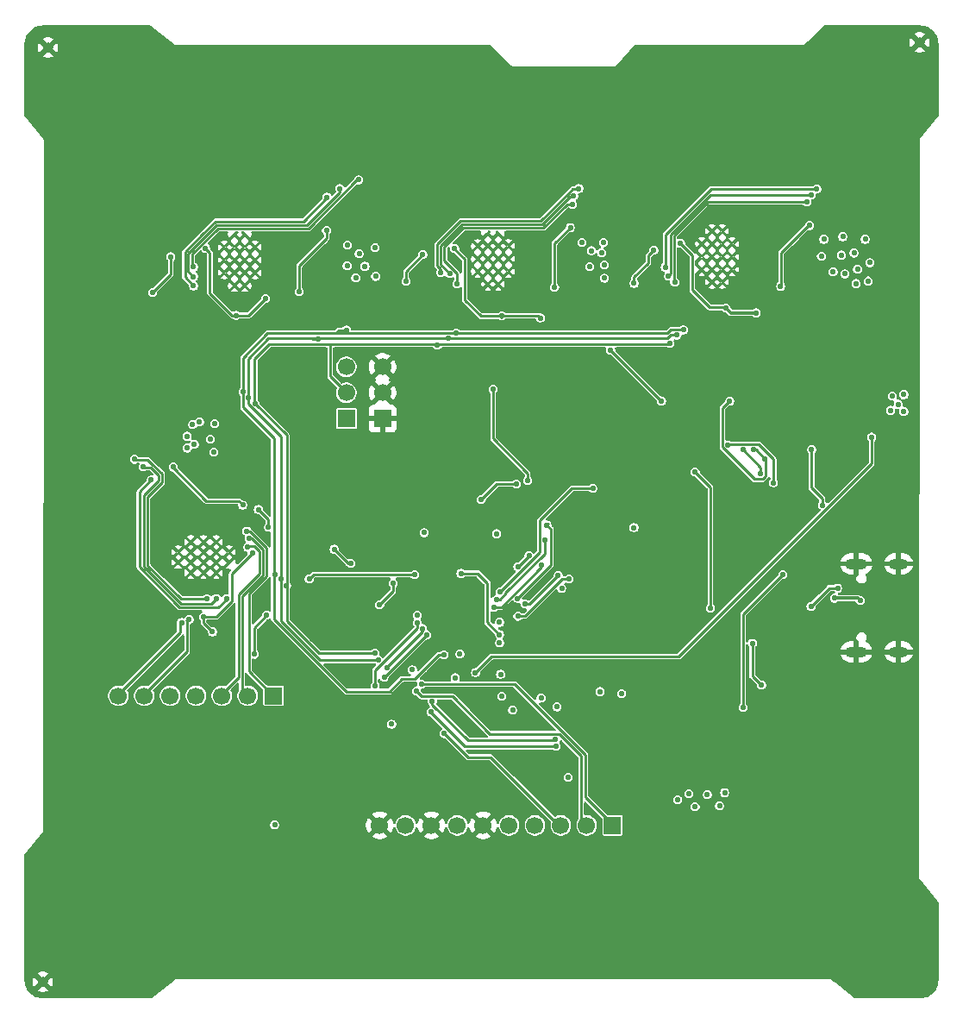
<source format=gbl>
%TF.GenerationSoftware,KiCad,Pcbnew,9.0.5-9.0.5~ubuntu24.04.1*%
%TF.CreationDate,2025-10-12T15:57:20-07:00*%
%TF.ProjectId,motor_board,6d6f746f-725f-4626-9f61-72642e6b6963,1.3*%
%TF.SameCoordinates,Original*%
%TF.FileFunction,Copper,L4,Bot*%
%TF.FilePolarity,Positive*%
%FSLAX46Y46*%
G04 Gerber Fmt 4.6, Leading zero omitted, Abs format (unit mm)*
G04 Created by KiCad (PCBNEW 9.0.5-9.0.5~ubuntu24.04.1) date 2025-10-12 15:57:20*
%MOMM*%
%LPD*%
G01*
G04 APERTURE LIST*
%TA.AperFunction,ComponentPad*%
%ADD10C,5.600000*%
%TD*%
%TA.AperFunction,ComponentPad*%
%ADD11O,2.150000X1.050000*%
%TD*%
%TA.AperFunction,ComponentPad*%
%ADD12O,1.850000X1.050000*%
%TD*%
%TA.AperFunction,ComponentPad*%
%ADD13C,0.300000*%
%TD*%
%TA.AperFunction,ComponentPad*%
%ADD14R,1.700000X1.700000*%
%TD*%
%TA.AperFunction,ComponentPad*%
%ADD15C,1.700000*%
%TD*%
%TA.AperFunction,ComponentPad*%
%ADD16C,0.600000*%
%TD*%
%TA.AperFunction,SMDPad,CuDef*%
%ADD17C,1.000000*%
%TD*%
%TA.AperFunction,ViaPad*%
%ADD18C,0.584200*%
%TD*%
%TA.AperFunction,ViaPad*%
%ADD19C,0.600000*%
%TD*%
%TA.AperFunction,Conductor*%
%ADD20C,0.234950*%
%TD*%
%TA.AperFunction,Conductor*%
%ADD21C,0.271780*%
%TD*%
%TA.AperFunction,Conductor*%
%ADD22C,0.313400*%
%TD*%
%TA.AperFunction,Conductor*%
%ADD23C,0.279400*%
%TD*%
%TA.AperFunction,Conductor*%
%ADD24C,0.337947*%
%TD*%
G04 APERTURE END LIST*
D10*
X105946000Y-57564100D03*
X103426000Y-143294000D03*
X183426100Y-143294100D03*
X179606000Y-57564000D03*
D11*
X180235000Y-114170000D03*
D12*
X184375000Y-114170000D03*
D11*
X180235000Y-105530000D03*
D12*
X184375000Y-105530000D03*
D13*
X117366637Y-103383363D03*
X116116637Y-103383363D03*
X114866637Y-103383363D03*
X118616637Y-104383363D03*
X117366637Y-104383363D03*
X116116637Y-104383363D03*
X114866637Y-104383363D03*
X113616637Y-104383363D03*
X118616637Y-105383363D03*
X117366637Y-105383363D03*
X116116637Y-105383363D03*
X114866637Y-105383363D03*
X113616637Y-105383363D03*
X117366637Y-106383363D03*
X116116637Y-106383363D03*
X114866637Y-106383363D03*
D14*
X122996637Y-118483363D03*
D15*
X120456637Y-118483363D03*
X117916637Y-118483363D03*
X115376637Y-118483363D03*
X112836637Y-118483363D03*
X110296637Y-118483363D03*
X107756637Y-118483363D03*
D13*
X146047132Y-76826933D03*
X146047132Y-75576933D03*
X146047132Y-74326933D03*
X145047132Y-78076933D03*
X145047132Y-76826933D03*
X145047132Y-75576933D03*
X145047132Y-74326933D03*
X145047132Y-73076933D03*
X144047132Y-78076933D03*
X144047132Y-76826933D03*
X144047132Y-75576933D03*
X144047132Y-74326933D03*
X144047132Y-73076933D03*
X143047132Y-76826933D03*
X143047132Y-75576933D03*
X143047132Y-74326933D03*
D14*
X133700000Y-91290000D03*
D15*
X133700000Y-88750000D03*
X133700000Y-86210000D03*
D13*
X168047132Y-76626933D03*
X168047132Y-75376933D03*
X168047132Y-74126933D03*
X167047132Y-77876933D03*
X167047132Y-76626933D03*
X167047132Y-75376933D03*
X167047132Y-74126933D03*
X167047132Y-72876933D03*
X166047132Y-77876933D03*
X166047132Y-76626933D03*
X166047132Y-75376933D03*
X166047132Y-74126933D03*
X166047132Y-72876933D03*
X165047132Y-76626933D03*
X165047132Y-75376933D03*
X165047132Y-74126933D03*
D14*
X130150000Y-91280000D03*
D15*
X130150000Y-88740000D03*
X130150000Y-86200000D03*
D13*
X121172132Y-76951933D03*
X121172132Y-75701933D03*
X121172132Y-74451933D03*
X120172132Y-78201933D03*
X120172132Y-76951933D03*
X120172132Y-75701933D03*
X120172132Y-74451933D03*
X120172132Y-73201933D03*
X119172132Y-78201933D03*
X119172132Y-76951933D03*
X119172132Y-75701933D03*
X119172132Y-74451933D03*
X119172132Y-73201933D03*
X118172132Y-76951933D03*
X118172132Y-75701933D03*
X118172132Y-74451933D03*
D16*
X142277433Y-109290567D03*
X141144100Y-109290567D03*
X140010767Y-109290567D03*
X142277433Y-110423900D03*
X141144100Y-110423900D03*
X140010767Y-110423900D03*
X142277433Y-111557233D03*
X141144100Y-111557233D03*
X140010767Y-111557233D03*
D17*
X186436000Y-54356000D03*
X100838000Y-54864000D03*
X100330000Y-146558000D03*
D14*
X156282000Y-131200000D03*
D15*
X153742000Y-131200000D03*
X151202000Y-131200000D03*
X148662000Y-131200000D03*
X146122000Y-131200000D03*
X143582000Y-131200000D03*
X141042000Y-131200000D03*
X138502000Y-131200000D03*
X135962000Y-131200000D03*
X133422000Y-131200000D03*
D18*
X182594100Y-126973900D03*
D19*
X124866587Y-93048519D03*
D18*
X165400000Y-88300000D03*
X152219100Y-79848900D03*
X139594100Y-66973900D03*
X122922132Y-71248900D03*
X156300000Y-121300000D03*
X172994100Y-115673900D03*
X162897132Y-85276933D03*
X172997132Y-79326933D03*
X174944100Y-104423900D03*
X125113605Y-108000000D03*
X158800000Y-92700000D03*
X137598100Y-137011900D03*
X123900000Y-86700000D03*
X147294100Y-86973900D03*
X169344100Y-100073900D03*
X129694100Y-116673900D03*
X147524100Y-141383900D03*
X167308776Y-103488576D03*
X156737732Y-95396943D03*
X177794100Y-64473900D03*
X129700000Y-109400000D03*
X168094100Y-97973900D03*
X128519120Y-91050000D03*
X162300000Y-100000000D03*
X118922131Y-70970869D03*
X114894100Y-64173900D03*
X161494100Y-64473900D03*
X114847132Y-81726933D03*
X150044100Y-139973900D03*
X167794100Y-122573900D03*
X160600000Y-84800000D03*
X155994100Y-64673900D03*
X160294100Y-110973900D03*
X141694100Y-120773900D03*
X158100000Y-119800000D03*
X137904100Y-144063900D03*
X172094100Y-101823900D03*
X161894100Y-98973900D03*
X136299575Y-84900000D03*
X154794100Y-103173900D03*
X156194100Y-123073900D03*
X137994100Y-77073900D03*
X117847132Y-87026933D03*
X138794100Y-100373900D03*
X119222132Y-88101933D03*
X172703675Y-94621915D03*
X177694100Y-65673900D03*
X135894100Y-119673900D03*
X172569100Y-85948900D03*
X119787408Y-101965828D03*
X139214100Y-145453900D03*
X162200000Y-92300000D03*
X165600000Y-92900000D03*
X111424980Y-102062309D03*
X152300000Y-116200000D03*
X171300000Y-114700000D03*
X174394100Y-88698900D03*
X168344100Y-99823900D03*
X150494100Y-110173900D03*
X175644100Y-90223900D03*
X148044100Y-69548900D03*
X143666577Y-70365643D03*
X175700000Y-115750000D03*
X153200000Y-91300000D03*
X170447132Y-77126933D03*
X182394100Y-102673900D03*
X125263605Y-107000000D03*
X127700000Y-98800000D03*
X128594100Y-79873900D03*
X130200000Y-107200000D03*
X165344100Y-102823900D03*
X128544100Y-105798900D03*
X169794100Y-121973900D03*
X179694100Y-103973900D03*
X167100000Y-87700000D03*
X107563605Y-93386395D03*
X127790425Y-136820000D03*
X144294100Y-100373900D03*
X120594100Y-123873900D03*
X125800000Y-101900000D03*
X131519100Y-105648900D03*
X126800000Y-112900000D03*
X180994100Y-93673900D03*
X131194100Y-65973900D03*
X115747132Y-75226933D03*
X169997132Y-78276933D03*
X128621575Y-131138400D03*
X113694100Y-77473900D03*
X147200000Y-125700000D03*
X123600000Y-112600000D03*
X120300000Y-96300000D03*
X114794100Y-66773900D03*
X167594100Y-121373900D03*
X140744100Y-141348900D03*
X123347132Y-77201933D03*
X149144100Y-127623900D03*
X164044100Y-118723900D03*
X111700000Y-85600000D03*
X177800000Y-81200000D03*
X175500000Y-117600000D03*
X126600000Y-102700000D03*
X122194100Y-66073900D03*
X155594100Y-137673900D03*
X175194100Y-105673900D03*
X177144100Y-91923900D03*
X148019100Y-71198900D03*
X160267771Y-92092648D03*
X163300000Y-79400000D03*
X165822132Y-70558733D03*
X144094100Y-119873900D03*
X146894100Y-66473900D03*
X115684967Y-108391828D03*
X170536575Y-104031425D03*
X139494100Y-64773900D03*
X117749736Y-101214769D03*
X111427415Y-104109276D03*
X178178734Y-86431675D03*
X147794100Y-78823900D03*
X158200000Y-84600000D03*
X173097132Y-81676933D03*
X161494100Y-66173900D03*
X155694100Y-66373900D03*
X162972132Y-74913333D03*
X147894100Y-121373900D03*
X138000000Y-84600000D03*
X127381955Y-105107551D03*
X146969100Y-115348900D03*
X169597132Y-71251933D03*
X140794100Y-120673900D03*
X178984707Y-97684707D03*
X137119100Y-91498900D03*
X171600000Y-110900000D03*
X106324980Y-109962309D03*
X122349980Y-109737309D03*
X148394100Y-139573900D03*
X126938605Y-103186395D03*
X177432000Y-106562000D03*
X111442517Y-105609278D03*
X128200000Y-113790425D03*
X163844100Y-104173900D03*
X159900000Y-106800000D03*
X172544100Y-103423900D03*
X150694100Y-87373900D03*
X166397132Y-85426933D03*
X162094100Y-94873900D03*
X112524980Y-101262309D03*
X176544100Y-102773900D03*
X167694100Y-123973900D03*
X131094100Y-64473900D03*
X170522132Y-72101933D03*
X148065279Y-77052721D03*
X174572132Y-72176933D03*
X166294100Y-118973900D03*
X164994100Y-124148900D03*
X133550000Y-113600000D03*
X173800000Y-125900000D03*
X107524980Y-109962309D03*
X164794100Y-119473900D03*
X129500000Y-136800000D03*
X133794100Y-111673900D03*
X150094100Y-141773900D03*
X169576700Y-125200900D03*
X121946968Y-122903032D03*
X120422132Y-70979965D03*
X106563605Y-93286395D03*
X142594100Y-128073900D03*
X158500000Y-86000000D03*
X149569100Y-70048900D03*
X143394100Y-86173900D03*
X122694100Y-69673900D03*
X158994100Y-109773900D03*
X141794100Y-100423900D03*
X127000000Y-85950000D03*
X180047132Y-84176933D03*
X140317426Y-75297392D03*
X150794100Y-117273900D03*
X152144100Y-80823900D03*
X145116577Y-70365643D03*
X123022132Y-79051933D03*
X139819100Y-87323900D03*
X160547132Y-76626933D03*
X175694100Y-84073900D03*
X167297132Y-70558733D03*
X183844100Y-99200000D03*
X152694100Y-109973900D03*
X151094100Y-115873900D03*
X137794100Y-102473900D03*
X145194100Y-111273900D03*
X158394100Y-101973900D03*
X150844100Y-119573900D03*
X140834525Y-116717233D03*
X149269100Y-118698900D03*
X134594100Y-121273900D03*
X144894100Y-102573900D03*
X145194100Y-113273900D03*
X134750000Y-107450000D03*
X155044100Y-118073900D03*
X157194100Y-118273900D03*
X151944100Y-126473900D03*
X146469100Y-119898900D03*
X133406600Y-109561400D03*
X151294100Y-107923900D03*
X169094046Y-119612900D03*
X136631050Y-115936950D03*
X173000000Y-106600000D03*
X145294100Y-116373900D03*
X123100000Y-131141400D03*
X145394100Y-118523900D03*
X137100000Y-111314325D03*
X132979424Y-117509224D03*
X134119100Y-115723900D03*
X137610324Y-111889676D03*
X117136375Y-94575914D03*
X156100000Y-84550000D03*
X178747132Y-75226933D03*
X176797132Y-75326933D03*
X155500000Y-76200000D03*
X184894100Y-88923900D03*
X177947132Y-76876933D03*
X161100000Y-89550000D03*
X155400000Y-74000000D03*
X155200000Y-75000000D03*
X130222132Y-76276933D03*
X181397132Y-77776933D03*
X167294100Y-127973900D03*
X131972132Y-76326933D03*
X132972132Y-74476933D03*
X180347132Y-76626933D03*
X180197132Y-78026933D03*
X153300000Y-74000000D03*
X184894100Y-90573900D03*
X114520724Y-93011782D03*
X179097132Y-77076933D03*
X154044100Y-76373900D03*
X115220724Y-93811782D03*
X183744100Y-89073900D03*
X179997132Y-75026933D03*
X165594100Y-128173900D03*
X115048592Y-91865914D03*
X184344100Y-89873900D03*
X178897132Y-73426933D03*
X183594100Y-90473900D03*
X154200000Y-74800000D03*
X163794100Y-128073900D03*
X181547132Y-75976933D03*
X177047132Y-73676933D03*
X116800000Y-93300000D03*
X181097132Y-73676933D03*
X166794100Y-129273900D03*
X115720724Y-91586782D03*
X114523592Y-94165914D03*
X117200000Y-91786782D03*
X155500000Y-77500000D03*
X162694100Y-128673900D03*
X164394100Y-129373900D03*
X130272132Y-74226933D03*
X131072132Y-77476933D03*
X131400000Y-75100000D03*
X133022132Y-77326933D03*
X178100000Y-108900000D03*
X180616000Y-109136000D03*
X170019100Y-113323900D03*
X170921710Y-117440012D03*
X175844100Y-94323900D03*
X176894100Y-99773900D03*
X175772000Y-109702000D03*
X178390000Y-107910000D03*
X170400000Y-80900000D03*
X167416300Y-80407765D03*
X162969100Y-74073900D03*
X158400000Y-78000000D03*
X160341657Y-74760553D03*
X141294100Y-114373900D03*
X137094100Y-110573900D03*
X141394100Y-106473900D03*
X145194100Y-112473900D03*
X150691754Y-122765244D03*
X138584525Y-119073900D03*
X138494100Y-120073900D03*
X150719100Y-123448900D03*
X133854424Y-116634224D03*
X138018200Y-112500000D03*
X145258501Y-108267989D03*
X154344100Y-98123900D03*
X164394100Y-96523900D03*
X165894100Y-109873900D03*
X142825000Y-116200000D03*
X181750000Y-93100000D03*
X146952075Y-108915925D03*
X149844100Y-101723900D03*
X150945327Y-106675127D03*
X147694100Y-109473900D03*
X144644100Y-109773900D03*
X149344100Y-105623900D03*
X144894100Y-109023900D03*
X149644100Y-103223900D03*
X151994100Y-107023900D03*
X146994100Y-110673900D03*
X170831599Y-96711399D03*
X169094100Y-94323900D03*
X172094100Y-97573900D03*
X167594100Y-93873900D03*
X170094100Y-94323900D03*
X171219100Y-95198900D03*
X167800000Y-89550000D03*
X175622132Y-72326933D03*
X172797132Y-78276933D03*
X149200000Y-81400000D03*
X137653674Y-75176273D03*
X140779424Y-74588576D03*
X136000000Y-77800000D03*
X145394100Y-81173900D03*
X150594100Y-78373900D03*
X152144100Y-72523900D03*
X112909575Y-75400000D03*
X119322132Y-81151933D03*
X111100000Y-78900000D03*
X116323966Y-74550099D03*
X122200000Y-79500000D03*
X128197132Y-72801933D03*
X125522132Y-78826933D03*
X120900000Y-104500000D03*
X121500000Y-100200000D03*
X122504031Y-101919863D03*
X117000000Y-112200000D03*
X116100000Y-110723814D03*
X137520834Y-117350000D03*
X137011259Y-118025995D03*
X139761754Y-122188246D03*
X121197132Y-89801933D03*
X132950000Y-114300000D03*
X161897132Y-83876933D03*
X139094100Y-84073900D03*
X124263605Y-107650489D03*
X146850000Y-97700000D03*
X143400000Y-99200000D03*
X148083774Y-104722068D03*
X146985233Y-105820608D03*
X163247132Y-82576933D03*
X123100000Y-106567964D03*
X130150000Y-82600000D03*
X139750000Y-114450000D03*
X140944100Y-82914325D03*
X119997132Y-88651933D03*
X120547132Y-89251933D03*
X123704030Y-107041289D03*
X162597132Y-83076933D03*
X127400000Y-83492358D03*
X133273676Y-114973676D03*
X140200000Y-83423900D03*
X113963605Y-111286395D03*
X114700000Y-111000000D03*
X120593845Y-103056154D03*
X120470487Y-103907816D03*
X136850000Y-106600000D03*
X121125000Y-114400000D03*
X122324980Y-110562309D03*
X126494166Y-107013950D03*
X147950000Y-97350000D03*
X144550000Y-88400000D03*
X128950000Y-104105475D03*
X130600000Y-105500000D03*
X120376497Y-102313826D03*
X162397132Y-77876933D03*
X175372132Y-70026933D03*
X175772132Y-69326933D03*
X161787557Y-77276933D03*
X161452607Y-76405985D03*
X176347132Y-68751933D03*
X152469100Y-69423900D03*
X140286176Y-77006824D03*
X152344100Y-70248900D03*
X141032961Y-78032961D03*
X139432960Y-76932960D03*
X152969100Y-68698900D03*
X115137300Y-77334296D03*
X129497132Y-68711308D03*
X115137300Y-76401652D03*
X131341332Y-67846133D03*
X128247132Y-69551933D03*
X115137301Y-78257412D03*
X117359967Y-108916828D03*
X110200142Y-96012309D03*
X109334967Y-95262309D03*
X116473592Y-108940914D03*
X118369542Y-108982253D03*
X110982149Y-97309491D03*
X113154080Y-96037309D03*
X119967874Y-99767874D03*
D20*
X134750000Y-108218000D02*
X133406600Y-109561400D01*
X169094046Y-110505954D02*
X169094046Y-119612900D01*
X173000000Y-106600000D02*
X169094046Y-110505954D01*
X134750000Y-107450000D02*
X134750000Y-108218000D01*
X132979424Y-115988576D02*
X132979424Y-117509224D01*
X137100000Y-111868000D02*
X132979424Y-115988576D01*
X137100000Y-111314325D02*
X137100000Y-111868000D01*
X134119100Y-115723900D02*
X134119100Y-115648900D01*
X137610324Y-111889676D02*
X137610324Y-112157676D01*
X137610324Y-112157676D02*
X137519100Y-112248900D01*
X134119100Y-115648900D02*
X137594100Y-112173900D01*
D21*
X156100000Y-84550000D02*
X161100000Y-89550000D01*
D22*
X180380000Y-108900000D02*
X180616000Y-109136000D01*
X178100000Y-108900000D02*
X180380000Y-108900000D01*
D23*
X170019100Y-116537402D02*
X170019100Y-113323900D01*
X170921710Y-117440012D02*
X170019100Y-116537402D01*
D21*
X175844100Y-98073900D02*
X175844100Y-94323900D01*
X176894100Y-99773900D02*
X176894100Y-99123900D01*
X176894100Y-99123900D02*
X175844100Y-98073900D01*
X178390000Y-107910000D02*
X177564000Y-107910000D01*
X177564000Y-107910000D02*
X175772000Y-109702000D01*
D20*
X165824932Y-80379732D02*
X167438268Y-80379732D01*
X164119100Y-78200000D02*
X164119100Y-78500000D01*
X162969100Y-74073900D02*
X164119100Y-75223900D01*
X164119100Y-78673900D02*
X165824932Y-80379732D01*
D24*
X170400000Y-80900000D02*
X167908535Y-80900000D01*
D20*
X164119100Y-78500000D02*
X164119100Y-78673900D01*
D24*
X167908535Y-80900000D02*
X167416300Y-80407765D01*
D20*
X159802210Y-75997790D02*
X159802210Y-75300000D01*
X159802210Y-75300000D02*
X160341657Y-74760553D01*
X158400000Y-78000000D02*
X158400000Y-77400000D01*
X158400000Y-77400000D02*
X159802210Y-75997790D01*
X164119100Y-75223900D02*
X164119100Y-78200000D01*
D23*
X145194100Y-112473900D02*
X144000000Y-111279800D01*
X143073900Y-106473900D02*
X141394100Y-106473900D01*
X144000000Y-107400000D02*
X143073900Y-106473900D01*
X144000000Y-111279800D02*
X144000000Y-107400000D01*
D21*
X142094100Y-122873900D02*
X150583098Y-122873900D01*
X150583098Y-122873900D02*
X150691754Y-122765244D01*
X138584525Y-119073900D02*
X138584525Y-119364325D01*
X138584525Y-119364325D02*
X142094100Y-122873900D01*
X138494100Y-120173900D02*
X141769100Y-123448900D01*
X138494100Y-120073900D02*
X138494100Y-120173900D01*
X141769100Y-123448900D02*
X150719100Y-123448900D01*
D20*
X138018200Y-112549800D02*
X138018200Y-112500000D01*
X133854424Y-116634224D02*
X133933776Y-116634224D01*
X133933776Y-116634224D02*
X138018200Y-112549800D01*
X149134525Y-101283475D02*
X149719100Y-100698900D01*
X149134525Y-103434973D02*
X149134525Y-101283475D01*
X149144100Y-104382390D02*
X149144100Y-103444548D01*
X145258501Y-108267989D02*
X149144100Y-104382390D01*
X149144100Y-103444548D02*
X149134525Y-103434973D01*
X152294100Y-98123900D02*
X154344100Y-98123900D01*
X149719100Y-100698900D02*
X152294100Y-98123900D01*
X165894100Y-98023900D02*
X165894100Y-109873900D01*
X164394100Y-96523900D02*
X165894100Y-98023900D01*
X142825000Y-116200000D02*
X144400000Y-114625000D01*
X162765063Y-114625000D02*
X181750000Y-95640063D01*
X144400000Y-114625000D02*
X162765063Y-114625000D01*
X181750000Y-95640063D02*
X181750000Y-93100000D01*
X150244100Y-105623900D02*
X146952075Y-108915925D01*
X149844100Y-101723900D02*
X149944100Y-101623900D01*
X149844100Y-101723900D02*
X150244100Y-102123900D01*
X150244100Y-102123900D02*
X150244100Y-105623900D01*
X148144100Y-109473900D02*
X147694100Y-109473900D01*
X150945327Y-106675127D02*
X150942873Y-106675127D01*
X150942873Y-106675127D02*
X148144100Y-109473900D01*
X145373452Y-109773900D02*
X149344100Y-105803252D01*
X149344100Y-105803252D02*
X149344100Y-105623900D01*
X144644100Y-109773900D02*
X145373452Y-109773900D01*
X149644100Y-103223900D02*
X149644100Y-104523900D01*
X145768076Y-108399924D02*
X145768076Y-108479062D01*
X145223238Y-109023900D02*
X144894100Y-109023900D01*
X149644100Y-104523900D02*
X145768076Y-108399924D01*
X149644100Y-103223900D02*
X149744100Y-103323900D01*
X145768076Y-108479062D02*
X145223238Y-109023900D01*
X147667202Y-110673900D02*
X151317202Y-107023900D01*
X151317202Y-107023900D02*
X151994100Y-107023900D01*
X146994100Y-110673900D02*
X147667202Y-110673900D01*
D21*
X170831599Y-96711399D02*
X170831599Y-96061399D01*
X170831599Y-96061399D02*
X169094100Y-94323900D01*
X170631249Y-93795910D02*
X167672090Y-93795910D01*
X172094100Y-95258761D02*
X170631249Y-93795910D01*
X172094100Y-97573900D02*
X172094100Y-95258761D01*
X167672090Y-93795910D02*
X167594100Y-93873900D01*
D20*
X171342174Y-95321974D02*
X171219100Y-95198900D01*
X167083525Y-90266475D02*
X167800000Y-89550000D01*
X167083525Y-94085388D02*
X167083525Y-90266475D01*
X170344100Y-94323900D02*
X171219100Y-95198900D01*
X171342174Y-96922887D02*
X171342174Y-95321974D01*
X171342174Y-96922887D02*
X171043087Y-97221974D01*
X171043087Y-97221974D02*
X170220111Y-97221974D01*
X170220111Y-97221974D02*
X167083525Y-94085388D01*
X170094100Y-94323900D02*
X170344100Y-94323900D01*
X172819100Y-75008475D02*
X175519100Y-72308475D01*
X172819100Y-78248900D02*
X172819100Y-75008475D01*
X145230173Y-81214325D02*
X143359525Y-81214325D01*
X141769100Y-79623900D02*
X141769100Y-75632604D01*
X145394100Y-81173900D02*
X148973900Y-81173900D01*
X145380173Y-81364325D02*
X145230173Y-81214325D01*
X136000000Y-76829947D02*
X137653674Y-75176273D01*
X136000000Y-77800000D02*
X136000000Y-76829947D01*
X141769100Y-75632604D02*
X140700821Y-74564325D01*
X140700821Y-74564325D02*
X140630173Y-74564325D01*
X148973900Y-81173900D02*
X149200000Y-81400000D01*
X143359525Y-81214325D02*
X141769100Y-79623900D01*
X152144100Y-72523900D02*
X150580173Y-74087827D01*
X150580173Y-74087827D02*
X150580173Y-78414325D01*
X111100000Y-78900000D02*
X112909575Y-77090425D01*
D21*
X120548067Y-81151933D02*
X122200000Y-79500000D01*
D20*
X116744100Y-74970233D02*
X116744100Y-78954770D01*
D21*
X119322132Y-81151933D02*
X120548067Y-81151933D01*
D20*
X112909575Y-77090425D02*
X112909575Y-75400000D01*
X118941263Y-81151933D02*
X119322132Y-81151933D01*
X116744100Y-78954770D02*
X118941263Y-81151933D01*
X116323966Y-74550099D02*
X116744100Y-74970233D01*
X128197132Y-72801933D02*
X128197132Y-73601933D01*
X128197132Y-73601933D02*
X125522132Y-76276933D01*
X125522132Y-76276933D02*
X125522132Y-78826933D01*
X122504031Y-101919863D02*
X122504031Y-101204031D01*
X118880117Y-106519883D02*
X120900000Y-104500000D01*
X116100000Y-110723814D02*
X116100000Y-111300000D01*
X118880117Y-109193741D02*
X118880117Y-106519883D01*
X116100000Y-110723814D02*
X117350044Y-110723814D01*
X122504031Y-101204031D02*
X121500000Y-100200000D01*
X116100000Y-111300000D02*
X117000000Y-112200000D01*
X117350044Y-110723814D02*
X118880117Y-109193741D01*
X137520834Y-117350000D02*
X146695976Y-117350000D01*
D21*
X153600000Y-128400000D02*
X156341000Y-131141000D01*
X156341000Y-131141000D02*
X156308100Y-131173900D01*
X146719876Y-117373900D02*
X146822988Y-117477012D01*
X146822988Y-117477012D02*
X153600000Y-124254024D01*
X153600000Y-124254024D02*
X153600000Y-128400000D01*
D20*
X146695976Y-117350000D02*
X146822988Y-117477012D01*
D21*
X151057454Y-122237254D02*
X153200000Y-124379800D01*
X153200000Y-124379800D02*
X153200000Y-130658000D01*
X153200000Y-130658000D02*
X153742000Y-131200000D01*
X137011259Y-118025995D02*
X137531174Y-118545910D01*
X140566110Y-118545910D02*
X144257454Y-122237254D01*
X144257454Y-122237254D02*
X151057454Y-122237254D01*
X137531174Y-118545910D02*
X140566110Y-118545910D01*
X151000000Y-131200000D02*
X151202000Y-131200000D01*
D20*
X142073508Y-124500000D02*
X139761754Y-122188246D01*
X142450000Y-124500000D02*
X142073508Y-124500000D01*
D21*
X142450000Y-124500000D02*
X144300000Y-124500000D01*
X144300000Y-124500000D02*
X151000000Y-131200000D01*
X142173509Y-124500000D02*
X142450000Y-124500000D01*
D20*
X124300000Y-111120648D02*
X124300000Y-92904801D01*
X130150000Y-88740000D02*
X128550000Y-87140000D01*
X128550000Y-84001933D02*
X161772132Y-84001933D01*
X122541067Y-84001933D02*
X128550000Y-84001933D01*
X132950000Y-114300000D02*
X127479352Y-114300000D01*
X121144100Y-89748901D02*
X121197132Y-89801933D01*
X127479352Y-114300000D02*
X124300000Y-111120648D01*
X161772132Y-84001933D02*
X161897132Y-83876933D01*
X121144100Y-85398900D02*
X121144100Y-89748901D01*
X124300000Y-92904801D02*
X121197132Y-89801933D01*
X121172132Y-89826933D02*
X121197132Y-89801933D01*
X128550000Y-87140000D02*
X128550000Y-84001933D01*
X121144100Y-85398900D02*
X122541067Y-84001933D01*
X144900000Y-97700000D02*
X143400000Y-99200000D01*
X146850000Y-97700000D02*
X144900000Y-97700000D01*
X148083773Y-104722068D02*
X148083774Y-104722068D01*
X146985233Y-105820608D02*
X148083773Y-104722068D01*
X163247132Y-82576933D02*
X163209524Y-82539325D01*
X136859575Y-116840425D02*
X139250000Y-114450000D01*
X122378675Y-82914325D02*
X119997132Y-85295868D01*
X139250000Y-114450000D02*
X139750000Y-114450000D01*
X130150000Y-82600000D02*
X129400000Y-82600000D01*
X163209524Y-82539325D02*
X162034337Y-82539325D01*
X161659337Y-82914325D02*
X140944100Y-82914325D01*
X119997132Y-88651933D02*
X119997132Y-90197132D01*
X134376100Y-118073900D02*
X135609575Y-116840425D01*
X129085675Y-82914325D02*
X128600000Y-82914325D01*
X129400000Y-82600000D02*
X129085675Y-82914325D01*
X128600000Y-82914325D02*
X122378675Y-82914325D01*
X162034337Y-82539325D02*
X161659337Y-82914325D01*
X135609575Y-116840425D02*
X136859575Y-116840425D01*
X163269100Y-82548900D02*
X163259525Y-82539325D01*
X119997132Y-90197132D02*
X123013605Y-93213605D01*
X140944100Y-82914325D02*
X128600000Y-82914325D01*
X123013605Y-110961195D02*
X130126310Y-118073900D01*
X123013605Y-93213605D02*
X123013605Y-110961195D01*
X130126310Y-118073900D02*
X134376100Y-118073900D01*
X119997132Y-85295868D02*
X119997132Y-88651933D01*
X123700000Y-93025449D02*
X123700000Y-107037259D01*
X126868458Y-83492358D02*
X126800000Y-83423900D01*
X161623452Y-83423900D02*
X161998452Y-83048900D01*
X123700000Y-107037259D02*
X123704030Y-107041289D01*
X122476474Y-83423900D02*
X120519100Y-85381274D01*
X120519100Y-89844549D02*
X123700000Y-93025449D01*
X140200000Y-83423900D02*
X161623452Y-83423900D01*
X126800000Y-83423900D02*
X122476474Y-83423900D01*
X120519100Y-88900000D02*
X120519100Y-89844549D01*
X161998452Y-83048900D02*
X162619100Y-83048900D01*
X120519100Y-88900000D02*
X120519100Y-89223901D01*
X127526100Y-115000000D02*
X133268000Y-115000000D01*
X127400000Y-83492358D02*
X126868458Y-83492358D01*
X123704030Y-107074563D02*
X123704030Y-111177930D01*
X120519100Y-89223901D02*
X120547132Y-89251933D01*
X123704030Y-111177930D02*
X127526100Y-115000000D01*
X140200000Y-83423900D02*
X126800000Y-83423900D01*
X120519100Y-85381274D02*
X120519100Y-88900000D01*
D21*
X113803032Y-111305247D02*
X113803032Y-112272640D01*
X113803032Y-112272640D02*
X107670425Y-118405247D01*
X114452165Y-111043507D02*
X114500000Y-111091342D01*
X114500000Y-111091342D02*
X114500000Y-114115672D01*
X114500000Y-114115672D02*
X110210425Y-118405247D01*
D20*
X121920525Y-104094215D02*
X120882464Y-103056154D01*
X121920525Y-106658992D02*
X121920525Y-104094215D01*
X120370425Y-118405247D02*
X119890425Y-117925247D01*
X119890425Y-108689092D02*
X121920525Y-106658992D01*
X120882464Y-103056154D02*
X120593845Y-103056154D01*
X119890425Y-117925247D02*
X119890425Y-108689092D01*
X119554475Y-108549936D02*
X119554475Y-116681197D01*
X121100000Y-103800000D02*
X121576074Y-104276074D01*
X120435932Y-103950754D02*
X120586686Y-103800000D01*
X121576074Y-106528337D02*
X119554475Y-108549936D01*
X121576074Y-104276074D02*
X121576074Y-106528337D01*
X120586686Y-103800000D02*
X121100000Y-103800000D01*
X119554475Y-116681197D02*
X117830425Y-118405247D01*
X126494166Y-107013950D02*
X126908116Y-106600000D01*
D21*
X121125000Y-114400000D02*
X121090425Y-114365425D01*
X121090425Y-111805247D02*
X122290425Y-110605247D01*
X121090425Y-114365425D02*
X121090425Y-111805247D01*
D20*
X126908116Y-106600000D02*
X136850000Y-106600000D01*
X147950000Y-97350000D02*
X147950000Y-96650448D01*
X144550000Y-93250448D02*
X144550000Y-88400000D01*
X147950000Y-96650448D02*
X144550000Y-93250448D01*
X130600000Y-105500000D02*
X130344525Y-105500000D01*
X122255475Y-103955475D02*
X122255475Y-106797732D01*
X120580850Y-116075672D02*
X122910425Y-118405247D01*
X130344525Y-105500000D02*
X128950000Y-104105475D01*
X120341942Y-102356764D02*
X120656764Y-102356764D01*
X122255475Y-106797732D02*
X120580850Y-108472357D01*
X120656764Y-102356764D02*
X122255475Y-103955475D01*
X130600000Y-105500000D02*
X130600000Y-105350000D01*
X120580850Y-108472357D02*
X120580850Y-116075672D01*
X162319100Y-77748900D02*
X162419100Y-77848900D01*
X165633027Y-70021125D02*
X162319100Y-73335052D01*
X175394100Y-69998900D02*
X175371875Y-70021125D01*
X175371875Y-70021125D02*
X165633027Y-70021125D01*
X162319100Y-73335052D02*
X162319100Y-77748900D01*
X161984150Y-77074275D02*
X161984150Y-73196311D01*
X169394100Y-69298900D02*
X175794100Y-69298900D01*
X165881561Y-69298900D02*
X169394100Y-69298900D01*
X161984150Y-73196311D02*
X165881561Y-69298900D01*
X161809525Y-77248900D02*
X161984150Y-77074275D01*
X165982870Y-68723900D02*
X176369100Y-68723900D01*
X161469100Y-73237670D02*
X165982870Y-68723900D01*
X161469100Y-76372477D02*
X161469100Y-73237670D01*
X161474575Y-76377952D02*
X161469100Y-76372477D01*
X139430547Y-74290260D02*
X141486957Y-72233850D01*
X140286176Y-77006824D02*
X139430547Y-76151195D01*
X149365000Y-72233850D02*
X152134525Y-69464325D01*
X141486957Y-72233850D02*
X149365000Y-72233850D01*
X139430547Y-76151195D02*
X139430547Y-74290260D01*
X140286176Y-77006824D02*
X140146500Y-77146500D01*
X152134525Y-69464325D02*
X152455173Y-69464325D01*
X141000000Y-78000000D02*
X141032961Y-78032961D01*
X139765497Y-75765497D02*
X141000000Y-77000000D01*
X152344100Y-70248900D02*
X151823640Y-70248900D01*
X149503740Y-72568800D02*
X141625698Y-72568800D01*
X141625698Y-72568800D02*
X139765497Y-74429001D01*
X151823640Y-70248900D02*
X149503740Y-72568800D01*
X141000000Y-77000000D02*
X141000000Y-78000000D01*
X139765497Y-74429001D02*
X139765497Y-75765497D01*
X152385834Y-68739325D02*
X151996784Y-69128375D01*
X139094597Y-76290351D02*
X139432960Y-76628714D01*
X139094597Y-74151105D02*
X139094597Y-76290351D01*
X149225844Y-71897900D02*
X141347801Y-71897900D01*
X152955173Y-68739325D02*
X152385834Y-68739325D01*
X151995369Y-69128375D02*
X149225844Y-71897900D01*
X141347801Y-71897900D02*
X139094597Y-74151105D01*
X139432960Y-76628714D02*
X139432960Y-76802337D01*
X151996784Y-69128375D02*
X151995369Y-69128375D01*
X114627725Y-75052001D02*
X117420876Y-72258850D01*
X115137300Y-77334296D02*
X114627725Y-76824721D01*
X129497132Y-69072443D02*
X129497132Y-68711308D01*
X114627725Y-76824721D02*
X114627725Y-75052001D01*
X117420876Y-72258850D02*
X126310725Y-72258850D01*
X126310725Y-72258850D02*
X129497132Y-69072443D01*
X131341332Y-67846133D02*
X131197132Y-67846133D01*
X115022132Y-76286484D02*
X115137300Y-76401652D01*
X126449465Y-72593800D02*
X117559617Y-72593800D01*
X131197132Y-67846133D02*
X126449465Y-72593800D01*
X117559617Y-72593800D02*
X115022132Y-75131285D01*
X115022132Y-75131285D02*
X115022132Y-76286484D01*
X116044100Y-73161936D02*
X114292775Y-74913261D01*
X128247132Y-69551933D02*
X128247132Y-69601933D01*
X114292775Y-77412886D02*
X115137301Y-78257412D01*
X128247132Y-69601933D02*
X125925165Y-71923900D01*
X125925165Y-71923900D02*
X117282135Y-71923900D01*
X117282135Y-71923900D02*
X116044100Y-73161936D01*
X114292775Y-74913261D02*
X114292775Y-77412886D01*
X110165587Y-96055247D02*
X110921060Y-96055247D01*
X116850375Y-109470297D02*
X117359950Y-108960722D01*
X110290425Y-98805247D02*
X110290425Y-105841197D01*
X111700000Y-97395672D02*
X110290425Y-98805247D01*
X110921060Y-96055247D02*
X111700000Y-96834187D01*
X110290425Y-105841197D02*
X113919525Y-109470297D01*
X111700000Y-96834187D02*
X111700000Y-97395672D01*
X113919525Y-109470297D02*
X116850375Y-109470297D01*
X113882684Y-108959766D02*
X116400412Y-108959766D01*
X112034950Y-96695446D02*
X112034950Y-97560722D01*
X110625375Y-105702457D02*
X113882684Y-108959766D01*
X111059801Y-95720297D02*
X112034950Y-96695446D01*
X109300412Y-95305247D02*
X110644750Y-95305247D01*
X110644750Y-95305247D02*
X111059801Y-95720297D01*
X112034950Y-97560722D02*
X110625375Y-98970297D01*
X110625375Y-98970297D02*
X110625375Y-105702457D01*
X113780784Y-109805247D02*
X117590425Y-109805247D01*
X110982149Y-97317874D02*
X110982149Y-97309491D01*
X109815425Y-105839888D02*
X113780784Y-109805247D01*
X117590425Y-109805247D02*
X118369525Y-109026147D01*
X110947594Y-97352429D02*
X110982149Y-97317874D01*
X109815425Y-98476215D02*
X109815425Y-105839888D01*
X110982149Y-97309491D02*
X109815425Y-98476215D01*
X116406106Y-99366828D02*
X113119525Y-96080247D01*
X119566828Y-99366828D02*
X116406106Y-99366828D01*
X113119525Y-96080247D02*
X113254475Y-96080247D01*
X119967874Y-99767874D02*
X119566828Y-99366828D01*
X113254475Y-96080247D02*
X113309950Y-96135722D01*
%TA.AperFunction,Conductor*%
G36*
X140462332Y-118853985D02*
G01*
X140482974Y-118870619D01*
X143986184Y-122373829D01*
X144019669Y-122435152D01*
X144014685Y-122504844D01*
X143972813Y-122560777D01*
X143907349Y-122585194D01*
X143898503Y-122585510D01*
X142264917Y-122585510D01*
X142197878Y-122565825D01*
X142177236Y-122549191D01*
X139020253Y-119392208D01*
X138986768Y-119330885D01*
X138991752Y-119261193D01*
X138996522Y-119251071D01*
X138998824Y-119245513D01*
X138998824Y-119245511D01*
X138998826Y-119245509D01*
X139029125Y-119132433D01*
X139029125Y-119015367D01*
X139022433Y-118990392D01*
X139024096Y-118920543D01*
X139063259Y-118862681D01*
X139127487Y-118835177D01*
X139142208Y-118834300D01*
X140395293Y-118834300D01*
X140462332Y-118853985D01*
G37*
%TD.AperFunction*%
%TA.AperFunction,Conductor*%
G36*
X146573783Y-117639660D02*
G01*
X146594425Y-117656294D01*
X150675314Y-121737183D01*
X150708799Y-121798506D01*
X150703815Y-121868198D01*
X150661943Y-121924131D01*
X150596479Y-121948548D01*
X150587633Y-121948864D01*
X144428271Y-121948864D01*
X144361232Y-121929179D01*
X144340590Y-121912545D01*
X142268412Y-119840367D01*
X146024500Y-119840367D01*
X146024500Y-119957433D01*
X146043194Y-120027199D01*
X146054800Y-120070512D01*
X146113329Y-120171887D01*
X146113331Y-120171889D01*
X146113332Y-120171891D01*
X146196109Y-120254668D01*
X146196110Y-120254669D01*
X146196112Y-120254670D01*
X146297487Y-120313199D01*
X146297488Y-120313199D01*
X146297491Y-120313201D01*
X146410567Y-120343500D01*
X146410570Y-120343500D01*
X146527630Y-120343500D01*
X146527633Y-120343500D01*
X146640709Y-120313201D01*
X146742091Y-120254668D01*
X146824868Y-120171891D01*
X146883401Y-120070509D01*
X146913700Y-119957433D01*
X146913700Y-119840367D01*
X146883401Y-119727291D01*
X146878114Y-119718134D01*
X146824870Y-119625912D01*
X146824865Y-119625906D01*
X146742093Y-119543134D01*
X146742087Y-119543129D01*
X146640712Y-119484600D01*
X146640713Y-119484600D01*
X146612405Y-119477015D01*
X146527633Y-119454300D01*
X146410567Y-119454300D01*
X146325795Y-119477015D01*
X146297487Y-119484600D01*
X146196112Y-119543129D01*
X146196106Y-119543134D01*
X146113334Y-119625906D01*
X146113329Y-119625912D01*
X146054800Y-119727287D01*
X146054799Y-119727291D01*
X146024500Y-119840367D01*
X142268412Y-119840367D01*
X140893412Y-118465367D01*
X144949500Y-118465367D01*
X144949500Y-118582433D01*
X144977841Y-118688201D01*
X144979800Y-118695512D01*
X145038329Y-118796887D01*
X145038331Y-118796889D01*
X145038332Y-118796891D01*
X145121109Y-118879668D01*
X145121110Y-118879669D01*
X145121112Y-118879670D01*
X145222487Y-118938199D01*
X145222488Y-118938199D01*
X145222491Y-118938201D01*
X145335567Y-118968500D01*
X145335570Y-118968500D01*
X145452630Y-118968500D01*
X145452633Y-118968500D01*
X145565709Y-118938201D01*
X145667091Y-118879668D01*
X145749868Y-118796891D01*
X145808401Y-118695509D01*
X145838700Y-118582433D01*
X145838700Y-118465367D01*
X145808401Y-118352291D01*
X145805284Y-118346893D01*
X145749870Y-118250912D01*
X145749865Y-118250906D01*
X145667093Y-118168134D01*
X145667087Y-118168129D01*
X145565712Y-118109600D01*
X145565713Y-118109600D01*
X145556439Y-118107115D01*
X145452633Y-118079300D01*
X145335567Y-118079300D01*
X145231760Y-118107115D01*
X145222487Y-118109600D01*
X145121112Y-118168129D01*
X145121106Y-118168134D01*
X145038334Y-118250906D01*
X145038329Y-118250912D01*
X144979800Y-118352287D01*
X144979799Y-118352291D01*
X144949500Y-118465367D01*
X140893412Y-118465367D01*
X140803950Y-118375905D01*
X140803948Y-118375902D01*
X140743187Y-118315141D01*
X140743186Y-118315140D01*
X140677425Y-118277173D01*
X140677424Y-118277172D01*
X140677423Y-118277172D01*
X140661925Y-118273019D01*
X140661924Y-118273019D01*
X140604077Y-118257519D01*
X140528143Y-118257519D01*
X140520547Y-118257519D01*
X140520531Y-118257520D01*
X137701991Y-118257520D01*
X137672550Y-118248875D01*
X137642564Y-118242352D01*
X137637548Y-118238597D01*
X137634952Y-118237835D01*
X137614310Y-118221201D01*
X137492178Y-118099069D01*
X137458693Y-118037746D01*
X137455859Y-118011388D01*
X137455859Y-117967464D01*
X137455858Y-117967460D01*
X137453799Y-117959776D01*
X137451366Y-117950694D01*
X137453027Y-117880845D01*
X137492189Y-117822982D01*
X137556417Y-117795477D01*
X137571140Y-117794600D01*
X137579364Y-117794600D01*
X137579367Y-117794600D01*
X137692443Y-117764301D01*
X137793825Y-117705768D01*
X137829369Y-117670224D01*
X137843301Y-117656293D01*
X137904624Y-117622809D01*
X137930981Y-117619975D01*
X146506744Y-117619975D01*
X146573783Y-117639660D01*
G37*
%TD.AperFunction*%
%TA.AperFunction,Conductor*%
G36*
X132912358Y-115276583D02*
G01*
X132935713Y-115278767D01*
X132952340Y-115288323D01*
X132956893Y-115289660D01*
X132962429Y-115294121D01*
X132966314Y-115296354D01*
X132972223Y-115300982D01*
X133000685Y-115329444D01*
X133030653Y-115346746D01*
X133037536Y-115352137D01*
X133052974Y-115373727D01*
X133071291Y-115392937D01*
X133072981Y-115401706D01*
X133078176Y-115408971D01*
X133079491Y-115435479D01*
X133084515Y-115461544D01*
X133081195Y-115469835D01*
X133081638Y-115478755D01*
X133067580Y-115503845D01*
X133058547Y-115526409D01*
X133052542Y-115530685D01*
X133048757Y-115537439D01*
X132826496Y-115759702D01*
X132750552Y-115835645D01*
X132750549Y-115835650D01*
X132746996Y-115844229D01*
X132733493Y-115876828D01*
X132720943Y-115907127D01*
X132720943Y-115907128D01*
X132709449Y-115934875D01*
X132709449Y-117099078D01*
X132689764Y-117166117D01*
X132673130Y-117186759D01*
X132623658Y-117236230D01*
X132623653Y-117236236D01*
X132565124Y-117337611D01*
X132565123Y-117337615D01*
X132534824Y-117450691D01*
X132534824Y-117567757D01*
X132556280Y-117647834D01*
X132554618Y-117717681D01*
X132515456Y-117775543D01*
X132451228Y-117803048D01*
X132436506Y-117803925D01*
X130289500Y-117803925D01*
X130222461Y-117784240D01*
X130201819Y-117767606D01*
X127915869Y-115481656D01*
X127882384Y-115420333D01*
X127887368Y-115350641D01*
X127929240Y-115294708D01*
X127994704Y-115270291D01*
X128003550Y-115269975D01*
X132889854Y-115269975D01*
X132912358Y-115276583D01*
G37*
%TD.AperFunction*%
%TA.AperFunction,Conductor*%
G36*
X122682902Y-106841446D02*
G01*
X122730513Y-106892583D01*
X122743630Y-106948089D01*
X122743630Y-110075862D01*
X122723945Y-110142901D01*
X122671141Y-110188656D01*
X122601983Y-110198600D01*
X122557631Y-110183249D01*
X122496596Y-110148010D01*
X122496593Y-110148009D01*
X122487319Y-110145524D01*
X122383513Y-110117709D01*
X122266447Y-110117709D01*
X122162640Y-110145524D01*
X122153367Y-110148009D01*
X122051992Y-110206538D01*
X122051986Y-110206543D01*
X121969214Y-110289315D01*
X121969209Y-110289321D01*
X121910680Y-110390696D01*
X121907944Y-110400906D01*
X121880380Y-110503776D01*
X121880380Y-110503778D01*
X121880380Y-110556084D01*
X121860695Y-110623123D01*
X121844061Y-110643765D01*
X121062506Y-111425320D01*
X121001183Y-111458805D01*
X120931491Y-111453821D01*
X120875558Y-111411949D01*
X120851141Y-111346485D01*
X120850825Y-111337639D01*
X120850825Y-108635546D01*
X120870510Y-108568507D01*
X120887144Y-108547865D01*
X121682722Y-107752287D01*
X122484348Y-106950661D01*
X122484349Y-106950660D01*
X122505069Y-106900636D01*
X122548908Y-106846234D01*
X122615202Y-106824168D01*
X122682902Y-106841446D01*
G37*
%TD.AperFunction*%
%TA.AperFunction,Conductor*%
G36*
X140254158Y-74424656D02*
G01*
X140310091Y-74466528D01*
X140334508Y-74531992D01*
X140334824Y-74540828D01*
X140334824Y-74647109D01*
X140363450Y-74753942D01*
X140365124Y-74760188D01*
X140423653Y-74861563D01*
X140423655Y-74861565D01*
X140423656Y-74861567D01*
X140506433Y-74944344D01*
X140506434Y-74944345D01*
X140506436Y-74944346D01*
X140607811Y-75002875D01*
X140607812Y-75002875D01*
X140607815Y-75002877D01*
X140720891Y-75033176D01*
X140736508Y-75033176D01*
X140803547Y-75052861D01*
X140824189Y-75069495D01*
X141462806Y-75708112D01*
X141496291Y-75769435D01*
X141499125Y-75795793D01*
X141499125Y-76876123D01*
X141479440Y-76943162D01*
X141426636Y-76988917D01*
X141357478Y-76998861D01*
X141293922Y-76969836D01*
X141260564Y-76923577D01*
X141253003Y-76905324D01*
X141228874Y-76847071D01*
X140071791Y-75689988D01*
X140038306Y-75628665D01*
X140035472Y-75602307D01*
X140035472Y-74592190D01*
X140044116Y-74562749D01*
X140050640Y-74532763D01*
X140054394Y-74527747D01*
X140055157Y-74525151D01*
X140071791Y-74504509D01*
X140123143Y-74453157D01*
X140184466Y-74419672D01*
X140254158Y-74424656D01*
G37*
%TD.AperFunction*%
%TA.AperFunction,Conductor*%
G36*
X186510143Y-52689865D02*
G01*
X186732890Y-52704464D01*
X186748948Y-52706579D01*
X186934975Y-52743582D01*
X186963871Y-52749330D01*
X186979538Y-52753528D01*
X187132669Y-52805509D01*
X187187044Y-52823967D01*
X187202021Y-52830170D01*
X187392891Y-52924296D01*
X187398560Y-52927092D01*
X187412608Y-52935202D01*
X187594812Y-53056948D01*
X187607673Y-53066816D01*
X187712595Y-53158830D01*
X187772428Y-53211302D01*
X187783897Y-53222771D01*
X187894260Y-53348617D01*
X187928380Y-53387523D01*
X187938254Y-53400391D01*
X188059997Y-53582592D01*
X188068107Y-53596639D01*
X188165026Y-53793171D01*
X188171233Y-53808157D01*
X188241671Y-54015661D01*
X188245869Y-54031328D01*
X188288618Y-54246240D01*
X188290736Y-54262321D01*
X188305335Y-54485056D01*
X188305600Y-54492933D01*
X188305600Y-54528982D01*
X188305668Y-54529147D01*
X188305691Y-54541359D01*
X188305689Y-54541362D01*
X188305691Y-54541373D01*
X188318097Y-61556921D01*
X188298531Y-61623995D01*
X188290719Y-61634858D01*
X186494032Y-63868576D01*
X186485034Y-63878597D01*
X186469302Y-63894307D01*
X186463118Y-63903548D01*
X186457969Y-63913414D01*
X186451726Y-63934747D01*
X186449829Y-63941226D01*
X186438728Y-63967977D01*
X186438720Y-63979192D01*
X186435569Y-63989960D01*
X186435568Y-63989965D01*
X186437964Y-64012056D01*
X186438687Y-64025510D01*
X186389526Y-134030364D01*
X186387906Y-136337602D01*
X186385022Y-136367893D01*
X186387878Y-136377202D01*
X186387872Y-136386941D01*
X186387872Y-136386943D01*
X186387872Y-136386944D01*
X186397261Y-136409658D01*
X186399498Y-136415070D01*
X186408422Y-136444147D01*
X186414622Y-136451653D01*
X186418344Y-136460655D01*
X186435726Y-136478061D01*
X186443569Y-136486693D01*
X188178647Y-138587052D01*
X188289705Y-138721490D01*
X188317225Y-138785711D01*
X188318106Y-138800668D01*
X188305685Y-146321855D01*
X188305685Y-146321868D01*
X188305663Y-146334063D01*
X188305600Y-146334218D01*
X188305600Y-146370056D01*
X188305600Y-146370245D01*
X188305591Y-146370272D01*
X188305335Y-146378137D01*
X188290736Y-146600879D01*
X188288618Y-146616960D01*
X188245869Y-146831871D01*
X188241671Y-146847538D01*
X188171233Y-147055042D01*
X188165026Y-147070028D01*
X188068107Y-147266560D01*
X188059997Y-147280607D01*
X187938254Y-147462808D01*
X187928380Y-147475676D01*
X187783897Y-147640428D01*
X187772428Y-147651897D01*
X187607676Y-147796380D01*
X187594808Y-147806254D01*
X187412607Y-147927997D01*
X187398560Y-147936107D01*
X187202028Y-148033026D01*
X187187042Y-148039233D01*
X186979538Y-148109671D01*
X186963871Y-148113869D01*
X186748959Y-148156618D01*
X186732878Y-148158736D01*
X186510143Y-148173335D01*
X186502033Y-148173600D01*
X180097377Y-148173600D01*
X180030338Y-148153915D01*
X180020368Y-148146788D01*
X179973262Y-148109463D01*
X178139557Y-146656492D01*
X177767501Y-146361686D01*
X177761891Y-146357241D01*
X177741874Y-146337224D01*
X177730883Y-146332671D01*
X177721560Y-146325284D01*
X177721557Y-146325283D01*
X177701218Y-146319492D01*
X177701217Y-146319492D01*
X177694332Y-146317531D01*
X177668182Y-146306700D01*
X177656290Y-146306700D01*
X177644844Y-146303441D01*
X177623835Y-146305876D01*
X177609564Y-146306700D01*
X113447242Y-146306700D01*
X113418365Y-146303569D01*
X113407666Y-146306700D01*
X113396516Y-146306700D01*
X113375874Y-146315250D01*
X113363260Y-146319693D01*
X113341813Y-146325970D01*
X113332011Y-146331086D01*
X113322827Y-146337222D01*
X113307024Y-146353025D01*
X113297064Y-146361962D01*
X111063174Y-148158786D01*
X110998599Y-148185466D01*
X110985310Y-148186164D01*
X100388165Y-148173660D01*
X100388156Y-148173660D01*
X100376092Y-148173644D01*
X100375982Y-148173600D01*
X100340023Y-148173600D01*
X100340003Y-148173594D01*
X100332068Y-148173335D01*
X100109320Y-148158736D01*
X100093240Y-148156618D01*
X100071158Y-148152225D01*
X99878328Y-148113869D01*
X99862661Y-148109671D01*
X99655157Y-148039233D01*
X99640171Y-148033026D01*
X99443639Y-147936107D01*
X99429592Y-147927997D01*
X99247391Y-147806254D01*
X99234523Y-147796380D01*
X99069771Y-147651897D01*
X99058302Y-147640428D01*
X98952312Y-147519569D01*
X98913816Y-147475673D01*
X98903945Y-147462808D01*
X98875724Y-147420572D01*
X99820979Y-147420572D01*
X99856328Y-147444192D01*
X100038306Y-147519569D01*
X100038318Y-147519572D01*
X100231504Y-147557999D01*
X100231508Y-147558000D01*
X100428492Y-147558000D01*
X100428495Y-147557999D01*
X100621681Y-147519572D01*
X100621693Y-147519569D01*
X100803676Y-147444190D01*
X100803680Y-147444187D01*
X100839019Y-147420573D01*
X100839020Y-147420572D01*
X100330001Y-146911553D01*
X100330000Y-146911553D01*
X99820979Y-147420572D01*
X98875724Y-147420572D01*
X98782202Y-147280607D01*
X98774092Y-147266560D01*
X98771296Y-147260891D01*
X98677170Y-147070021D01*
X98670966Y-147055042D01*
X98600528Y-146847538D01*
X98596330Y-146831871D01*
X98553580Y-146616952D01*
X98551464Y-146600891D01*
X98542197Y-146459504D01*
X99330000Y-146459504D01*
X99330000Y-146656495D01*
X99368427Y-146849681D01*
X99368430Y-146849693D01*
X99443808Y-147031673D01*
X99443809Y-147031675D01*
X99467425Y-147067019D01*
X99976446Y-146558000D01*
X99976446Y-146557999D01*
X100683553Y-146557999D01*
X100683553Y-146558001D01*
X101192572Y-147067020D01*
X101192573Y-147067019D01*
X101216187Y-147031680D01*
X101216190Y-147031676D01*
X101291569Y-146849693D01*
X101291572Y-146849681D01*
X101329999Y-146656495D01*
X101330000Y-146656492D01*
X101330000Y-146459508D01*
X101329999Y-146459504D01*
X101291572Y-146266318D01*
X101291569Y-146266306D01*
X101216192Y-146084328D01*
X101192572Y-146048979D01*
X100683553Y-146557999D01*
X99976446Y-146557999D01*
X99467426Y-146048978D01*
X99467426Y-146048979D01*
X99443813Y-146084318D01*
X99443809Y-146084325D01*
X99368429Y-146266310D01*
X99368427Y-146266318D01*
X99330000Y-146459504D01*
X98542197Y-146459504D01*
X98536866Y-146378166D01*
X98536600Y-146370056D01*
X98536600Y-146323104D01*
X98536447Y-146321584D01*
X98534623Y-145695426D01*
X99820978Y-145695426D01*
X100330000Y-146204446D01*
X100330001Y-146204446D01*
X100839020Y-145695426D01*
X100803675Y-145671809D01*
X100803673Y-145671808D01*
X100621693Y-145596430D01*
X100621681Y-145596427D01*
X100428495Y-145558000D01*
X100231504Y-145558000D01*
X100038318Y-145596427D01*
X100038310Y-145596429D01*
X99856325Y-145671809D01*
X99856318Y-145671813D01*
X99820979Y-145695426D01*
X99820978Y-145695426D01*
X98534623Y-145695426D01*
X98501032Y-134162654D01*
X98520521Y-134095561D01*
X98528396Y-134084595D01*
X100329190Y-131845770D01*
X100349692Y-131825300D01*
X100353995Y-131814932D01*
X100361029Y-131806188D01*
X100367271Y-131784852D01*
X100371752Y-131772150D01*
X100380270Y-131751631D01*
X100382449Y-131740717D01*
X100383429Y-131729641D01*
X100383431Y-131729635D01*
X100381035Y-131707540D01*
X100380312Y-131694079D01*
X100380458Y-131497165D01*
X100380765Y-131082867D01*
X122655400Y-131082867D01*
X122655400Y-131199933D01*
X122681876Y-131298742D01*
X122685700Y-131313012D01*
X122744229Y-131414387D01*
X122744231Y-131414389D01*
X122744232Y-131414391D01*
X122827009Y-131497168D01*
X122827010Y-131497169D01*
X122827012Y-131497170D01*
X122928387Y-131555699D01*
X122928388Y-131555699D01*
X122928391Y-131555701D01*
X123041467Y-131586000D01*
X123041470Y-131586000D01*
X123158530Y-131586000D01*
X123158533Y-131586000D01*
X123271609Y-131555701D01*
X123372991Y-131497168D01*
X123455768Y-131414391D01*
X123514301Y-131313009D01*
X123544600Y-131199933D01*
X123544600Y-131093753D01*
X132072000Y-131093753D01*
X132072000Y-131306246D01*
X132105242Y-131516127D01*
X132105242Y-131516130D01*
X132170904Y-131718217D01*
X132267375Y-131907550D01*
X132306728Y-131961716D01*
X132939037Y-131329408D01*
X132956075Y-131392993D01*
X133021901Y-131507007D01*
X133114993Y-131600099D01*
X133229007Y-131665925D01*
X133292590Y-131682962D01*
X132660282Y-132315269D01*
X132660282Y-132315270D01*
X132714449Y-132354624D01*
X132903782Y-132451095D01*
X133105870Y-132516757D01*
X133315754Y-132550000D01*
X133528246Y-132550000D01*
X133738127Y-132516757D01*
X133738130Y-132516757D01*
X133940217Y-132451095D01*
X134129554Y-132354622D01*
X134183716Y-132315270D01*
X134183717Y-132315270D01*
X133551408Y-131682962D01*
X133614993Y-131665925D01*
X133729007Y-131600099D01*
X133822099Y-131507007D01*
X133887925Y-131392993D01*
X133904962Y-131329409D01*
X134537270Y-131961717D01*
X134537270Y-131961716D01*
X134576622Y-131907554D01*
X134673095Y-131718217D01*
X134738755Y-131516134D01*
X134747152Y-131463121D01*
X134777081Y-131399986D01*
X134836393Y-131363054D01*
X134906255Y-131364052D01*
X134964488Y-131402661D01*
X134991243Y-131458326D01*
X134998023Y-131492413D01*
X134998025Y-131492419D01*
X135073596Y-131674863D01*
X135073596Y-131674864D01*
X135183303Y-131839052D01*
X135183309Y-131839060D01*
X135322939Y-131978690D01*
X135322947Y-131978696D01*
X135487136Y-132088403D01*
X135487137Y-132088403D01*
X135487138Y-132088404D01*
X135669581Y-132163975D01*
X135863257Y-132202499D01*
X135863261Y-132202500D01*
X135863262Y-132202500D01*
X136060739Y-132202500D01*
X136060740Y-132202499D01*
X136254419Y-132163975D01*
X136436862Y-132088404D01*
X136436863Y-132088403D01*
X136436864Y-132088403D01*
X136518409Y-132033916D01*
X136601057Y-131978693D01*
X136740693Y-131839057D01*
X136821435Y-131718217D01*
X136850403Y-131674864D01*
X136850403Y-131674863D01*
X136850404Y-131674862D01*
X136925975Y-131492419D01*
X136932756Y-131458326D01*
X136965139Y-131396418D01*
X137025854Y-131361842D01*
X137095624Y-131365580D01*
X137152296Y-131406446D01*
X137176846Y-131463119D01*
X137185242Y-131516129D01*
X137185242Y-131516130D01*
X137250904Y-131718217D01*
X137347375Y-131907550D01*
X137386728Y-131961716D01*
X138019037Y-131329408D01*
X138036075Y-131392993D01*
X138101901Y-131507007D01*
X138194993Y-131600099D01*
X138309007Y-131665925D01*
X138372590Y-131682962D01*
X137740282Y-132315269D01*
X137740282Y-132315270D01*
X137794449Y-132354624D01*
X137983782Y-132451095D01*
X138185870Y-132516757D01*
X138395754Y-132550000D01*
X138608246Y-132550000D01*
X138818127Y-132516757D01*
X138818130Y-132516757D01*
X139020217Y-132451095D01*
X139209554Y-132354622D01*
X139263716Y-132315270D01*
X139263717Y-132315270D01*
X138631408Y-131682962D01*
X138694993Y-131665925D01*
X138809007Y-131600099D01*
X138902099Y-131507007D01*
X138967925Y-131392993D01*
X138984962Y-131329409D01*
X139617270Y-131961717D01*
X139617270Y-131961716D01*
X139656622Y-131907554D01*
X139753095Y-131718217D01*
X139818755Y-131516134D01*
X139827152Y-131463121D01*
X139857081Y-131399986D01*
X139916393Y-131363054D01*
X139986255Y-131364052D01*
X140044488Y-131402661D01*
X140071243Y-131458326D01*
X140078023Y-131492413D01*
X140078025Y-131492419D01*
X140153596Y-131674863D01*
X140153596Y-131674864D01*
X140263303Y-131839052D01*
X140263309Y-131839060D01*
X140402939Y-131978690D01*
X140402947Y-131978696D01*
X140567136Y-132088403D01*
X140567137Y-132088403D01*
X140567138Y-132088404D01*
X140749581Y-132163975D01*
X140943257Y-132202499D01*
X140943261Y-132202500D01*
X140943262Y-132202500D01*
X141140739Y-132202500D01*
X141140740Y-132202499D01*
X141334419Y-132163975D01*
X141516862Y-132088404D01*
X141516863Y-132088403D01*
X141516864Y-132088403D01*
X141598409Y-132033916D01*
X141681057Y-131978693D01*
X141820693Y-131839057D01*
X141901435Y-131718217D01*
X141930403Y-131674864D01*
X141930403Y-131674863D01*
X141930404Y-131674862D01*
X142005975Y-131492419D01*
X142012756Y-131458326D01*
X142045139Y-131396418D01*
X142105854Y-131361842D01*
X142175624Y-131365580D01*
X142232296Y-131406446D01*
X142256846Y-131463119D01*
X142265242Y-131516129D01*
X142265242Y-131516130D01*
X142330904Y-131718217D01*
X142427375Y-131907550D01*
X142466728Y-131961716D01*
X143099037Y-131329408D01*
X143116075Y-131392993D01*
X143181901Y-131507007D01*
X143274993Y-131600099D01*
X143389007Y-131665925D01*
X143452590Y-131682962D01*
X142820282Y-132315269D01*
X142820282Y-132315270D01*
X142874449Y-132354624D01*
X143063782Y-132451095D01*
X143265870Y-132516757D01*
X143475754Y-132550000D01*
X143688246Y-132550000D01*
X143898127Y-132516757D01*
X143898130Y-132516757D01*
X144100217Y-132451095D01*
X144289554Y-132354622D01*
X144343716Y-132315270D01*
X144343717Y-132315270D01*
X143711408Y-131682962D01*
X143774993Y-131665925D01*
X143889007Y-131600099D01*
X143982099Y-131507007D01*
X144047925Y-131392993D01*
X144064962Y-131329408D01*
X144697270Y-131961717D01*
X144697270Y-131961716D01*
X144736622Y-131907554D01*
X144833095Y-131718217D01*
X144898755Y-131516134D01*
X144907152Y-131463121D01*
X144937081Y-131399986D01*
X144996393Y-131363054D01*
X145066255Y-131364052D01*
X145124488Y-131402661D01*
X145151243Y-131458326D01*
X145158023Y-131492413D01*
X145158025Y-131492419D01*
X145233596Y-131674863D01*
X145233596Y-131674864D01*
X145343303Y-131839052D01*
X145343309Y-131839060D01*
X145482939Y-131978690D01*
X145482947Y-131978696D01*
X145647136Y-132088403D01*
X145647137Y-132088403D01*
X145647138Y-132088404D01*
X145829581Y-132163975D01*
X146023257Y-132202499D01*
X146023261Y-132202500D01*
X146023262Y-132202500D01*
X146220739Y-132202500D01*
X146220740Y-132202499D01*
X146414419Y-132163975D01*
X146596862Y-132088404D01*
X146596863Y-132088403D01*
X146596864Y-132088403D01*
X146678409Y-132033916D01*
X146761057Y-131978693D01*
X146900693Y-131839057D01*
X146981435Y-131718217D01*
X147010403Y-131674864D01*
X147010403Y-131674863D01*
X147010404Y-131674862D01*
X147085975Y-131492419D01*
X147124500Y-131298738D01*
X147124500Y-131101262D01*
X147124499Y-131101257D01*
X147659500Y-131101257D01*
X147659500Y-131298742D01*
X147698023Y-131492411D01*
X147698025Y-131492419D01*
X147773596Y-131674863D01*
X147773596Y-131674864D01*
X147883303Y-131839052D01*
X147883309Y-131839060D01*
X148022939Y-131978690D01*
X148022947Y-131978696D01*
X148187136Y-132088403D01*
X148187137Y-132088403D01*
X148187138Y-132088404D01*
X148369581Y-132163975D01*
X148563257Y-132202499D01*
X148563261Y-132202500D01*
X148563262Y-132202500D01*
X148760739Y-132202500D01*
X148760740Y-132202499D01*
X148954419Y-132163975D01*
X149136862Y-132088404D01*
X149136863Y-132088403D01*
X149136864Y-132088403D01*
X149218409Y-132033916D01*
X149301057Y-131978693D01*
X149440693Y-131839057D01*
X149521435Y-131718217D01*
X149550403Y-131674864D01*
X149550403Y-131674863D01*
X149550404Y-131674862D01*
X149625975Y-131492419D01*
X149664500Y-131298738D01*
X149664500Y-131101262D01*
X149625975Y-130907581D01*
X149550404Y-130725138D01*
X149550403Y-130725136D01*
X149550403Y-130725135D01*
X149440696Y-130560947D01*
X149440690Y-130560939D01*
X149301060Y-130421309D01*
X149301052Y-130421303D01*
X149136863Y-130311596D01*
X148954419Y-130236025D01*
X148954411Y-130236023D01*
X148760742Y-130197500D01*
X148760738Y-130197500D01*
X148563262Y-130197500D01*
X148563257Y-130197500D01*
X148369588Y-130236023D01*
X148369580Y-130236025D01*
X148187136Y-130311596D01*
X148187135Y-130311596D01*
X148022947Y-130421303D01*
X148022939Y-130421309D01*
X147883309Y-130560939D01*
X147883303Y-130560947D01*
X147773596Y-130725135D01*
X147773596Y-130725136D01*
X147698025Y-130907580D01*
X147698023Y-130907588D01*
X147659500Y-131101257D01*
X147124499Y-131101257D01*
X147085975Y-130907581D01*
X147010404Y-130725138D01*
X147010403Y-130725136D01*
X147010403Y-130725135D01*
X146900696Y-130560947D01*
X146900690Y-130560939D01*
X146761060Y-130421309D01*
X146761052Y-130421303D01*
X146596863Y-130311596D01*
X146414419Y-130236025D01*
X146414411Y-130236023D01*
X146220742Y-130197500D01*
X146220738Y-130197500D01*
X146023262Y-130197500D01*
X146023257Y-130197500D01*
X145829588Y-130236023D01*
X145829580Y-130236025D01*
X145647136Y-130311596D01*
X145647135Y-130311596D01*
X145482947Y-130421303D01*
X145482939Y-130421309D01*
X145343309Y-130560939D01*
X145343303Y-130560947D01*
X145233596Y-130725135D01*
X145233596Y-130725136D01*
X145158025Y-130907580D01*
X145158023Y-130907586D01*
X145151243Y-130941673D01*
X145118858Y-131003584D01*
X145058142Y-131038158D01*
X144988372Y-131034417D01*
X144931700Y-130993551D01*
X144907153Y-130936878D01*
X144898758Y-130883873D01*
X144898757Y-130883869D01*
X144833095Y-130681782D01*
X144736624Y-130492449D01*
X144697270Y-130438282D01*
X144064962Y-131070590D01*
X144047925Y-131007007D01*
X143982099Y-130892993D01*
X143889007Y-130799901D01*
X143774993Y-130734075D01*
X143711409Y-130717037D01*
X144343716Y-130084728D01*
X144289550Y-130045375D01*
X144100217Y-129948904D01*
X143898129Y-129883242D01*
X143688246Y-129850000D01*
X143475754Y-129850000D01*
X143265872Y-129883242D01*
X143265869Y-129883242D01*
X143063782Y-129948904D01*
X142874439Y-130045380D01*
X142820282Y-130084727D01*
X142820282Y-130084728D01*
X143452591Y-130717037D01*
X143389007Y-130734075D01*
X143274993Y-130799901D01*
X143181901Y-130892993D01*
X143116075Y-131007007D01*
X143099037Y-131070591D01*
X142466728Y-130438282D01*
X142466727Y-130438282D01*
X142427380Y-130492439D01*
X142330904Y-130681782D01*
X142265242Y-130883869D01*
X142265242Y-130883871D01*
X142256846Y-130936880D01*
X142226916Y-131000015D01*
X142167604Y-131036945D01*
X142097741Y-131035947D01*
X142039509Y-130997336D01*
X142012756Y-130941672D01*
X142005975Y-130907581D01*
X141930404Y-130725138D01*
X141930403Y-130725136D01*
X141930403Y-130725135D01*
X141820696Y-130560947D01*
X141820690Y-130560939D01*
X141681060Y-130421309D01*
X141681052Y-130421303D01*
X141516863Y-130311596D01*
X141415926Y-130269786D01*
X141334419Y-130236025D01*
X141334411Y-130236023D01*
X141140742Y-130197500D01*
X141140738Y-130197500D01*
X140943262Y-130197500D01*
X140943257Y-130197500D01*
X140749588Y-130236023D01*
X140749580Y-130236025D01*
X140567136Y-130311596D01*
X140567135Y-130311596D01*
X140402947Y-130421303D01*
X140402939Y-130421309D01*
X140263309Y-130560939D01*
X140263303Y-130560947D01*
X140153596Y-130725135D01*
X140153596Y-130725136D01*
X140078025Y-130907580D01*
X140078023Y-130907586D01*
X140071243Y-130941673D01*
X140038858Y-131003584D01*
X139978142Y-131038158D01*
X139908372Y-131034417D01*
X139851700Y-130993551D01*
X139827153Y-130936878D01*
X139818758Y-130883873D01*
X139818757Y-130883869D01*
X139753095Y-130681782D01*
X139656624Y-130492449D01*
X139617270Y-130438282D01*
X138984962Y-131070590D01*
X138967925Y-131007007D01*
X138902099Y-130892993D01*
X138809007Y-130799901D01*
X138694993Y-130734075D01*
X138631409Y-130717037D01*
X139263716Y-130084728D01*
X139209550Y-130045375D01*
X139020217Y-129948904D01*
X138818129Y-129883242D01*
X138608246Y-129850000D01*
X138395754Y-129850000D01*
X138185872Y-129883242D01*
X138185869Y-129883242D01*
X137983782Y-129948904D01*
X137794439Y-130045380D01*
X137740282Y-130084727D01*
X137740282Y-130084728D01*
X138372591Y-130717037D01*
X138309007Y-130734075D01*
X138194993Y-130799901D01*
X138101901Y-130892993D01*
X138036075Y-131007007D01*
X138019037Y-131070591D01*
X137386728Y-130438282D01*
X137386727Y-130438282D01*
X137347380Y-130492439D01*
X137250904Y-130681782D01*
X137185242Y-130883869D01*
X137185242Y-130883871D01*
X137176846Y-130936880D01*
X137146916Y-131000015D01*
X137087604Y-131036945D01*
X137017741Y-131035947D01*
X136959509Y-130997336D01*
X136932756Y-130941672D01*
X136925975Y-130907581D01*
X136850404Y-130725138D01*
X136850403Y-130725136D01*
X136850403Y-130725135D01*
X136740696Y-130560947D01*
X136740690Y-130560939D01*
X136601060Y-130421309D01*
X136601052Y-130421303D01*
X136436863Y-130311596D01*
X136335926Y-130269786D01*
X136254419Y-130236025D01*
X136254411Y-130236023D01*
X136060742Y-130197500D01*
X136060738Y-130197500D01*
X135863262Y-130197500D01*
X135863257Y-130197500D01*
X135669588Y-130236023D01*
X135669580Y-130236025D01*
X135487136Y-130311596D01*
X135487135Y-130311596D01*
X135322947Y-130421303D01*
X135322939Y-130421309D01*
X135183309Y-130560939D01*
X135183303Y-130560947D01*
X135073596Y-130725135D01*
X135073596Y-130725136D01*
X134998025Y-130907580D01*
X134998023Y-130907586D01*
X134991243Y-130941673D01*
X134958858Y-131003584D01*
X134898142Y-131038158D01*
X134828372Y-131034417D01*
X134771700Y-130993551D01*
X134747153Y-130936878D01*
X134738758Y-130883873D01*
X134738757Y-130883869D01*
X134673095Y-130681782D01*
X134576624Y-130492449D01*
X134537270Y-130438282D01*
X134537269Y-130438282D01*
X133904962Y-131070590D01*
X133887925Y-131007007D01*
X133822099Y-130892993D01*
X133729007Y-130799901D01*
X133614993Y-130734075D01*
X133551409Y-130717037D01*
X134183716Y-130084728D01*
X134129550Y-130045375D01*
X133940217Y-129948904D01*
X133738129Y-129883242D01*
X133528246Y-129850000D01*
X133315754Y-129850000D01*
X133105872Y-129883242D01*
X133105869Y-129883242D01*
X132903782Y-129948904D01*
X132714439Y-130045380D01*
X132660282Y-130084727D01*
X132660282Y-130084728D01*
X133292591Y-130717037D01*
X133229007Y-130734075D01*
X133114993Y-130799901D01*
X133021901Y-130892993D01*
X132956075Y-131007007D01*
X132939037Y-131070591D01*
X132306728Y-130438282D01*
X132306727Y-130438282D01*
X132267380Y-130492439D01*
X132170904Y-130681782D01*
X132105242Y-130883869D01*
X132105242Y-130883872D01*
X132072000Y-131093753D01*
X123544600Y-131093753D01*
X123544600Y-131082867D01*
X123514301Y-130969791D01*
X123498065Y-130941670D01*
X123455770Y-130868412D01*
X123455765Y-130868406D01*
X123372993Y-130785634D01*
X123372987Y-130785629D01*
X123271612Y-130727100D01*
X123271613Y-130727100D01*
X123262339Y-130724615D01*
X123158533Y-130696800D01*
X123041467Y-130696800D01*
X122937660Y-130724615D01*
X122928387Y-130727100D01*
X122827012Y-130785629D01*
X122827006Y-130785634D01*
X122744234Y-130868406D01*
X122744229Y-130868412D01*
X122685700Y-130969787D01*
X122685699Y-130969791D01*
X122655400Y-131082867D01*
X100380765Y-131082867D01*
X100386633Y-123168801D01*
X100388082Y-121215367D01*
X134149500Y-121215367D01*
X134149500Y-121332433D01*
X134179799Y-121445509D01*
X134179800Y-121445512D01*
X134238329Y-121546887D01*
X134238331Y-121546889D01*
X134238332Y-121546891D01*
X134321109Y-121629668D01*
X134321110Y-121629669D01*
X134321112Y-121629670D01*
X134422487Y-121688199D01*
X134422488Y-121688199D01*
X134422491Y-121688201D01*
X134535567Y-121718500D01*
X134535570Y-121718500D01*
X134652630Y-121718500D01*
X134652633Y-121718500D01*
X134765709Y-121688201D01*
X134867091Y-121629668D01*
X134949868Y-121546891D01*
X135008401Y-121445509D01*
X135038700Y-121332433D01*
X135038700Y-121215367D01*
X135008401Y-121102291D01*
X134949868Y-121000909D01*
X134867091Y-120918132D01*
X134867089Y-120918131D01*
X134867087Y-120918129D01*
X134765712Y-120859600D01*
X134765713Y-120859600D01*
X134756439Y-120857115D01*
X134652633Y-120829300D01*
X134535567Y-120829300D01*
X134431760Y-120857115D01*
X134422487Y-120859600D01*
X134321112Y-120918129D01*
X134321106Y-120918134D01*
X134238334Y-121000906D01*
X134238329Y-121000912D01*
X134179800Y-121102287D01*
X134179799Y-121102291D01*
X134149500Y-121215367D01*
X100388082Y-121215367D01*
X100388088Y-121207148D01*
X100388969Y-120018500D01*
X100390180Y-118384620D01*
X106754137Y-118384620D01*
X106754137Y-118582105D01*
X106792660Y-118775774D01*
X106792662Y-118775782D01*
X106868233Y-118958226D01*
X106868233Y-118958227D01*
X106977940Y-119122415D01*
X106977946Y-119122423D01*
X107117576Y-119262053D01*
X107117584Y-119262059D01*
X107281773Y-119371766D01*
X107281774Y-119371766D01*
X107281775Y-119371767D01*
X107464218Y-119447338D01*
X107651544Y-119484599D01*
X107657894Y-119485862D01*
X107657898Y-119485863D01*
X107657899Y-119485863D01*
X107855376Y-119485863D01*
X107855377Y-119485862D01*
X108049056Y-119447338D01*
X108231499Y-119371767D01*
X108231500Y-119371766D01*
X108231501Y-119371766D01*
X108313046Y-119317279D01*
X108395694Y-119262056D01*
X108535330Y-119122420D01*
X108633200Y-118975947D01*
X108645040Y-118958227D01*
X108645040Y-118958226D01*
X108645041Y-118958225D01*
X108720612Y-118775782D01*
X108759137Y-118582101D01*
X108759137Y-118384625D01*
X108720612Y-118190944D01*
X108645041Y-118008501D01*
X108639966Y-118000906D01*
X108633474Y-117991189D01*
X108612597Y-117924511D01*
X108631083Y-117857132D01*
X108648892Y-117834623D01*
X113980105Y-112503411D01*
X113980108Y-112503410D01*
X113999935Y-112483582D01*
X114042131Y-112460544D01*
X114061252Y-112450104D01*
X114061254Y-112450104D01*
X114061258Y-112450102D01*
X114102836Y-112453077D01*
X114130944Y-112455088D01*
X114130946Y-112455089D01*
X114130949Y-112455090D01*
X114156956Y-112474561D01*
X114186877Y-112496960D01*
X114186878Y-112496962D01*
X114186881Y-112496965D01*
X114197102Y-112524373D01*
X114211294Y-112562424D01*
X114211294Y-112562427D01*
X114211295Y-112562430D01*
X114211294Y-112562433D01*
X114211610Y-112571270D01*
X114211610Y-113944854D01*
X114191925Y-114011893D01*
X114175291Y-114032535D01*
X110717861Y-117489964D01*
X110656538Y-117523449D01*
X110594188Y-117520945D01*
X110589049Y-117519386D01*
X110395379Y-117480863D01*
X110395375Y-117480863D01*
X110197899Y-117480863D01*
X110197894Y-117480863D01*
X110004225Y-117519386D01*
X110004217Y-117519388D01*
X109821773Y-117594959D01*
X109821772Y-117594959D01*
X109657584Y-117704666D01*
X109657576Y-117704672D01*
X109517946Y-117844302D01*
X109517940Y-117844310D01*
X109408233Y-118008498D01*
X109408233Y-118008499D01*
X109332662Y-118190943D01*
X109332660Y-118190951D01*
X109294137Y-118384620D01*
X109294137Y-118582105D01*
X109332660Y-118775774D01*
X109332662Y-118775782D01*
X109408233Y-118958226D01*
X109408233Y-118958227D01*
X109517940Y-119122415D01*
X109517946Y-119122423D01*
X109657576Y-119262053D01*
X109657584Y-119262059D01*
X109821773Y-119371766D01*
X109821774Y-119371766D01*
X109821775Y-119371767D01*
X110004218Y-119447338D01*
X110191544Y-119484599D01*
X110197894Y-119485862D01*
X110197898Y-119485863D01*
X110197899Y-119485863D01*
X110395376Y-119485863D01*
X110395377Y-119485862D01*
X110589056Y-119447338D01*
X110771499Y-119371767D01*
X110771500Y-119371766D01*
X110771501Y-119371766D01*
X110853046Y-119317279D01*
X110935694Y-119262056D01*
X111075330Y-119122420D01*
X111173200Y-118975947D01*
X111185040Y-118958227D01*
X111185040Y-118958226D01*
X111185041Y-118958225D01*
X111260612Y-118775782D01*
X111299137Y-118582101D01*
X111299137Y-118384625D01*
X111299136Y-118384620D01*
X111834137Y-118384620D01*
X111834137Y-118582105D01*
X111872660Y-118775774D01*
X111872662Y-118775782D01*
X111948233Y-118958226D01*
X111948233Y-118958227D01*
X112057940Y-119122415D01*
X112057946Y-119122423D01*
X112197576Y-119262053D01*
X112197584Y-119262059D01*
X112361773Y-119371766D01*
X112361774Y-119371766D01*
X112361775Y-119371767D01*
X112544218Y-119447338D01*
X112731544Y-119484599D01*
X112737894Y-119485862D01*
X112737898Y-119485863D01*
X112737899Y-119485863D01*
X112935376Y-119485863D01*
X112935377Y-119485862D01*
X113129056Y-119447338D01*
X113311499Y-119371767D01*
X113311500Y-119371766D01*
X113311501Y-119371766D01*
X113393046Y-119317279D01*
X113475694Y-119262056D01*
X113615330Y-119122420D01*
X113713200Y-118975947D01*
X113725040Y-118958227D01*
X113725040Y-118958226D01*
X113725041Y-118958225D01*
X113800612Y-118775782D01*
X113839137Y-118582101D01*
X113839137Y-118384625D01*
X113839136Y-118384620D01*
X114374137Y-118384620D01*
X114374137Y-118582105D01*
X114412660Y-118775774D01*
X114412662Y-118775782D01*
X114488233Y-118958226D01*
X114488233Y-118958227D01*
X114597940Y-119122415D01*
X114597946Y-119122423D01*
X114737576Y-119262053D01*
X114737584Y-119262059D01*
X114901773Y-119371766D01*
X114901774Y-119371766D01*
X114901775Y-119371767D01*
X115084218Y-119447338D01*
X115271544Y-119484599D01*
X115277894Y-119485862D01*
X115277898Y-119485863D01*
X115277899Y-119485863D01*
X115475376Y-119485863D01*
X115475377Y-119485862D01*
X115669056Y-119447338D01*
X115851499Y-119371767D01*
X115851500Y-119371766D01*
X115851501Y-119371766D01*
X115933046Y-119317279D01*
X116015694Y-119262056D01*
X116155330Y-119122420D01*
X116253200Y-118975947D01*
X116265040Y-118958227D01*
X116265040Y-118958226D01*
X116265041Y-118958225D01*
X116340612Y-118775782D01*
X116379137Y-118582101D01*
X116379137Y-118384625D01*
X116340612Y-118190944D01*
X116265041Y-118008501D01*
X116265040Y-118008499D01*
X116265040Y-118008498D01*
X116155333Y-117844310D01*
X116155327Y-117844302D01*
X116015697Y-117704672D01*
X116015689Y-117704666D01*
X115851500Y-117594959D01*
X115669056Y-117519388D01*
X115669048Y-117519386D01*
X115475379Y-117480863D01*
X115475375Y-117480863D01*
X115277899Y-117480863D01*
X115277894Y-117480863D01*
X115084225Y-117519386D01*
X115084217Y-117519388D01*
X114901773Y-117594959D01*
X114901772Y-117594959D01*
X114737584Y-117704666D01*
X114737576Y-117704672D01*
X114597946Y-117844302D01*
X114597940Y-117844310D01*
X114488233Y-118008498D01*
X114488233Y-118008499D01*
X114412662Y-118190943D01*
X114412660Y-118190951D01*
X114374137Y-118384620D01*
X113839136Y-118384620D01*
X113800612Y-118190944D01*
X113725041Y-118008501D01*
X113725040Y-118008499D01*
X113725040Y-118008498D01*
X113615333Y-117844310D01*
X113615327Y-117844302D01*
X113475697Y-117704672D01*
X113475689Y-117704666D01*
X113311500Y-117594959D01*
X113129056Y-117519388D01*
X113129048Y-117519386D01*
X112935379Y-117480863D01*
X112935375Y-117480863D01*
X112737899Y-117480863D01*
X112737894Y-117480863D01*
X112544225Y-117519386D01*
X112544217Y-117519388D01*
X112361773Y-117594959D01*
X112361772Y-117594959D01*
X112197584Y-117704666D01*
X112197576Y-117704672D01*
X112057946Y-117844302D01*
X112057940Y-117844310D01*
X111948233Y-118008498D01*
X111948233Y-118008499D01*
X111872662Y-118190943D01*
X111872660Y-118190951D01*
X111834137Y-118384620D01*
X111299136Y-118384620D01*
X111260612Y-118190944D01*
X111185041Y-118008501D01*
X111179966Y-118000906D01*
X111173474Y-117991189D01*
X111152597Y-117924511D01*
X111171083Y-117857132D01*
X111188892Y-117834623D01*
X114666866Y-114356650D01*
X114666871Y-114356646D01*
X114677074Y-114346442D01*
X114677076Y-114346442D01*
X114730770Y-114292748D01*
X114768737Y-114226987D01*
X114781320Y-114180026D01*
X114788391Y-114153639D01*
X114788391Y-114077705D01*
X114788390Y-114077701D01*
X114788390Y-111531625D01*
X114808075Y-111464586D01*
X114860879Y-111418831D01*
X114864941Y-111417062D01*
X114871599Y-111414303D01*
X114871609Y-111414301D01*
X114972991Y-111355768D01*
X115055768Y-111272991D01*
X115114301Y-111171609D01*
X115144600Y-111058533D01*
X115144600Y-110941467D01*
X115114301Y-110828391D01*
X115087717Y-110782347D01*
X115055770Y-110727012D01*
X115055765Y-110727006D01*
X114972993Y-110644234D01*
X114972987Y-110644229D01*
X114871612Y-110585700D01*
X114871613Y-110585700D01*
X114855793Y-110581461D01*
X114758533Y-110555400D01*
X114641467Y-110555400D01*
X114544207Y-110581461D01*
X114528387Y-110585700D01*
X114427012Y-110644229D01*
X114427006Y-110644234D01*
X114344234Y-110727006D01*
X114344232Y-110727009D01*
X114321170Y-110766952D01*
X114295687Y-110798051D01*
X114286445Y-110806181D01*
X114275089Y-110812738D01*
X114246545Y-110841281D01*
X114243561Y-110843907D01*
X114215340Y-110857051D01*
X114188014Y-110871972D01*
X114183534Y-110871865D01*
X114180225Y-110873407D01*
X114165797Y-110871442D01*
X114129565Y-110870580D01*
X114065735Y-110853477D01*
X114022138Y-110841795D01*
X113905072Y-110841795D01*
X113801265Y-110869610D01*
X113791992Y-110872095D01*
X113690617Y-110930624D01*
X113690611Y-110930629D01*
X113607839Y-111013401D01*
X113607834Y-111013407D01*
X113549305Y-111114782D01*
X113549304Y-111114786D01*
X113519005Y-111227862D01*
X113519005Y-111227864D01*
X113519005Y-111234671D01*
X113514780Y-111266765D01*
X113514642Y-111267279D01*
X113514642Y-112101822D01*
X113494957Y-112168861D01*
X113478323Y-112189503D01*
X108177861Y-117489964D01*
X108116538Y-117523449D01*
X108054188Y-117520945D01*
X108049049Y-117519386D01*
X107855379Y-117480863D01*
X107855375Y-117480863D01*
X107657899Y-117480863D01*
X107657894Y-117480863D01*
X107464225Y-117519386D01*
X107464217Y-117519388D01*
X107281773Y-117594959D01*
X107281772Y-117594959D01*
X107117584Y-117704666D01*
X107117576Y-117704672D01*
X106977946Y-117844302D01*
X106977940Y-117844310D01*
X106868233Y-118008498D01*
X106868233Y-118008499D01*
X106792662Y-118190943D01*
X106792660Y-118190951D01*
X106754137Y-118384620D01*
X100390180Y-118384620D01*
X100400871Y-103966349D01*
X100407369Y-95203776D01*
X108890367Y-95203776D01*
X108890367Y-95320842D01*
X108916178Y-95417169D01*
X108920667Y-95433921D01*
X108979196Y-95535296D01*
X108979198Y-95535298D01*
X108979199Y-95535300D01*
X109061976Y-95618077D01*
X109061977Y-95618078D01*
X109061979Y-95618079D01*
X109163354Y-95676608D01*
X109163355Y-95676608D01*
X109163358Y-95676610D01*
X109276434Y-95706909D01*
X109276437Y-95706909D01*
X109393497Y-95706909D01*
X109393500Y-95706909D01*
X109506576Y-95676610D01*
X109607958Y-95618077D01*
X109614494Y-95611541D01*
X109641421Y-95596837D01*
X109667240Y-95580245D01*
X109673440Y-95579353D01*
X109675817Y-95578056D01*
X109702175Y-95575222D01*
X109724341Y-95575222D01*
X109791380Y-95594907D01*
X109837135Y-95647711D01*
X109847079Y-95716869D01*
X109831729Y-95761219D01*
X109792743Y-95828744D01*
X109791656Y-95830629D01*
X109785841Y-95840700D01*
X109755542Y-95953776D01*
X109755542Y-96070842D01*
X109785020Y-96180854D01*
X109785842Y-96183921D01*
X109844371Y-96285296D01*
X109844373Y-96285298D01*
X109844374Y-96285300D01*
X109927151Y-96368077D01*
X109927152Y-96368078D01*
X109927154Y-96368079D01*
X110028529Y-96426608D01*
X110028530Y-96426608D01*
X110028533Y-96426610D01*
X110141609Y-96456909D01*
X110141612Y-96456909D01*
X110258672Y-96456909D01*
X110258675Y-96456909D01*
X110371751Y-96426610D01*
X110473133Y-96368077D01*
X110479669Y-96361541D01*
X110506596Y-96346837D01*
X110532415Y-96330245D01*
X110538615Y-96329353D01*
X110540992Y-96328056D01*
X110567350Y-96325222D01*
X110757871Y-96325222D01*
X110824910Y-96344907D01*
X110845552Y-96361541D01*
X111137331Y-96653320D01*
X111170816Y-96714643D01*
X111165832Y-96784335D01*
X111123960Y-96840268D01*
X111058496Y-96864685D01*
X111048809Y-96864400D01*
X111048809Y-96864891D01*
X111040682Y-96864891D01*
X110923616Y-96864891D01*
X110819809Y-96892706D01*
X110810536Y-96895191D01*
X110709161Y-96953720D01*
X110709155Y-96953725D01*
X110626383Y-97036497D01*
X110626378Y-97036503D01*
X110567849Y-97137878D01*
X110567848Y-97137882D01*
X110537549Y-97250958D01*
X110537549Y-97250960D01*
X110537549Y-97320926D01*
X110517864Y-97387965D01*
X110501230Y-97408607D01*
X109669966Y-98239871D01*
X109669963Y-98239874D01*
X109662497Y-98247341D01*
X109586551Y-98323287D01*
X109562474Y-98381412D01*
X109557313Y-98393875D01*
X109552005Y-98406688D01*
X109552005Y-98406689D01*
X109545450Y-98422513D01*
X109545450Y-105893592D01*
X109554028Y-105914299D01*
X109554029Y-105914301D01*
X109586551Y-105992816D01*
X109586552Y-105992817D01*
X113551910Y-109958175D01*
X113627856Y-110034121D01*
X113727083Y-110075222D01*
X115871420Y-110075222D01*
X115938459Y-110094907D01*
X115984214Y-110147711D01*
X115994158Y-110216869D01*
X115965133Y-110280425D01*
X115933420Y-110306609D01*
X115827012Y-110368043D01*
X115827006Y-110368048D01*
X115744234Y-110450820D01*
X115744229Y-110450826D01*
X115685700Y-110552201D01*
X115685699Y-110552205D01*
X115655400Y-110665281D01*
X115655400Y-110782347D01*
X115685699Y-110895423D01*
X115685700Y-110895426D01*
X115744229Y-110996801D01*
X115744234Y-110996807D01*
X115793706Y-111046279D01*
X115827191Y-111107602D01*
X115830025Y-111133960D01*
X115830025Y-111246298D01*
X115830025Y-111353702D01*
X115837958Y-111372855D01*
X115846131Y-111392584D01*
X115846131Y-111392585D01*
X115871126Y-111452928D01*
X116519081Y-112100883D01*
X116552566Y-112162206D01*
X116555400Y-112188564D01*
X116555400Y-112258533D01*
X116574118Y-112328387D01*
X116585700Y-112371612D01*
X116644229Y-112472987D01*
X116644231Y-112472989D01*
X116644232Y-112472991D01*
X116727009Y-112555768D01*
X116727010Y-112555769D01*
X116727012Y-112555770D01*
X116828387Y-112614299D01*
X116828388Y-112614299D01*
X116828391Y-112614301D01*
X116941467Y-112644600D01*
X116941470Y-112644600D01*
X117058530Y-112644600D01*
X117058533Y-112644600D01*
X117171609Y-112614301D01*
X117272991Y-112555768D01*
X117355768Y-112472991D01*
X117414301Y-112371609D01*
X117444600Y-112258533D01*
X117444600Y-112141467D01*
X117414301Y-112028391D01*
X117383458Y-111974970D01*
X117355770Y-111927012D01*
X117355765Y-111927006D01*
X117272993Y-111844234D01*
X117272987Y-111844229D01*
X117171612Y-111785700D01*
X117171613Y-111785700D01*
X117162339Y-111783215D01*
X117058533Y-111755400D01*
X116988564Y-111755400D01*
X116921525Y-111735715D01*
X116900883Y-111719081D01*
X116406294Y-111224492D01*
X116391590Y-111197564D01*
X116374998Y-111171746D01*
X116374106Y-111165545D01*
X116372809Y-111163169D01*
X116369975Y-111136811D01*
X116369975Y-111133961D01*
X116389660Y-111066922D01*
X116406294Y-111046280D01*
X116422466Y-111030108D01*
X116483789Y-110996623D01*
X116510147Y-110993789D01*
X117403745Y-110993789D01*
X117403746Y-110993789D01*
X117445219Y-110976610D01*
X117502972Y-110952688D01*
X117578918Y-110876742D01*
X117578917Y-110876742D01*
X117637486Y-110818173D01*
X119072821Y-109382839D01*
X119134142Y-109349356D01*
X119203834Y-109354340D01*
X119259767Y-109396212D01*
X119284184Y-109461676D01*
X119284500Y-109470522D01*
X119284500Y-116518007D01*
X119264815Y-116585046D01*
X119248181Y-116605688D01*
X118356331Y-117497537D01*
X118295008Y-117531022D01*
X118225316Y-117526038D01*
X118221200Y-117524418D01*
X118209057Y-117519388D01*
X118209048Y-117519385D01*
X118015379Y-117480863D01*
X118015375Y-117480863D01*
X117817899Y-117480863D01*
X117817894Y-117480863D01*
X117624225Y-117519386D01*
X117624217Y-117519388D01*
X117441773Y-117594959D01*
X117441772Y-117594959D01*
X117277584Y-117704666D01*
X117277576Y-117704672D01*
X117137946Y-117844302D01*
X117137940Y-117844310D01*
X117028233Y-118008498D01*
X117028233Y-118008499D01*
X116952662Y-118190943D01*
X116952660Y-118190951D01*
X116914137Y-118384620D01*
X116914137Y-118582105D01*
X116952660Y-118775774D01*
X116952662Y-118775782D01*
X117028233Y-118958226D01*
X117028233Y-118958227D01*
X117137940Y-119122415D01*
X117137946Y-119122423D01*
X117277576Y-119262053D01*
X117277584Y-119262059D01*
X117441773Y-119371766D01*
X117441774Y-119371766D01*
X117441775Y-119371767D01*
X117624218Y-119447338D01*
X117811544Y-119484599D01*
X117817894Y-119485862D01*
X117817898Y-119485863D01*
X117817899Y-119485863D01*
X118015376Y-119485863D01*
X118015377Y-119485862D01*
X118209056Y-119447338D01*
X118391499Y-119371767D01*
X118391500Y-119371766D01*
X118391501Y-119371766D01*
X118473046Y-119317279D01*
X118555694Y-119262056D01*
X118695330Y-119122420D01*
X118793200Y-118975947D01*
X118805040Y-118958227D01*
X118805040Y-118958226D01*
X118805041Y-118958225D01*
X118880612Y-118775782D01*
X118919137Y-118582101D01*
X118919137Y-118384625D01*
X118880612Y-118190944D01*
X118805041Y-118008501D01*
X118805039Y-118008498D01*
X118805037Y-118008494D01*
X118783044Y-117975579D01*
X118762166Y-117908901D01*
X118780651Y-117841521D01*
X118798460Y-117819012D01*
X119408770Y-117208703D01*
X119470092Y-117175219D01*
X119539784Y-117180203D01*
X119595717Y-117222075D01*
X119620134Y-117287539D01*
X119620450Y-117296385D01*
X119620450Y-117892737D01*
X119600765Y-117959776D01*
X119599553Y-117961627D01*
X119568232Y-118008502D01*
X119492662Y-118190943D01*
X119492660Y-118190951D01*
X119454137Y-118384620D01*
X119454137Y-118582105D01*
X119492660Y-118775774D01*
X119492662Y-118775782D01*
X119568233Y-118958226D01*
X119568233Y-118958227D01*
X119677940Y-119122415D01*
X119677946Y-119122423D01*
X119817576Y-119262053D01*
X119817584Y-119262059D01*
X119981773Y-119371766D01*
X119981774Y-119371766D01*
X119981775Y-119371767D01*
X120164218Y-119447338D01*
X120351544Y-119484599D01*
X120357894Y-119485862D01*
X120357898Y-119485863D01*
X120357899Y-119485863D01*
X120555376Y-119485863D01*
X120555377Y-119485862D01*
X120749056Y-119447338D01*
X120931499Y-119371767D01*
X120931500Y-119371766D01*
X120931501Y-119371766D01*
X121013046Y-119317279D01*
X121095694Y-119262056D01*
X121235330Y-119122420D01*
X121333200Y-118975947D01*
X121345040Y-118958227D01*
X121345040Y-118958226D01*
X121345041Y-118958225D01*
X121420612Y-118775782D01*
X121459137Y-118582101D01*
X121459137Y-118384625D01*
X121420612Y-118190944D01*
X121345041Y-118008501D01*
X121345040Y-118008499D01*
X121345040Y-118008498D01*
X121235333Y-117844310D01*
X121235327Y-117844302D01*
X121095697Y-117704672D01*
X121095689Y-117704666D01*
X120931500Y-117594959D01*
X120749056Y-117519388D01*
X120749048Y-117519386D01*
X120555379Y-117480863D01*
X120555375Y-117480863D01*
X120357899Y-117480863D01*
X120339906Y-117484442D01*
X120312145Y-117489964D01*
X120308590Y-117490671D01*
X120238999Y-117484442D01*
X120183822Y-117441579D01*
X120160578Y-117375689D01*
X120160400Y-117369053D01*
X120160400Y-116336386D01*
X120180085Y-116269347D01*
X120232889Y-116223592D01*
X120302047Y-116213648D01*
X120365603Y-116242673D01*
X120372081Y-116248705D01*
X121957818Y-117834442D01*
X121991303Y-117895765D01*
X121994137Y-117922123D01*
X121994137Y-119348389D01*
X122002983Y-119392861D01*
X122002986Y-119392869D01*
X122036689Y-119443309D01*
X122036690Y-119443310D01*
X122087130Y-119477013D01*
X122087132Y-119477013D01*
X122087134Y-119477015D01*
X122087136Y-119477015D01*
X122087138Y-119477016D01*
X122131610Y-119485862D01*
X122131613Y-119485863D01*
X122131615Y-119485863D01*
X123861661Y-119485863D01*
X123861662Y-119485862D01*
X123906140Y-119477015D01*
X123956584Y-119443310D01*
X123990289Y-119392866D01*
X123999137Y-119348385D01*
X123999137Y-117618341D01*
X123999137Y-117618338D01*
X123999136Y-117618336D01*
X123990290Y-117573864D01*
X123990289Y-117573862D01*
X123990289Y-117573860D01*
X123990287Y-117573858D01*
X123990287Y-117573856D01*
X123956584Y-117523416D01*
X123956583Y-117523415D01*
X123906143Y-117489712D01*
X123906135Y-117489709D01*
X123861662Y-117480863D01*
X123861659Y-117480863D01*
X122419206Y-117480863D01*
X122352167Y-117461178D01*
X122331525Y-117444544D01*
X120887144Y-116000163D01*
X120853659Y-115938840D01*
X120850825Y-115912482D01*
X120850825Y-114948418D01*
X120870510Y-114881379D01*
X120923314Y-114835624D01*
X120992472Y-114825680D01*
X121006903Y-114828639D01*
X121066467Y-114844600D01*
X121066470Y-114844600D01*
X121183530Y-114844600D01*
X121183533Y-114844600D01*
X121296609Y-114814301D01*
X121397991Y-114755768D01*
X121480768Y-114672991D01*
X121539301Y-114571609D01*
X121569600Y-114458533D01*
X121569600Y-114341467D01*
X121539301Y-114228391D01*
X121538490Y-114226987D01*
X121480770Y-114127012D01*
X121480769Y-114127011D01*
X121480768Y-114127009D01*
X121415133Y-114061374D01*
X121381649Y-114000050D01*
X121378815Y-113973693D01*
X121378815Y-111976064D01*
X121398500Y-111909025D01*
X121415134Y-111888383D01*
X122260289Y-111043228D01*
X122321612Y-111009743D01*
X122347970Y-111006909D01*
X122383510Y-111006909D01*
X122383513Y-111006909D01*
X122496589Y-110976610D01*
X122561493Y-110939137D01*
X122629391Y-110922665D01*
X122695418Y-110945517D01*
X122738609Y-111000438D01*
X122739091Y-111001659D01*
X122743630Y-111013353D01*
X122743630Y-111014897D01*
X122752583Y-111036510D01*
X122784731Y-111114123D01*
X122784732Y-111114124D01*
X129973381Y-118302774D01*
X130072608Y-118343875D01*
X130072609Y-118343875D01*
X130072610Y-118343875D01*
X134429801Y-118343875D01*
X134429802Y-118343875D01*
X134499171Y-118315141D01*
X134529028Y-118302774D01*
X134604974Y-118226828D01*
X135685083Y-117146719D01*
X135746406Y-117113234D01*
X135772764Y-117110400D01*
X136913276Y-117110400D01*
X136913277Y-117110400D01*
X136918839Y-117108095D01*
X136988308Y-117100623D01*
X137050789Y-117131894D01*
X137086445Y-117191981D01*
X137090266Y-117225477D01*
X137089927Y-117240364D01*
X137076234Y-117291467D01*
X137076234Y-117408533D01*
X137085325Y-117442461D01*
X137084921Y-117460218D01*
X137079491Y-117477263D01*
X137079066Y-117495150D01*
X137069106Y-117509865D01*
X137063715Y-117526792D01*
X137049932Y-117538195D01*
X137039904Y-117553013D01*
X137023571Y-117560007D01*
X137009883Y-117571333D01*
X136992122Y-117573475D01*
X136975676Y-117580518D01*
X136960953Y-117581395D01*
X136952726Y-117581395D01*
X136848919Y-117609210D01*
X136839646Y-117611695D01*
X136738271Y-117670224D01*
X136738265Y-117670229D01*
X136655493Y-117753001D01*
X136655488Y-117753007D01*
X136596959Y-117854382D01*
X136596958Y-117854386D01*
X136566659Y-117967462D01*
X136566659Y-118084528D01*
X136596958Y-118197604D01*
X136596959Y-118197607D01*
X136655488Y-118298982D01*
X136655490Y-118298984D01*
X136655491Y-118298986D01*
X136738268Y-118381763D01*
X136738269Y-118381764D01*
X136738271Y-118381765D01*
X136839646Y-118440294D01*
X136839647Y-118440294D01*
X136839650Y-118440296D01*
X136952726Y-118470595D01*
X136996652Y-118470595D01*
X137063691Y-118490280D01*
X137084333Y-118506914D01*
X137300402Y-118722983D01*
X137300404Y-118722986D01*
X137354098Y-118776680D01*
X137419859Y-118814647D01*
X137427794Y-118816773D01*
X137493207Y-118834301D01*
X137493208Y-118834301D01*
X137576738Y-118834301D01*
X137576754Y-118834300D01*
X138026842Y-118834300D01*
X138093881Y-118853985D01*
X138139636Y-118906789D01*
X138149580Y-118975947D01*
X138146617Y-118990390D01*
X138139925Y-119015367D01*
X138139925Y-119132433D01*
X138170224Y-119245509D01*
X138170225Y-119245512D01*
X138228754Y-119346887D01*
X138228759Y-119346893D01*
X138277023Y-119395157D01*
X138285037Y-119409034D01*
X138295211Y-119418280D01*
X138309111Y-119450722D01*
X138310064Y-119454276D01*
X138310066Y-119454298D01*
X138310069Y-119454298D01*
X138315786Y-119475635D01*
X138315790Y-119475644D01*
X138335120Y-119509126D01*
X138351591Y-119577026D01*
X138328738Y-119643053D01*
X138289734Y-119678510D01*
X138221112Y-119718130D01*
X138221106Y-119718134D01*
X138138334Y-119800906D01*
X138138329Y-119800912D01*
X138079800Y-119902287D01*
X138079799Y-119902291D01*
X138049500Y-120015367D01*
X138049500Y-120132433D01*
X138079799Y-120245509D01*
X138079800Y-120245512D01*
X138138329Y-120346887D01*
X138138331Y-120346889D01*
X138138332Y-120346891D01*
X138221109Y-120429668D01*
X138221110Y-120429669D01*
X138221112Y-120429670D01*
X138322487Y-120488199D01*
X138322488Y-120488199D01*
X138322491Y-120488201D01*
X138397039Y-120508176D01*
X138452624Y-120540269D01*
X139536836Y-121624481D01*
X139570321Y-121685804D01*
X139565337Y-121755496D01*
X139523465Y-121811429D01*
X139511158Y-121819548D01*
X139488763Y-121832478D01*
X139488760Y-121832480D01*
X139405988Y-121915252D01*
X139405983Y-121915258D01*
X139347454Y-122016633D01*
X139347453Y-122016637D01*
X139317154Y-122129713D01*
X139317154Y-122246779D01*
X139347453Y-122359855D01*
X139347454Y-122359858D01*
X139405983Y-122461233D01*
X139405985Y-122461235D01*
X139405986Y-122461237D01*
X139488763Y-122544014D01*
X139488764Y-122544015D01*
X139488766Y-122544016D01*
X139590141Y-122602545D01*
X139590142Y-122602545D01*
X139590145Y-122602547D01*
X139703221Y-122632846D01*
X139703224Y-122632846D01*
X139773190Y-122632846D01*
X139840229Y-122652531D01*
X139860870Y-122669164D01*
X141920579Y-124728874D01*
X142019806Y-124769975D01*
X142019807Y-124769975D01*
X142050490Y-124769975D01*
X142082582Y-124774200D01*
X142135542Y-124788390D01*
X142412033Y-124788390D01*
X144129183Y-124788390D01*
X144196222Y-124808075D01*
X144216864Y-124824709D01*
X150201396Y-130809241D01*
X150234881Y-130870564D01*
X150235333Y-130921112D01*
X150199500Y-131101263D01*
X150199500Y-131298742D01*
X150238023Y-131492411D01*
X150238025Y-131492419D01*
X150313596Y-131674863D01*
X150313596Y-131674864D01*
X150423303Y-131839052D01*
X150423309Y-131839060D01*
X150562939Y-131978690D01*
X150562947Y-131978696D01*
X150727136Y-132088403D01*
X150727137Y-132088403D01*
X150727138Y-132088404D01*
X150909581Y-132163975D01*
X151103257Y-132202499D01*
X151103261Y-132202500D01*
X151103262Y-132202500D01*
X151300739Y-132202500D01*
X151300740Y-132202499D01*
X151494419Y-132163975D01*
X151676862Y-132088404D01*
X151676863Y-132088403D01*
X151676864Y-132088403D01*
X151758409Y-132033916D01*
X151841057Y-131978693D01*
X151980693Y-131839057D01*
X152061435Y-131718217D01*
X152090403Y-131674864D01*
X152090403Y-131674863D01*
X152090404Y-131674862D01*
X152165975Y-131492419D01*
X152204500Y-131298738D01*
X152204500Y-131101262D01*
X152165975Y-130907581D01*
X152090404Y-130725138D01*
X152090403Y-130725136D01*
X152090403Y-130725135D01*
X151980696Y-130560947D01*
X151980690Y-130560939D01*
X151841060Y-130421309D01*
X151841052Y-130421303D01*
X151676863Y-130311596D01*
X151494419Y-130236025D01*
X151494411Y-130236023D01*
X151300742Y-130197500D01*
X151300738Y-130197500D01*
X151103262Y-130197500D01*
X151103257Y-130197500D01*
X150909588Y-130236023D01*
X150909580Y-130236025D01*
X150727137Y-130311596D01*
X150687244Y-130338251D01*
X150620566Y-130359128D01*
X150553187Y-130340642D01*
X150530674Y-130322829D01*
X146623212Y-126415367D01*
X151499500Y-126415367D01*
X151499500Y-126532433D01*
X151529799Y-126645509D01*
X151529800Y-126645512D01*
X151588329Y-126746887D01*
X151588331Y-126746889D01*
X151588332Y-126746891D01*
X151671109Y-126829668D01*
X151671110Y-126829669D01*
X151671112Y-126829670D01*
X151772487Y-126888199D01*
X151772488Y-126888199D01*
X151772491Y-126888201D01*
X151885567Y-126918500D01*
X151885570Y-126918500D01*
X152002630Y-126918500D01*
X152002633Y-126918500D01*
X152115709Y-126888201D01*
X152217091Y-126829668D01*
X152299868Y-126746891D01*
X152358401Y-126645509D01*
X152388700Y-126532433D01*
X152388700Y-126415367D01*
X152358401Y-126302291D01*
X152299868Y-126200909D01*
X152217091Y-126118132D01*
X152217089Y-126118131D01*
X152217087Y-126118129D01*
X152115712Y-126059600D01*
X152115713Y-126059600D01*
X152106439Y-126057115D01*
X152002633Y-126029300D01*
X151885567Y-126029300D01*
X151781760Y-126057115D01*
X151772487Y-126059600D01*
X151671112Y-126118129D01*
X151671106Y-126118134D01*
X151588334Y-126200906D01*
X151588329Y-126200912D01*
X151529800Y-126302287D01*
X151529799Y-126302291D01*
X151499500Y-126415367D01*
X146623212Y-126415367D01*
X144537840Y-124329995D01*
X144537838Y-124329992D01*
X144477077Y-124269231D01*
X144477076Y-124269230D01*
X144411315Y-124231263D01*
X144411314Y-124231262D01*
X144411313Y-124231262D01*
X144395815Y-124227109D01*
X144395814Y-124227109D01*
X144337967Y-124211609D01*
X144262033Y-124211609D01*
X144254437Y-124211609D01*
X144254421Y-124211610D01*
X142218283Y-124211610D01*
X142151244Y-124191925D01*
X142130602Y-124175291D01*
X141904282Y-123948971D01*
X141870797Y-123887648D01*
X141875781Y-123817956D01*
X141917653Y-123762023D01*
X141983117Y-123737606D01*
X141991963Y-123737290D01*
X150327369Y-123737290D01*
X150394408Y-123756975D01*
X150415050Y-123773609D01*
X150446109Y-123804668D01*
X150446110Y-123804669D01*
X150446112Y-123804670D01*
X150547487Y-123863199D01*
X150547488Y-123863199D01*
X150547491Y-123863201D01*
X150660567Y-123893500D01*
X150660570Y-123893500D01*
X150777630Y-123893500D01*
X150777633Y-123893500D01*
X150890709Y-123863201D01*
X150992091Y-123804668D01*
X151074868Y-123721891D01*
X151133401Y-123620509D01*
X151163700Y-123507433D01*
X151163700Y-123390367D01*
X151133401Y-123277291D01*
X151074868Y-123175909D01*
X151074419Y-123175460D01*
X151074162Y-123174990D01*
X151069921Y-123169463D01*
X151070783Y-123168801D01*
X151061345Y-123151517D01*
X151045308Y-123129441D01*
X151044842Y-123121295D01*
X151040934Y-123114137D01*
X151042879Y-123086927D01*
X151041324Y-123059685D01*
X151045603Y-123048848D01*
X151045918Y-123044445D01*
X151054132Y-123026797D01*
X151054414Y-123026297D01*
X151106055Y-122936853D01*
X151107067Y-122933076D01*
X151112848Y-122922841D01*
X151132712Y-122903538D01*
X151150092Y-122881970D01*
X151157418Y-122879531D01*
X151162957Y-122874149D01*
X151190104Y-122868650D01*
X151216385Y-122859902D01*
X151223868Y-122861811D01*
X151231436Y-122860279D01*
X151257247Y-122870330D01*
X151284085Y-122877179D01*
X151293382Y-122884401D01*
X151296543Y-122885632D01*
X151298584Y-122888441D01*
X151308497Y-122896142D01*
X152875291Y-124462936D01*
X152908776Y-124524259D01*
X152911610Y-124550617D01*
X152911610Y-130600697D01*
X152891925Y-130667736D01*
X152890713Y-130669586D01*
X152853596Y-130725137D01*
X152778025Y-130907580D01*
X152778023Y-130907588D01*
X152739500Y-131101257D01*
X152739500Y-131298742D01*
X152778023Y-131492411D01*
X152778025Y-131492419D01*
X152853596Y-131674863D01*
X152853596Y-131674864D01*
X152963303Y-131839052D01*
X152963309Y-131839060D01*
X153102939Y-131978690D01*
X153102947Y-131978696D01*
X153267136Y-132088403D01*
X153267137Y-132088403D01*
X153267138Y-132088404D01*
X153449581Y-132163975D01*
X153643257Y-132202499D01*
X153643261Y-132202500D01*
X153643262Y-132202500D01*
X153840739Y-132202500D01*
X153840740Y-132202499D01*
X154034419Y-132163975D01*
X154216862Y-132088404D01*
X154216863Y-132088403D01*
X154216864Y-132088403D01*
X154298409Y-132033916D01*
X154381057Y-131978693D01*
X154520693Y-131839057D01*
X154601435Y-131718217D01*
X154630403Y-131674864D01*
X154630403Y-131674863D01*
X154630404Y-131674862D01*
X154705975Y-131492419D01*
X154744500Y-131298738D01*
X154744500Y-131101262D01*
X154705975Y-130907581D01*
X154630404Y-130725138D01*
X154630403Y-130725136D01*
X154630403Y-130725135D01*
X154520696Y-130560947D01*
X154520690Y-130560939D01*
X154381060Y-130421309D01*
X154381052Y-130421303D01*
X154216863Y-130311596D01*
X154034419Y-130236025D01*
X154034411Y-130236023D01*
X153840742Y-130197500D01*
X153840738Y-130197500D01*
X153643262Y-130197500D01*
X153643258Y-130197500D01*
X153636577Y-130198829D01*
X153566986Y-130192599D01*
X153511810Y-130149734D01*
X153488568Y-130083844D01*
X153488390Y-130077211D01*
X153488390Y-128995597D01*
X153508075Y-128928558D01*
X153560879Y-128882803D01*
X153630037Y-128872859D01*
X153693593Y-128901884D01*
X153700071Y-128907916D01*
X155243181Y-130451026D01*
X155276666Y-130512349D01*
X155279500Y-130538707D01*
X155279500Y-132065026D01*
X155288346Y-132109498D01*
X155288349Y-132109506D01*
X155322052Y-132159946D01*
X155322053Y-132159947D01*
X155372493Y-132193650D01*
X155372495Y-132193650D01*
X155372497Y-132193652D01*
X155372499Y-132193652D01*
X155372501Y-132193653D01*
X155416973Y-132202499D01*
X155416976Y-132202500D01*
X155416978Y-132202500D01*
X157147024Y-132202500D01*
X157147025Y-132202499D01*
X157191503Y-132193652D01*
X157241947Y-132159947D01*
X157275652Y-132109503D01*
X157284500Y-132065022D01*
X157284500Y-130334978D01*
X157284500Y-130334975D01*
X157284499Y-130334973D01*
X157275653Y-130290501D01*
X157275652Y-130290499D01*
X157275652Y-130290497D01*
X157275650Y-130290495D01*
X157275650Y-130290493D01*
X157241947Y-130240053D01*
X157241946Y-130240052D01*
X157191506Y-130206349D01*
X157191498Y-130206346D01*
X157147025Y-130197500D01*
X157147022Y-130197500D01*
X155856707Y-130197500D01*
X155789668Y-130177815D01*
X155769026Y-130161181D01*
X154923212Y-129315367D01*
X163949500Y-129315367D01*
X163949500Y-129432433D01*
X163953004Y-129445509D01*
X163979800Y-129545512D01*
X164038329Y-129646887D01*
X164038331Y-129646889D01*
X164038332Y-129646891D01*
X164121109Y-129729668D01*
X164121110Y-129729669D01*
X164121112Y-129729670D01*
X164222487Y-129788199D01*
X164222488Y-129788199D01*
X164222491Y-129788201D01*
X164335567Y-129818500D01*
X164335570Y-129818500D01*
X164452630Y-129818500D01*
X164452633Y-129818500D01*
X164565709Y-129788201D01*
X164667091Y-129729668D01*
X164749868Y-129646891D01*
X164808401Y-129545509D01*
X164838700Y-129432433D01*
X164838700Y-129315367D01*
X164811905Y-129215367D01*
X166349500Y-129215367D01*
X166349500Y-129332433D01*
X166379799Y-129445509D01*
X166379800Y-129445512D01*
X166438329Y-129546887D01*
X166438331Y-129546889D01*
X166438332Y-129546891D01*
X166521109Y-129629668D01*
X166521110Y-129629669D01*
X166521112Y-129629670D01*
X166622487Y-129688199D01*
X166622488Y-129688199D01*
X166622491Y-129688201D01*
X166735567Y-129718500D01*
X166735570Y-129718500D01*
X166852630Y-129718500D01*
X166852633Y-129718500D01*
X166965709Y-129688201D01*
X167067091Y-129629668D01*
X167149868Y-129546891D01*
X167208401Y-129445509D01*
X167238700Y-129332433D01*
X167238700Y-129215367D01*
X167208401Y-129102291D01*
X167207601Y-129100906D01*
X167149870Y-129000912D01*
X167149865Y-129000906D01*
X167067093Y-128918134D01*
X167067087Y-128918129D01*
X166965712Y-128859600D01*
X166965713Y-128859600D01*
X166956439Y-128857115D01*
X166852633Y-128829300D01*
X166735567Y-128829300D01*
X166631760Y-128857115D01*
X166622487Y-128859600D01*
X166521112Y-128918129D01*
X166521106Y-128918134D01*
X166438334Y-129000906D01*
X166438329Y-129000912D01*
X166379800Y-129102287D01*
X166379799Y-129102291D01*
X166349500Y-129215367D01*
X164811905Y-129215367D01*
X164808401Y-129202291D01*
X164749868Y-129100909D01*
X164667091Y-129018132D01*
X164667089Y-129018131D01*
X164667087Y-129018129D01*
X164565712Y-128959600D01*
X164565713Y-128959600D01*
X164556439Y-128957115D01*
X164452633Y-128929300D01*
X164335567Y-128929300D01*
X164231760Y-128957115D01*
X164222487Y-128959600D01*
X164121112Y-129018129D01*
X164121106Y-129018134D01*
X164038334Y-129100906D01*
X164038329Y-129100912D01*
X163979800Y-129202287D01*
X163979799Y-129202291D01*
X163949500Y-129315367D01*
X154923212Y-129315367D01*
X154223212Y-128615367D01*
X162249500Y-128615367D01*
X162249500Y-128732433D01*
X162275456Y-128829300D01*
X162279800Y-128845512D01*
X162338329Y-128946887D01*
X162338331Y-128946889D01*
X162338332Y-128946891D01*
X162421109Y-129029668D01*
X162421110Y-129029669D01*
X162421112Y-129029670D01*
X162522487Y-129088199D01*
X162522488Y-129088199D01*
X162522491Y-129088201D01*
X162635567Y-129118500D01*
X162635570Y-129118500D01*
X162752630Y-129118500D01*
X162752633Y-129118500D01*
X162865709Y-129088201D01*
X162967091Y-129029668D01*
X163049868Y-128946891D01*
X163108401Y-128845509D01*
X163138700Y-128732433D01*
X163138700Y-128615367D01*
X163108401Y-128502291D01*
X163076413Y-128446887D01*
X163049870Y-128400912D01*
X163049865Y-128400906D01*
X162967093Y-128318134D01*
X162967087Y-128318129D01*
X162865712Y-128259600D01*
X162865713Y-128259600D01*
X162856439Y-128257115D01*
X162752633Y-128229300D01*
X162635567Y-128229300D01*
X162531760Y-128257115D01*
X162522487Y-128259600D01*
X162421112Y-128318129D01*
X162421106Y-128318134D01*
X162338334Y-128400906D01*
X162338329Y-128400912D01*
X162279800Y-128502287D01*
X162279799Y-128502291D01*
X162249500Y-128615367D01*
X154223212Y-128615367D01*
X153924709Y-128316864D01*
X153910005Y-128289936D01*
X153893413Y-128264118D01*
X153892521Y-128257917D01*
X153891224Y-128255541D01*
X153888390Y-128229183D01*
X153888390Y-128015367D01*
X163349500Y-128015367D01*
X163349500Y-128132433D01*
X163379799Y-128245509D01*
X163379800Y-128245512D01*
X163438329Y-128346887D01*
X163438331Y-128346889D01*
X163438332Y-128346891D01*
X163521109Y-128429668D01*
X163521110Y-128429669D01*
X163521112Y-128429670D01*
X163622487Y-128488199D01*
X163622488Y-128488199D01*
X163622491Y-128488201D01*
X163735567Y-128518500D01*
X163735570Y-128518500D01*
X163852630Y-128518500D01*
X163852633Y-128518500D01*
X163965709Y-128488201D01*
X164067091Y-128429668D01*
X164149868Y-128346891D01*
X164208401Y-128245509D01*
X164238700Y-128132433D01*
X164238700Y-128115367D01*
X165149500Y-128115367D01*
X165149500Y-128232433D01*
X165175555Y-128329670D01*
X165179800Y-128345512D01*
X165238329Y-128446887D01*
X165238331Y-128446889D01*
X165238332Y-128446891D01*
X165321109Y-128529668D01*
X165321110Y-128529669D01*
X165321112Y-128529670D01*
X165422487Y-128588199D01*
X165422488Y-128588199D01*
X165422491Y-128588201D01*
X165535567Y-128618500D01*
X165535570Y-128618500D01*
X165652630Y-128618500D01*
X165652633Y-128618500D01*
X165765709Y-128588201D01*
X165867091Y-128529668D01*
X165949868Y-128446891D01*
X166008401Y-128345509D01*
X166038700Y-128232433D01*
X166038700Y-128115367D01*
X166008401Y-128002291D01*
X166008399Y-128002287D01*
X166008399Y-128002286D01*
X166008398Y-128002285D01*
X165989320Y-127969241D01*
X165989319Y-127969240D01*
X165958215Y-127915367D01*
X166849500Y-127915367D01*
X166849500Y-128032433D01*
X166879799Y-128145509D01*
X166879800Y-128145512D01*
X166938329Y-128246887D01*
X166938331Y-128246889D01*
X166938332Y-128246891D01*
X167021109Y-128329668D01*
X167021110Y-128329669D01*
X167021112Y-128329670D01*
X167122487Y-128388199D01*
X167122488Y-128388199D01*
X167122491Y-128388201D01*
X167235567Y-128418500D01*
X167235570Y-128418500D01*
X167352630Y-128418500D01*
X167352633Y-128418500D01*
X167465709Y-128388201D01*
X167567091Y-128329668D01*
X167649868Y-128246891D01*
X167708401Y-128145509D01*
X167738700Y-128032433D01*
X167738700Y-127915367D01*
X167708401Y-127802291D01*
X167707601Y-127800906D01*
X167649870Y-127700912D01*
X167649865Y-127700906D01*
X167567093Y-127618134D01*
X167567087Y-127618129D01*
X167465712Y-127559600D01*
X167465713Y-127559600D01*
X167456439Y-127557115D01*
X167352633Y-127529300D01*
X167235567Y-127529300D01*
X167131760Y-127557115D01*
X167122487Y-127559600D01*
X167021112Y-127618129D01*
X167021106Y-127618134D01*
X166938334Y-127700906D01*
X166938329Y-127700912D01*
X166879800Y-127802287D01*
X166879799Y-127802291D01*
X166849500Y-127915367D01*
X165958215Y-127915367D01*
X165949868Y-127900909D01*
X165867091Y-127818132D01*
X165867089Y-127818131D01*
X165867087Y-127818129D01*
X165765712Y-127759600D01*
X165765713Y-127759600D01*
X165756439Y-127757115D01*
X165652633Y-127729300D01*
X165535567Y-127729300D01*
X165431760Y-127757115D01*
X165422487Y-127759600D01*
X165321112Y-127818129D01*
X165321106Y-127818134D01*
X165238334Y-127900906D01*
X165238329Y-127900912D01*
X165179800Y-128002287D01*
X165179799Y-128002291D01*
X165149500Y-128115367D01*
X164238700Y-128115367D01*
X164238700Y-128015367D01*
X164208401Y-127902291D01*
X164207601Y-127900906D01*
X164149870Y-127800912D01*
X164149865Y-127800906D01*
X164067093Y-127718134D01*
X164067087Y-127718129D01*
X163965712Y-127659600D01*
X163965713Y-127659600D01*
X163956439Y-127657115D01*
X163852633Y-127629300D01*
X163735567Y-127629300D01*
X163631760Y-127657115D01*
X163622487Y-127659600D01*
X163521112Y-127718129D01*
X163521106Y-127718134D01*
X163438334Y-127800906D01*
X163438329Y-127800912D01*
X163379800Y-127902287D01*
X163379799Y-127902291D01*
X163349500Y-128015367D01*
X153888390Y-128015367D01*
X153888390Y-124216060D01*
X153888390Y-124216057D01*
X153887198Y-124211610D01*
X153878563Y-124179383D01*
X153868737Y-124142709D01*
X153830770Y-124076948D01*
X153777076Y-124023254D01*
X153777075Y-124023253D01*
X153772745Y-124018923D01*
X153772734Y-124018913D01*
X149269188Y-119515367D01*
X150399500Y-119515367D01*
X150399500Y-119632433D01*
X150429799Y-119745509D01*
X150429800Y-119745512D01*
X150488329Y-119846887D01*
X150488331Y-119846889D01*
X150488332Y-119846891D01*
X150571109Y-119929668D01*
X150571110Y-119929669D01*
X150571112Y-119929670D01*
X150672487Y-119988199D01*
X150672488Y-119988199D01*
X150672491Y-119988201D01*
X150785567Y-120018500D01*
X150785570Y-120018500D01*
X150902630Y-120018500D01*
X150902633Y-120018500D01*
X151015709Y-119988201D01*
X151117091Y-119929668D01*
X151199868Y-119846891D01*
X151258401Y-119745509D01*
X151288700Y-119632433D01*
X151288700Y-119554367D01*
X168649446Y-119554367D01*
X168649446Y-119671433D01*
X168669295Y-119745509D01*
X168679746Y-119784512D01*
X168738275Y-119885887D01*
X168738277Y-119885889D01*
X168738278Y-119885891D01*
X168821055Y-119968668D01*
X168821056Y-119968669D01*
X168821058Y-119968670D01*
X168922433Y-120027199D01*
X168922434Y-120027199D01*
X168922437Y-120027201D01*
X169035513Y-120057500D01*
X169035516Y-120057500D01*
X169152576Y-120057500D01*
X169152579Y-120057500D01*
X169265655Y-120027201D01*
X169367037Y-119968668D01*
X169449814Y-119885891D01*
X169508347Y-119784509D01*
X169538646Y-119671433D01*
X169538646Y-119554367D01*
X169508347Y-119441291D01*
X169489723Y-119409034D01*
X169449816Y-119339912D01*
X169449811Y-119339906D01*
X169400340Y-119290435D01*
X169366855Y-119229112D01*
X169364021Y-119202754D01*
X169364021Y-113537609D01*
X169383706Y-113470570D01*
X169436510Y-113424815D01*
X169505668Y-113414871D01*
X169569224Y-113443896D01*
X169591540Y-113469346D01*
X169602065Y-113485307D01*
X169604799Y-113495509D01*
X169663332Y-113596891D01*
X169699487Y-113633046D01*
X169706419Y-113643558D01*
X169713114Y-113665407D01*
X169724066Y-113685463D01*
X169726663Y-113709617D01*
X169726891Y-113710361D01*
X169726783Y-113710741D01*
X169726900Y-113711821D01*
X169726900Y-116498933D01*
X169726900Y-116575871D01*
X169746813Y-116650187D01*
X169785282Y-116716817D01*
X169785284Y-116716819D01*
X170440791Y-117372326D01*
X170474276Y-117433649D01*
X170477110Y-117460007D01*
X170477110Y-117498545D01*
X170507409Y-117611621D01*
X170507410Y-117611624D01*
X170565939Y-117712999D01*
X170565941Y-117713001D01*
X170565942Y-117713003D01*
X170648719Y-117795780D01*
X170648720Y-117795781D01*
X170648722Y-117795782D01*
X170750097Y-117854311D01*
X170750098Y-117854311D01*
X170750101Y-117854313D01*
X170863177Y-117884612D01*
X170863180Y-117884612D01*
X170980240Y-117884612D01*
X170980243Y-117884612D01*
X171093319Y-117854313D01*
X171194701Y-117795780D01*
X171277478Y-117713003D01*
X171336011Y-117611621D01*
X171366310Y-117498545D01*
X171366310Y-117381479D01*
X171336011Y-117268403D01*
X171317439Y-117236236D01*
X171277480Y-117167024D01*
X171277475Y-117167018D01*
X171194703Y-117084246D01*
X171194697Y-117084241D01*
X171093322Y-117025712D01*
X171093323Y-117025712D01*
X171084049Y-117023227D01*
X170980243Y-116995412D01*
X170980240Y-116995412D01*
X170941705Y-116995412D01*
X170874666Y-116975727D01*
X170854024Y-116959093D01*
X170347619Y-116452688D01*
X170314134Y-116391365D01*
X170311300Y-116365007D01*
X170311300Y-113920000D01*
X178689647Y-113920000D01*
X179475382Y-113920000D01*
X179424936Y-113970446D01*
X179382149Y-114044555D01*
X179360000Y-114127213D01*
X179360000Y-114212787D01*
X179382149Y-114295445D01*
X179424936Y-114369554D01*
X179475382Y-114420000D01*
X178689647Y-114420000D01*
X178699387Y-114468974D01*
X178699390Y-114468983D01*
X178776652Y-114655513D01*
X178776659Y-114655526D01*
X178888829Y-114823399D01*
X178888832Y-114823403D01*
X179031596Y-114966167D01*
X179031600Y-114966170D01*
X179199473Y-115078340D01*
X179199486Y-115078347D01*
X179386016Y-115155609D01*
X179386025Y-115155612D01*
X179584041Y-115194999D01*
X179584045Y-115195000D01*
X179985000Y-115195000D01*
X179985000Y-114495000D01*
X180485000Y-114495000D01*
X180485000Y-115195000D01*
X180885955Y-115195000D01*
X180885958Y-115194999D01*
X181083974Y-115155612D01*
X181083983Y-115155609D01*
X181270513Y-115078347D01*
X181270526Y-115078340D01*
X181438399Y-114966170D01*
X181438403Y-114966167D01*
X181581167Y-114823403D01*
X181581170Y-114823399D01*
X181693340Y-114655526D01*
X181693347Y-114655513D01*
X181770609Y-114468983D01*
X181770612Y-114468974D01*
X181780353Y-114420000D01*
X180994618Y-114420000D01*
X181045064Y-114369554D01*
X181087851Y-114295445D01*
X181110000Y-114212787D01*
X181110000Y-114127213D01*
X181087851Y-114044555D01*
X181045064Y-113970446D01*
X180994618Y-113920000D01*
X181780353Y-113920000D01*
X182979647Y-113920000D01*
X183765382Y-113920000D01*
X183714936Y-113970446D01*
X183672149Y-114044555D01*
X183650000Y-114127213D01*
X183650000Y-114212787D01*
X183672149Y-114295445D01*
X183714936Y-114369554D01*
X183765382Y-114420000D01*
X182979647Y-114420000D01*
X182989387Y-114468974D01*
X182989390Y-114468983D01*
X183066652Y-114655513D01*
X183066659Y-114655526D01*
X183178829Y-114823399D01*
X183178832Y-114823403D01*
X183321596Y-114966167D01*
X183321600Y-114966170D01*
X183489473Y-115078340D01*
X183489486Y-115078347D01*
X183676016Y-115155609D01*
X183676025Y-115155612D01*
X183874041Y-115194999D01*
X183874045Y-115195000D01*
X184125000Y-115195000D01*
X184125000Y-114495000D01*
X184625000Y-114495000D01*
X184625000Y-115195000D01*
X184875955Y-115195000D01*
X184875958Y-115194999D01*
X185073974Y-115155612D01*
X185073983Y-115155609D01*
X185260513Y-115078347D01*
X185260526Y-115078340D01*
X185428399Y-114966170D01*
X185428403Y-114966167D01*
X185571167Y-114823403D01*
X185571170Y-114823399D01*
X185683340Y-114655526D01*
X185683347Y-114655513D01*
X185760609Y-114468983D01*
X185760612Y-114468974D01*
X185770353Y-114420000D01*
X184984618Y-114420000D01*
X185035064Y-114369554D01*
X185077851Y-114295445D01*
X185100000Y-114212787D01*
X185100000Y-114127213D01*
X185077851Y-114044555D01*
X185035064Y-113970446D01*
X184984618Y-113920000D01*
X185770353Y-113920000D01*
X185760612Y-113871025D01*
X185760609Y-113871016D01*
X185683347Y-113684486D01*
X185683340Y-113684473D01*
X185571170Y-113516600D01*
X185571167Y-113516596D01*
X185428403Y-113373832D01*
X185428399Y-113373829D01*
X185260526Y-113261659D01*
X185260513Y-113261652D01*
X185073983Y-113184390D01*
X185073974Y-113184387D01*
X184875958Y-113145000D01*
X184625000Y-113145000D01*
X184625000Y-113845000D01*
X184125000Y-113845000D01*
X184125000Y-113145000D01*
X183874041Y-113145000D01*
X183676025Y-113184387D01*
X183676016Y-113184390D01*
X183489486Y-113261652D01*
X183489473Y-113261659D01*
X183321600Y-113373829D01*
X183321596Y-113373832D01*
X183178832Y-113516596D01*
X183178829Y-113516600D01*
X183066659Y-113684473D01*
X183066652Y-113684486D01*
X182989390Y-113871016D01*
X182989387Y-113871025D01*
X182979647Y-113920000D01*
X181780353Y-113920000D01*
X181770612Y-113871025D01*
X181770609Y-113871016D01*
X181693347Y-113684486D01*
X181693340Y-113684473D01*
X181581170Y-113516600D01*
X181581167Y-113516596D01*
X181438403Y-113373832D01*
X181438399Y-113373829D01*
X181270526Y-113261659D01*
X181270516Y-113261654D01*
X181189648Y-113228157D01*
X181135244Y-113184315D01*
X181113180Y-113118021D01*
X181130460Y-113050322D01*
X181133287Y-113046145D01*
X181135497Y-113042316D01*
X181135500Y-113042314D01*
X181201392Y-112928186D01*
X181235500Y-112800892D01*
X181235500Y-112669108D01*
X181201392Y-112541814D01*
X181135500Y-112427686D01*
X181042314Y-112334500D01*
X180985250Y-112301554D01*
X180928187Y-112268608D01*
X180864539Y-112251554D01*
X180800892Y-112234500D01*
X180669108Y-112234500D01*
X180541812Y-112268608D01*
X180427686Y-112334500D01*
X180427683Y-112334502D01*
X180334502Y-112427683D01*
X180334500Y-112427686D01*
X180268608Y-112541812D01*
X180263084Y-112562430D01*
X180234500Y-112669108D01*
X180234500Y-112800892D01*
X180242451Y-112830566D01*
X180268608Y-112928187D01*
X180291669Y-112968129D01*
X180334500Y-113042314D01*
X180427686Y-113135500D01*
X180427688Y-113135501D01*
X180434137Y-113140450D01*
X180432421Y-113142684D01*
X180471199Y-113183328D01*
X180485000Y-113240181D01*
X180485000Y-113845000D01*
X179985000Y-113845000D01*
X179985000Y-113145000D01*
X179584041Y-113145000D01*
X179386025Y-113184387D01*
X179386016Y-113184390D01*
X179199486Y-113261652D01*
X179199473Y-113261659D01*
X179031600Y-113373829D01*
X179031596Y-113373832D01*
X178888832Y-113516596D01*
X178888829Y-113516600D01*
X178776659Y-113684473D01*
X178776652Y-113684486D01*
X178699390Y-113871016D01*
X178699387Y-113871025D01*
X178689647Y-113920000D01*
X170311300Y-113920000D01*
X170311300Y-113711821D01*
X170330985Y-113644782D01*
X170347619Y-113624140D01*
X170374868Y-113596891D01*
X170433401Y-113495509D01*
X170463700Y-113382433D01*
X170463700Y-113265367D01*
X170433401Y-113152291D01*
X170427854Y-113142684D01*
X170374870Y-113050912D01*
X170374865Y-113050906D01*
X170292093Y-112968134D01*
X170292087Y-112968129D01*
X170190712Y-112909600D01*
X170190713Y-112909600D01*
X170155848Y-112900258D01*
X170077633Y-112879300D01*
X169960567Y-112879300D01*
X169882352Y-112900258D01*
X169847487Y-112909600D01*
X169746112Y-112968129D01*
X169746106Y-112968134D01*
X169663334Y-113050906D01*
X169663329Y-113050912D01*
X169604800Y-113152287D01*
X169602583Y-113157641D01*
X169558742Y-113212045D01*
X169492448Y-113234111D01*
X169424749Y-113216833D01*
X169377138Y-113165696D01*
X169364021Y-113110190D01*
X169364021Y-110669142D01*
X169383706Y-110602103D01*
X169400335Y-110581466D01*
X170338334Y-109643467D01*
X175327400Y-109643467D01*
X175327400Y-109760533D01*
X175347191Y-109834393D01*
X175357700Y-109873612D01*
X175416229Y-109974987D01*
X175416231Y-109974989D01*
X175416232Y-109974991D01*
X175499009Y-110057768D01*
X175499010Y-110057769D01*
X175499012Y-110057770D01*
X175600387Y-110116299D01*
X175600388Y-110116299D01*
X175600391Y-110116301D01*
X175713467Y-110146600D01*
X175713470Y-110146600D01*
X175830530Y-110146600D01*
X175830533Y-110146600D01*
X175943609Y-110116301D01*
X176044991Y-110057768D01*
X176127768Y-109974991D01*
X176186301Y-109873609D01*
X176216600Y-109760533D01*
X176216600Y-109716607D01*
X176236285Y-109649568D01*
X176252919Y-109628926D01*
X177647136Y-108234709D01*
X177708459Y-108201224D01*
X177734817Y-108198390D01*
X177998269Y-108198390D01*
X178027709Y-108207034D01*
X178057696Y-108213558D01*
X178062711Y-108217312D01*
X178065308Y-108218075D01*
X178085950Y-108234709D01*
X178098735Y-108247494D01*
X178132220Y-108308817D01*
X178127236Y-108378509D01*
X178085364Y-108434442D01*
X178043148Y-108454950D01*
X178041469Y-108455400D01*
X178041467Y-108455400D01*
X177978665Y-108472228D01*
X177928387Y-108485700D01*
X177827012Y-108544229D01*
X177827006Y-108544234D01*
X177744234Y-108627006D01*
X177744229Y-108627012D01*
X177685700Y-108728387D01*
X177685699Y-108728391D01*
X177655400Y-108841467D01*
X177655400Y-108958533D01*
X177680307Y-109051486D01*
X177685700Y-109071612D01*
X177744229Y-109172987D01*
X177744231Y-109172989D01*
X177744232Y-109172991D01*
X177827009Y-109255768D01*
X177827010Y-109255769D01*
X177827012Y-109255770D01*
X177928387Y-109314299D01*
X177928388Y-109314299D01*
X177928391Y-109314301D01*
X178041467Y-109344600D01*
X178041470Y-109344600D01*
X178158530Y-109344600D01*
X178158533Y-109344600D01*
X178271609Y-109314301D01*
X178372991Y-109255768D01*
X178383240Y-109245519D01*
X178444563Y-109212034D01*
X178470921Y-109209200D01*
X180080182Y-109209200D01*
X180147221Y-109228885D01*
X180192976Y-109281689D01*
X180199953Y-109301096D01*
X180201550Y-109307055D01*
X180201700Y-109307613D01*
X180260229Y-109408987D01*
X180260231Y-109408989D01*
X180260232Y-109408991D01*
X180343009Y-109491768D01*
X180343010Y-109491769D01*
X180343012Y-109491770D01*
X180444387Y-109550299D01*
X180444388Y-109550299D01*
X180444391Y-109550301D01*
X180557467Y-109580600D01*
X180557470Y-109580600D01*
X180674530Y-109580600D01*
X180674533Y-109580600D01*
X180787609Y-109550301D01*
X180888991Y-109491768D01*
X180971768Y-109408991D01*
X181030301Y-109307609D01*
X181060600Y-109194533D01*
X181060600Y-109077467D01*
X181030301Y-108964391D01*
X181022448Y-108950790D01*
X180971770Y-108863012D01*
X180971765Y-108863006D01*
X180888993Y-108780234D01*
X180888987Y-108780229D01*
X180787612Y-108721700D01*
X180787613Y-108721700D01*
X180778339Y-108719215D01*
X180674533Y-108691400D01*
X180674530Y-108691400D01*
X180660037Y-108691400D01*
X180592998Y-108671715D01*
X180572356Y-108655081D01*
X180569852Y-108652577D01*
X180499347Y-108611872D01*
X180499348Y-108611872D01*
X180473133Y-108604848D01*
X180420707Y-108590800D01*
X180420705Y-108590800D01*
X178508894Y-108590800D01*
X178441855Y-108571115D01*
X178396100Y-108518311D01*
X178386156Y-108449153D01*
X178415181Y-108385597D01*
X178473959Y-108347823D01*
X178476739Y-108347042D01*
X178561609Y-108324301D01*
X178662991Y-108265768D01*
X178745768Y-108182991D01*
X178804301Y-108081609D01*
X178834600Y-107968533D01*
X178834600Y-107851467D01*
X178804301Y-107738391D01*
X178795407Y-107722987D01*
X178745770Y-107637012D01*
X178745765Y-107637006D01*
X178662993Y-107554234D01*
X178662987Y-107554229D01*
X178561612Y-107495700D01*
X178561613Y-107495700D01*
X178552339Y-107493215D01*
X178448533Y-107465400D01*
X178331467Y-107465400D01*
X178227660Y-107493215D01*
X178218387Y-107495700D01*
X178117012Y-107554229D01*
X178117006Y-107554234D01*
X178085950Y-107585291D01*
X178024627Y-107618776D01*
X177998269Y-107621610D01*
X177609580Y-107621610D01*
X177609564Y-107621609D01*
X177601968Y-107621609D01*
X177526033Y-107621609D01*
X177452685Y-107641262D01*
X177433148Y-107652541D01*
X177433148Y-107652542D01*
X177396691Y-107673590D01*
X177386922Y-107679231D01*
X177360076Y-107706077D01*
X177333230Y-107732924D01*
X177333228Y-107732926D01*
X176573437Y-108492718D01*
X175845074Y-109221081D01*
X175783751Y-109254566D01*
X175757393Y-109257400D01*
X175713467Y-109257400D01*
X175609660Y-109285215D01*
X175600387Y-109287700D01*
X175499012Y-109346229D01*
X175499006Y-109346234D01*
X175416234Y-109429006D01*
X175416229Y-109429012D01*
X175357700Y-109530387D01*
X175357699Y-109530391D01*
X175327400Y-109643467D01*
X170338334Y-109643467D01*
X172900882Y-107080918D01*
X172962205Y-107047434D01*
X172988563Y-107044600D01*
X173058530Y-107044600D01*
X173058533Y-107044600D01*
X173171609Y-107014301D01*
X173272991Y-106955768D01*
X173355768Y-106872991D01*
X173414301Y-106771609D01*
X173444600Y-106658533D01*
X173444600Y-106541467D01*
X173414301Y-106428391D01*
X173399144Y-106402139D01*
X173355770Y-106327012D01*
X173355765Y-106327006D01*
X173272993Y-106244234D01*
X173272987Y-106244229D01*
X173171612Y-106185700D01*
X173171613Y-106185700D01*
X173136819Y-106176377D01*
X173058533Y-106155400D01*
X172941467Y-106155400D01*
X172863181Y-106176377D01*
X172828387Y-106185700D01*
X172727012Y-106244229D01*
X172727006Y-106244234D01*
X172644234Y-106327006D01*
X172644229Y-106327012D01*
X172585700Y-106428387D01*
X172585699Y-106428391D01*
X172555400Y-106541467D01*
X172555400Y-106541469D01*
X172555400Y-106611435D01*
X172535715Y-106678474D01*
X172519081Y-106699116D01*
X168941118Y-110277080D01*
X168865173Y-110353024D01*
X168865172Y-110353025D01*
X168858950Y-110368048D01*
X168849567Y-110390700D01*
X168831568Y-110434154D01*
X168825353Y-110449159D01*
X168825349Y-110449169D01*
X168824071Y-110452253D01*
X168824071Y-119202754D01*
X168804386Y-119269793D01*
X168787752Y-119290435D01*
X168738280Y-119339906D01*
X168738275Y-119339912D01*
X168679746Y-119441287D01*
X168679745Y-119441291D01*
X168649446Y-119554367D01*
X151288700Y-119554367D01*
X151288700Y-119515367D01*
X151258401Y-119402291D01*
X151252961Y-119392869D01*
X151199870Y-119300912D01*
X151199865Y-119300906D01*
X151117093Y-119218134D01*
X151117087Y-119218129D01*
X151015712Y-119159600D01*
X151015713Y-119159600D01*
X151006439Y-119157115D01*
X150902633Y-119129300D01*
X150785567Y-119129300D01*
X150681760Y-119157115D01*
X150672487Y-119159600D01*
X150571112Y-119218129D01*
X150571106Y-119218134D01*
X150488334Y-119300906D01*
X150488329Y-119300912D01*
X150429800Y-119402287D01*
X150429799Y-119402291D01*
X150399500Y-119515367D01*
X149269188Y-119515367D01*
X149108129Y-119354308D01*
X149074644Y-119292985D01*
X149079628Y-119223293D01*
X149121500Y-119167360D01*
X149186964Y-119142943D01*
X149205681Y-119143500D01*
X149210567Y-119143500D01*
X149327630Y-119143500D01*
X149327633Y-119143500D01*
X149440709Y-119113201D01*
X149542091Y-119054668D01*
X149624868Y-118971891D01*
X149683401Y-118870509D01*
X149713700Y-118757433D01*
X149713700Y-118640367D01*
X149683401Y-118527291D01*
X149671636Y-118506914D01*
X149624870Y-118425912D01*
X149624865Y-118425906D01*
X149542093Y-118343134D01*
X149542087Y-118343129D01*
X149440712Y-118284600D01*
X149440713Y-118284600D01*
X149412991Y-118277172D01*
X149327633Y-118254300D01*
X149210567Y-118254300D01*
X149125209Y-118277172D01*
X149097487Y-118284600D01*
X148996112Y-118343129D01*
X148996106Y-118343134D01*
X148913334Y-118425906D01*
X148913329Y-118425912D01*
X148854800Y-118527287D01*
X148854799Y-118527291D01*
X148824500Y-118640367D01*
X148824500Y-118640369D01*
X148824500Y-118765560D01*
X148822824Y-118765560D01*
X148813540Y-118825051D01*
X148767154Y-118877302D01*
X148699883Y-118896180D01*
X148633085Y-118875692D01*
X148613691Y-118859870D01*
X147769188Y-118015367D01*
X154599500Y-118015367D01*
X154599500Y-118132433D01*
X154627743Y-118237835D01*
X154629800Y-118245512D01*
X154688329Y-118346887D01*
X154688331Y-118346889D01*
X154688332Y-118346891D01*
X154771109Y-118429668D01*
X154771110Y-118429669D01*
X154771112Y-118429670D01*
X154872487Y-118488199D01*
X154872488Y-118488199D01*
X154872491Y-118488201D01*
X154985567Y-118518500D01*
X154985570Y-118518500D01*
X155102630Y-118518500D01*
X155102633Y-118518500D01*
X155215709Y-118488201D01*
X155317091Y-118429668D01*
X155399868Y-118346891D01*
X155458401Y-118245509D01*
X155466478Y-118215367D01*
X156749500Y-118215367D01*
X156749500Y-118332433D01*
X156775555Y-118429670D01*
X156779800Y-118445512D01*
X156838329Y-118546887D01*
X156838331Y-118546889D01*
X156838332Y-118546891D01*
X156921109Y-118629668D01*
X156921110Y-118629669D01*
X156921112Y-118629670D01*
X157022487Y-118688199D01*
X157022488Y-118688199D01*
X157022491Y-118688201D01*
X157135567Y-118718500D01*
X157135570Y-118718500D01*
X157252630Y-118718500D01*
X157252633Y-118718500D01*
X157365709Y-118688201D01*
X157467091Y-118629668D01*
X157549868Y-118546891D01*
X157608401Y-118445509D01*
X157638700Y-118332433D01*
X157638700Y-118215367D01*
X157608401Y-118102291D01*
X157558216Y-118015369D01*
X157549870Y-118000912D01*
X157549865Y-118000906D01*
X157467093Y-117918134D01*
X157467087Y-117918129D01*
X157365712Y-117859600D01*
X157365713Y-117859600D01*
X157346239Y-117854382D01*
X157252633Y-117829300D01*
X157135567Y-117829300D01*
X157041961Y-117854382D01*
X157022487Y-117859600D01*
X156921112Y-117918129D01*
X156921106Y-117918134D01*
X156838334Y-118000906D01*
X156838329Y-118000912D01*
X156779800Y-118102287D01*
X156779799Y-118102291D01*
X156749500Y-118215367D01*
X155466478Y-118215367D01*
X155488700Y-118132433D01*
X155488700Y-118015367D01*
X155458401Y-117902291D01*
X155454633Y-117895765D01*
X155399870Y-117800912D01*
X155399865Y-117800906D01*
X155317093Y-117718134D01*
X155317087Y-117718129D01*
X155215712Y-117659600D01*
X155215713Y-117659600D01*
X155195142Y-117654088D01*
X155102633Y-117629300D01*
X154985567Y-117629300D01*
X154893058Y-117654088D01*
X154872487Y-117659600D01*
X154771112Y-117718129D01*
X154771106Y-117718134D01*
X154688334Y-117800906D01*
X154688329Y-117800912D01*
X154629800Y-117902287D01*
X154629799Y-117902291D01*
X154599500Y-118015367D01*
X147769188Y-118015367D01*
X146896954Y-117143133D01*
X146896952Y-117143131D01*
X146831190Y-117105163D01*
X146831188Y-117105162D01*
X146831184Y-117105160D01*
X146780061Y-117091462D01*
X146764711Y-117086252D01*
X146763849Y-117085895D01*
X146759871Y-117084247D01*
X146759865Y-117084242D01*
X146759864Y-117084244D01*
X146759863Y-117084244D01*
X146749678Y-117080025D01*
X146749677Y-117080025D01*
X146749676Y-117080025D01*
X141353221Y-117080025D01*
X141286182Y-117060340D01*
X141240427Y-117007536D01*
X141230483Y-116938378D01*
X141245835Y-116894024D01*
X141248823Y-116888847D01*
X141248824Y-116888846D01*
X141248824Y-116888844D01*
X141248826Y-116888842D01*
X141279125Y-116775766D01*
X141279125Y-116658700D01*
X141248826Y-116545624D01*
X141248761Y-116545512D01*
X141190295Y-116444245D01*
X141190290Y-116444239D01*
X141107518Y-116361467D01*
X141107512Y-116361462D01*
X141006137Y-116302933D01*
X141006138Y-116302933D01*
X140996864Y-116300448D01*
X140893058Y-116272633D01*
X140775992Y-116272633D01*
X140672185Y-116300448D01*
X140662912Y-116302933D01*
X140561537Y-116361462D01*
X140561531Y-116361467D01*
X140478759Y-116444239D01*
X140478754Y-116444245D01*
X140420225Y-116545620D01*
X140420224Y-116545624D01*
X140389925Y-116658700D01*
X140389925Y-116775766D01*
X140408356Y-116844550D01*
X140420225Y-116888846D01*
X140420226Y-116888847D01*
X140423215Y-116894024D01*
X140439689Y-116961924D01*
X140416837Y-117027951D01*
X140361917Y-117071142D01*
X140315829Y-117080025D01*
X137930981Y-117080025D01*
X137863942Y-117060340D01*
X137843301Y-117043707D01*
X137793828Y-116994235D01*
X137793825Y-116994232D01*
X137793823Y-116994231D01*
X137793821Y-116994229D01*
X137692446Y-116935700D01*
X137692447Y-116935700D01*
X137683173Y-116933215D01*
X137579367Y-116905400D01*
X137475764Y-116905400D01*
X137408725Y-116885715D01*
X137362970Y-116832911D01*
X137353026Y-116763753D01*
X137382051Y-116700197D01*
X137388083Y-116693719D01*
X137940335Y-116141467D01*
X142380400Y-116141467D01*
X142380400Y-116258533D01*
X142408930Y-116365007D01*
X142410700Y-116371612D01*
X142469229Y-116472987D01*
X142469231Y-116472989D01*
X142469232Y-116472991D01*
X142552009Y-116555768D01*
X142552010Y-116555769D01*
X142552012Y-116555770D01*
X142653387Y-116614299D01*
X142653388Y-116614299D01*
X142653391Y-116614301D01*
X142766467Y-116644600D01*
X142766470Y-116644600D01*
X142883530Y-116644600D01*
X142883533Y-116644600D01*
X142996609Y-116614301D01*
X143097991Y-116555768D01*
X143180768Y-116472991D01*
X143239301Y-116371609D01*
X143254371Y-116315367D01*
X144849500Y-116315367D01*
X144849500Y-116432433D01*
X144867319Y-116498933D01*
X144879800Y-116545512D01*
X144938329Y-116646887D01*
X144938331Y-116646889D01*
X144938332Y-116646891D01*
X145021109Y-116729668D01*
X145021110Y-116729669D01*
X145021112Y-116729670D01*
X145122487Y-116788199D01*
X145122488Y-116788199D01*
X145122491Y-116788201D01*
X145235567Y-116818500D01*
X145235570Y-116818500D01*
X145352630Y-116818500D01*
X145352633Y-116818500D01*
X145465709Y-116788201D01*
X145567091Y-116729668D01*
X145649868Y-116646891D01*
X145708401Y-116545509D01*
X145738700Y-116432433D01*
X145738700Y-116315367D01*
X145708401Y-116202291D01*
X145673285Y-116141469D01*
X145649870Y-116100912D01*
X145649865Y-116100906D01*
X145567093Y-116018134D01*
X145567087Y-116018129D01*
X145465712Y-115959600D01*
X145465713Y-115959600D01*
X145456439Y-115957115D01*
X145352633Y-115929300D01*
X145235567Y-115929300D01*
X145131760Y-115957115D01*
X145122487Y-115959600D01*
X145021112Y-116018129D01*
X145021106Y-116018134D01*
X144938334Y-116100906D01*
X144938329Y-116100912D01*
X144879800Y-116202287D01*
X144879799Y-116202291D01*
X144849500Y-116315367D01*
X143254371Y-116315367D01*
X143269600Y-116258533D01*
X143269600Y-116184034D01*
X143269930Y-116179521D01*
X143280667Y-116150871D01*
X143289285Y-116121524D01*
X143293737Y-116115998D01*
X143294451Y-116114095D01*
X143296508Y-116112559D01*
X143305919Y-116100882D01*
X144475508Y-114931294D01*
X144536831Y-114897809D01*
X144563189Y-114894975D01*
X162818764Y-114894975D01*
X162818765Y-114894975D01*
X162859866Y-114877950D01*
X162917991Y-114853874D01*
X162993937Y-114777928D01*
X172491865Y-105280000D01*
X178689647Y-105280000D01*
X179475382Y-105280000D01*
X179424936Y-105330446D01*
X179382149Y-105404555D01*
X179360000Y-105487213D01*
X179360000Y-105572787D01*
X179382149Y-105655445D01*
X179424936Y-105729554D01*
X179475382Y-105780000D01*
X178689647Y-105780000D01*
X178699387Y-105828974D01*
X178699390Y-105828983D01*
X178776652Y-106015513D01*
X178776659Y-106015526D01*
X178888829Y-106183399D01*
X178888832Y-106183403D01*
X179031596Y-106326167D01*
X179031600Y-106326170D01*
X179199473Y-106438340D01*
X179199486Y-106438347D01*
X179386016Y-106515609D01*
X179386025Y-106515612D01*
X179584041Y-106554999D01*
X179584045Y-106555000D01*
X179985000Y-106555000D01*
X179985000Y-105855000D01*
X180485000Y-105855000D01*
X180485000Y-106459818D01*
X180465315Y-106526857D01*
X180432820Y-106557845D01*
X180434131Y-106559554D01*
X180427689Y-106564496D01*
X180334500Y-106657686D01*
X180268608Y-106771812D01*
X180247044Y-106852291D01*
X180234500Y-106899108D01*
X180234500Y-107030892D01*
X180245643Y-107072480D01*
X180268608Y-107158187D01*
X180286946Y-107189949D01*
X180334500Y-107272314D01*
X180427686Y-107365500D01*
X180485360Y-107398798D01*
X180536373Y-107428251D01*
X180541814Y-107431392D01*
X180669108Y-107465500D01*
X180669110Y-107465500D01*
X180800890Y-107465500D01*
X180800892Y-107465500D01*
X180928186Y-107431392D01*
X181042314Y-107365500D01*
X181135500Y-107272314D01*
X181201392Y-107158186D01*
X181235500Y-107030892D01*
X181235500Y-106899108D01*
X181201392Y-106771814D01*
X181201275Y-106771612D01*
X181182778Y-106739573D01*
X181135500Y-106657686D01*
X181135498Y-106657684D01*
X181131436Y-106650648D01*
X181133843Y-106649257D01*
X181113531Y-106596731D01*
X181127563Y-106528285D01*
X181176372Y-106478291D01*
X181189649Y-106471840D01*
X181270519Y-106438344D01*
X181270526Y-106438340D01*
X181438399Y-106326170D01*
X181438403Y-106326167D01*
X181581167Y-106183403D01*
X181581170Y-106183399D01*
X181693340Y-106015526D01*
X181693347Y-106015513D01*
X181770609Y-105828983D01*
X181770612Y-105828974D01*
X181780353Y-105780000D01*
X180994618Y-105780000D01*
X181045064Y-105729554D01*
X181087851Y-105655445D01*
X181110000Y-105572787D01*
X181110000Y-105487213D01*
X181087851Y-105404555D01*
X181045064Y-105330446D01*
X180994618Y-105280000D01*
X181780353Y-105280000D01*
X182979647Y-105280000D01*
X183765382Y-105280000D01*
X183714936Y-105330446D01*
X183672149Y-105404555D01*
X183650000Y-105487213D01*
X183650000Y-105572787D01*
X183672149Y-105655445D01*
X183714936Y-105729554D01*
X183765382Y-105780000D01*
X182979647Y-105780000D01*
X182989387Y-105828974D01*
X182989390Y-105828983D01*
X183066652Y-106015513D01*
X183066659Y-106015526D01*
X183178829Y-106183399D01*
X183178832Y-106183403D01*
X183321596Y-106326167D01*
X183321600Y-106326170D01*
X183489473Y-106438340D01*
X183489486Y-106438347D01*
X183676016Y-106515609D01*
X183676025Y-106515612D01*
X183874041Y-106554999D01*
X183874045Y-106555000D01*
X184125000Y-106555000D01*
X184125000Y-105855000D01*
X184625000Y-105855000D01*
X184625000Y-106555000D01*
X184875955Y-106555000D01*
X184875958Y-106554999D01*
X185073974Y-106515612D01*
X185073983Y-106515609D01*
X185260513Y-106438347D01*
X185260526Y-106438340D01*
X185428399Y-106326170D01*
X185428403Y-106326167D01*
X185571167Y-106183403D01*
X185571170Y-106183399D01*
X185683340Y-106015526D01*
X185683347Y-106015513D01*
X185760609Y-105828983D01*
X185760612Y-105828974D01*
X185770353Y-105780000D01*
X184984618Y-105780000D01*
X185035064Y-105729554D01*
X185077851Y-105655445D01*
X185100000Y-105572787D01*
X185100000Y-105487213D01*
X185077851Y-105404555D01*
X185035064Y-105330446D01*
X184984618Y-105280000D01*
X185770353Y-105280000D01*
X185760612Y-105231025D01*
X185760609Y-105231016D01*
X185683347Y-105044486D01*
X185683340Y-105044473D01*
X185571170Y-104876600D01*
X185571167Y-104876596D01*
X185428403Y-104733832D01*
X185428399Y-104733829D01*
X185260526Y-104621659D01*
X185260513Y-104621652D01*
X185073983Y-104544390D01*
X185073974Y-104544387D01*
X184875958Y-104505000D01*
X184625000Y-104505000D01*
X184625000Y-105205000D01*
X184125000Y-105205000D01*
X184125000Y-104505000D01*
X183874041Y-104505000D01*
X183676025Y-104544387D01*
X183676016Y-104544390D01*
X183489486Y-104621652D01*
X183489473Y-104621659D01*
X183321600Y-104733829D01*
X183321596Y-104733832D01*
X183178832Y-104876596D01*
X183178829Y-104876600D01*
X183066659Y-105044473D01*
X183066652Y-105044486D01*
X182989390Y-105231016D01*
X182989387Y-105231025D01*
X182979647Y-105280000D01*
X181780353Y-105280000D01*
X181770612Y-105231025D01*
X181770609Y-105231016D01*
X181693347Y-105044486D01*
X181693340Y-105044473D01*
X181581170Y-104876600D01*
X181581167Y-104876596D01*
X181438403Y-104733832D01*
X181438399Y-104733829D01*
X181270526Y-104621659D01*
X181270513Y-104621652D01*
X181083983Y-104544390D01*
X181083974Y-104544387D01*
X180885958Y-104505000D01*
X180485000Y-104505000D01*
X180485000Y-105205000D01*
X179985000Y-105205000D01*
X179985000Y-104505000D01*
X179584041Y-104505000D01*
X179386025Y-104544387D01*
X179386016Y-104544390D01*
X179199486Y-104621652D01*
X179199473Y-104621659D01*
X179031600Y-104733829D01*
X179031596Y-104733832D01*
X178888832Y-104876596D01*
X178888829Y-104876600D01*
X178776659Y-105044473D01*
X178776652Y-105044486D01*
X178699390Y-105231016D01*
X178699387Y-105231025D01*
X178689647Y-105280000D01*
X172491865Y-105280000D01*
X181978873Y-95792992D01*
X181978874Y-95792991D01*
X182002950Y-95734866D01*
X182019975Y-95693765D01*
X182019975Y-95586361D01*
X182019975Y-93510146D01*
X182039660Y-93443107D01*
X182056294Y-93422465D01*
X182079590Y-93399169D01*
X182105768Y-93372991D01*
X182164301Y-93271609D01*
X182194600Y-93158533D01*
X182194600Y-93041467D01*
X182164301Y-92928391D01*
X182139653Y-92885700D01*
X182105770Y-92827012D01*
X182105765Y-92827006D01*
X182022993Y-92744234D01*
X182022987Y-92744229D01*
X181921612Y-92685700D01*
X181921613Y-92685700D01*
X181912339Y-92683215D01*
X181808533Y-92655400D01*
X181691467Y-92655400D01*
X181587660Y-92683215D01*
X181578387Y-92685700D01*
X181477012Y-92744229D01*
X181477006Y-92744234D01*
X181394234Y-92827006D01*
X181394229Y-92827012D01*
X181335700Y-92928387D01*
X181335699Y-92928391D01*
X181305400Y-93041467D01*
X181305400Y-93158533D01*
X181327623Y-93241469D01*
X181335700Y-93271612D01*
X181394229Y-93372987D01*
X181394234Y-93372993D01*
X181443706Y-93422465D01*
X181477191Y-93483788D01*
X181480025Y-93510146D01*
X181480025Y-95476873D01*
X181460340Y-95543912D01*
X181443706Y-95564554D01*
X177458381Y-99549878D01*
X177397058Y-99583363D01*
X177327366Y-99578379D01*
X177273983Y-99539797D01*
X177268052Y-99532405D01*
X177249868Y-99500909D01*
X177214014Y-99465055D01*
X177209773Y-99459769D01*
X177198949Y-99433480D01*
X177185324Y-99408527D01*
X177184139Y-99397507D01*
X177183173Y-99395161D01*
X177183622Y-99392700D01*
X177182490Y-99382169D01*
X177182490Y-99171869D01*
X177182491Y-99171856D01*
X177182491Y-99085934D01*
X177182491Y-99085932D01*
X177167062Y-99028352D01*
X177162837Y-99012584D01*
X177124872Y-98946827D01*
X177124871Y-98946826D01*
X177124870Y-98946824D01*
X177071176Y-98893130D01*
X177071175Y-98893129D01*
X177066845Y-98888799D01*
X177066834Y-98888789D01*
X176168809Y-97990764D01*
X176135324Y-97929441D01*
X176132490Y-97903083D01*
X176132490Y-94715631D01*
X176152175Y-94648592D01*
X176168809Y-94627950D01*
X176199868Y-94596891D01*
X176258401Y-94495509D01*
X176288700Y-94382433D01*
X176288700Y-94265367D01*
X176258401Y-94152291D01*
X176255283Y-94146891D01*
X176199870Y-94050912D01*
X176199865Y-94050906D01*
X176117093Y-93968134D01*
X176117087Y-93968129D01*
X176015712Y-93909600D01*
X176015713Y-93909600D01*
X176006439Y-93907115D01*
X175902633Y-93879300D01*
X175785567Y-93879300D01*
X175681760Y-93907115D01*
X175672487Y-93909600D01*
X175571112Y-93968129D01*
X175571106Y-93968134D01*
X175488334Y-94050906D01*
X175488329Y-94050912D01*
X175429800Y-94152287D01*
X175429799Y-94152291D01*
X175399500Y-94265367D01*
X175399500Y-94382433D01*
X175429799Y-94495509D01*
X175429800Y-94495512D01*
X175488329Y-94596887D01*
X175488334Y-94596893D01*
X175519391Y-94627950D01*
X175552876Y-94689273D01*
X175555710Y-94715631D01*
X175555710Y-98028320D01*
X175555709Y-98028338D01*
X175555709Y-98035933D01*
X175555709Y-98111867D01*
X175564480Y-98144600D01*
X175571209Y-98169713D01*
X175575362Y-98185213D01*
X175613329Y-98250974D01*
X175613331Y-98250977D01*
X175674089Y-98311735D01*
X175674095Y-98311740D01*
X176569391Y-99207036D01*
X176584094Y-99233963D01*
X176600687Y-99259782D01*
X176601578Y-99265982D01*
X176602876Y-99268359D01*
X176605710Y-99294717D01*
X176605710Y-99382169D01*
X176586025Y-99449208D01*
X176569391Y-99469850D01*
X176538334Y-99500906D01*
X176538329Y-99500912D01*
X176479800Y-99602287D01*
X176479799Y-99602291D01*
X176449500Y-99715367D01*
X176449500Y-99832433D01*
X176478185Y-99939486D01*
X176479800Y-99945512D01*
X176538329Y-100046887D01*
X176538331Y-100046889D01*
X176538332Y-100046891D01*
X176621109Y-100129668D01*
X176644397Y-100143113D01*
X176692612Y-100193679D01*
X176705836Y-100262286D01*
X176679868Y-100327151D01*
X176670078Y-100338181D01*
X162689555Y-114318706D01*
X162628232Y-114352191D01*
X162601874Y-114355025D01*
X144453702Y-114355025D01*
X144346298Y-114355025D01*
X144334260Y-114360010D01*
X144305197Y-114372048D01*
X144305197Y-114372049D01*
X144276134Y-114384087D01*
X144247071Y-114396126D01*
X144247071Y-114396127D01*
X142924116Y-115719081D01*
X142862793Y-115752566D01*
X142836435Y-115755400D01*
X142766467Y-115755400D01*
X142665580Y-115782433D01*
X142653387Y-115785700D01*
X142552012Y-115844229D01*
X142552006Y-115844234D01*
X142469234Y-115927006D01*
X142469229Y-115927012D01*
X142410700Y-116028387D01*
X142407119Y-116041749D01*
X142380400Y-116141467D01*
X137940335Y-116141467D01*
X138036143Y-116045659D01*
X138661469Y-115420333D01*
X139288842Y-114792959D01*
X139350163Y-114759476D01*
X139419855Y-114764460D01*
X139464202Y-114792961D01*
X139477009Y-114805768D01*
X139477010Y-114805769D01*
X139477012Y-114805770D01*
X139578387Y-114864299D01*
X139578388Y-114864299D01*
X139578391Y-114864301D01*
X139691467Y-114894600D01*
X139691470Y-114894600D01*
X139808530Y-114894600D01*
X139808533Y-114894600D01*
X139921609Y-114864301D01*
X140022991Y-114805768D01*
X140105768Y-114722991D01*
X140164301Y-114621609D01*
X140194600Y-114508533D01*
X140194600Y-114391467D01*
X140174209Y-114315367D01*
X140849500Y-114315367D01*
X140849500Y-114432433D01*
X140875396Y-114529076D01*
X140879800Y-114545512D01*
X140938329Y-114646887D01*
X140938331Y-114646889D01*
X140938332Y-114646891D01*
X141021109Y-114729668D01*
X141021110Y-114729669D01*
X141021112Y-114729670D01*
X141122487Y-114788199D01*
X141122488Y-114788199D01*
X141122491Y-114788201D01*
X141235567Y-114818500D01*
X141235570Y-114818500D01*
X141352630Y-114818500D01*
X141352633Y-114818500D01*
X141465709Y-114788201D01*
X141567091Y-114729668D01*
X141649868Y-114646891D01*
X141708401Y-114545509D01*
X141738700Y-114432433D01*
X141738700Y-114315367D01*
X141708401Y-114202291D01*
X141695546Y-114180026D01*
X141649870Y-114100912D01*
X141649865Y-114100906D01*
X141567093Y-114018134D01*
X141567087Y-114018129D01*
X141465712Y-113959600D01*
X141465713Y-113959600D01*
X141456439Y-113957115D01*
X141352633Y-113929300D01*
X141235567Y-113929300D01*
X141131760Y-113957115D01*
X141122487Y-113959600D01*
X141021112Y-114018129D01*
X141021106Y-114018134D01*
X140938334Y-114100906D01*
X140938329Y-114100912D01*
X140879800Y-114202287D01*
X140879799Y-114202291D01*
X140849500Y-114315367D01*
X140174209Y-114315367D01*
X140164301Y-114278391D01*
X140135433Y-114228391D01*
X140105770Y-114177012D01*
X140105765Y-114177006D01*
X140022993Y-114094234D01*
X140022987Y-114094229D01*
X139921612Y-114035700D01*
X139921613Y-114035700D01*
X139909801Y-114032535D01*
X139808533Y-114005400D01*
X139691467Y-114005400D01*
X139590199Y-114032535D01*
X139578387Y-114035700D01*
X139477012Y-114094229D01*
X139477005Y-114094235D01*
X139427533Y-114143707D01*
X139366210Y-114177191D01*
X139339853Y-114180025D01*
X139196297Y-114180025D01*
X139097071Y-114221126D01*
X139097070Y-114221127D01*
X137287331Y-116030867D01*
X137226008Y-116064352D01*
X137156316Y-116059368D01*
X137100383Y-116017496D01*
X137075966Y-115952032D01*
X137075650Y-115943186D01*
X137075650Y-115878419D01*
X137075650Y-115878417D01*
X137045351Y-115765341D01*
X137042095Y-115759702D01*
X136986820Y-115663962D01*
X136986815Y-115663956D01*
X136904043Y-115581184D01*
X136904037Y-115581179D01*
X136802662Y-115522650D01*
X136802663Y-115522650D01*
X136793389Y-115520165D01*
X136689583Y-115492350D01*
X136572517Y-115492350D01*
X136468710Y-115520165D01*
X136459437Y-115522650D01*
X136358062Y-115581179D01*
X136358056Y-115581184D01*
X136275284Y-115663956D01*
X136275279Y-115663962D01*
X136216750Y-115765337D01*
X136216749Y-115765341D01*
X136186450Y-115878417D01*
X136186450Y-115995483D01*
X136214699Y-116100909D01*
X136216750Y-116108562D01*
X136275279Y-116209937D01*
X136275281Y-116209939D01*
X136275282Y-116209941D01*
X136358059Y-116292718D01*
X136422952Y-116330184D01*
X136438331Y-116339063D01*
X136486546Y-116389630D01*
X136499768Y-116458238D01*
X136473800Y-116523102D01*
X136416886Y-116563630D01*
X136376330Y-116570450D01*
X135555870Y-116570450D01*
X135518237Y-116586039D01*
X135456650Y-116611548D01*
X135456647Y-116611550D01*
X134300592Y-117767606D01*
X134239269Y-117801091D01*
X134212911Y-117803925D01*
X133522342Y-117803925D01*
X133455303Y-117784240D01*
X133409548Y-117731436D01*
X133399604Y-117662278D01*
X133402563Y-117647846D01*
X133424024Y-117567757D01*
X133424024Y-117450691D01*
X133393725Y-117337615D01*
X133367081Y-117291467D01*
X133335194Y-117236236D01*
X133335189Y-117236230D01*
X133285718Y-117186759D01*
X133271014Y-117159831D01*
X133254422Y-117134013D01*
X133253530Y-117127812D01*
X133252233Y-117125436D01*
X133249399Y-117099078D01*
X133249399Y-116938263D01*
X133269084Y-116871224D01*
X133321888Y-116825469D01*
X133391046Y-116815525D01*
X133454602Y-116844550D01*
X133480785Y-116876262D01*
X133498656Y-116907215D01*
X133581433Y-116989992D01*
X133581434Y-116989993D01*
X133581436Y-116989994D01*
X133682811Y-117048523D01*
X133682812Y-117048523D01*
X133682815Y-117048525D01*
X133795891Y-117078824D01*
X133795894Y-117078824D01*
X133912954Y-117078824D01*
X133912957Y-117078824D01*
X134026033Y-117048525D01*
X134127415Y-116989992D01*
X134210192Y-116907215D01*
X134268725Y-116805833D01*
X134299024Y-116692757D01*
X134299024Y-116692742D01*
X134299893Y-116686148D01*
X134328159Y-116622250D01*
X134335140Y-116614661D01*
X137968884Y-112980919D01*
X138030207Y-112947434D01*
X138056565Y-112944600D01*
X138076730Y-112944600D01*
X138076733Y-112944600D01*
X138189809Y-112914301D01*
X138291191Y-112855768D01*
X138373968Y-112772991D01*
X138432501Y-112671609D01*
X138462800Y-112558533D01*
X138462800Y-112441467D01*
X138432501Y-112328391D01*
X138422233Y-112310607D01*
X138373970Y-112227012D01*
X138373965Y-112227006D01*
X138291193Y-112144234D01*
X138291187Y-112144229D01*
X138189812Y-112085700D01*
X138189813Y-112085700D01*
X138182163Y-112083650D01*
X138146829Y-112074182D01*
X138087169Y-112037817D01*
X138056641Y-111974970D01*
X138054924Y-111954408D01*
X138054924Y-111831145D01*
X138054924Y-111831143D01*
X138024625Y-111718067D01*
X138021370Y-111712430D01*
X137966094Y-111616688D01*
X137966089Y-111616682D01*
X137883317Y-111533910D01*
X137883311Y-111533905D01*
X137781936Y-111475376D01*
X137781937Y-111475376D01*
X137741668Y-111464586D01*
X137668857Y-111445076D01*
X137668600Y-111445076D01*
X137668392Y-111445015D01*
X137660797Y-111444015D01*
X137660952Y-111442830D01*
X137601561Y-111425391D01*
X137555806Y-111372587D01*
X137544600Y-111321076D01*
X137544600Y-111255794D01*
X137544600Y-111255792D01*
X137514301Y-111142716D01*
X137509246Y-111133961D01*
X137455770Y-111041337D01*
X137455765Y-111041331D01*
X137443277Y-111028843D01*
X137409792Y-110967520D01*
X137414776Y-110897828D01*
X137443276Y-110853482D01*
X137449868Y-110846891D01*
X137508401Y-110745509D01*
X137538700Y-110632433D01*
X137538700Y-110515367D01*
X137508401Y-110402291D01*
X137507601Y-110400906D01*
X137449870Y-110300912D01*
X137449865Y-110300906D01*
X137367093Y-110218134D01*
X137367087Y-110218129D01*
X137265712Y-110159600D01*
X137265713Y-110159600D01*
X137256439Y-110157115D01*
X137152633Y-110129300D01*
X137035567Y-110129300D01*
X136931760Y-110157115D01*
X136922487Y-110159600D01*
X136821112Y-110218129D01*
X136821106Y-110218134D01*
X136738334Y-110300906D01*
X136738329Y-110300912D01*
X136679800Y-110402287D01*
X136679799Y-110402291D01*
X136649500Y-110515367D01*
X136649500Y-110632433D01*
X136676693Y-110733918D01*
X136679800Y-110745512D01*
X136738329Y-110846887D01*
X136738334Y-110846893D01*
X136750822Y-110859381D01*
X136784307Y-110920704D01*
X136779323Y-110990396D01*
X136750826Y-111034740D01*
X136744229Y-111041337D01*
X136685700Y-111142712D01*
X136685699Y-111142716D01*
X136655400Y-111255792D01*
X136655400Y-111372858D01*
X136678540Y-111459215D01*
X136685700Y-111485937D01*
X136744229Y-111587312D01*
X136744235Y-111587319D01*
X136783876Y-111626961D01*
X136817361Y-111688284D01*
X136812375Y-111757976D01*
X136783875Y-111802322D01*
X133837439Y-114748757D01*
X133776116Y-114782242D01*
X133706424Y-114777258D01*
X133650491Y-114735386D01*
X133642377Y-114723085D01*
X133629444Y-114700685D01*
X133546667Y-114617908D01*
X133546665Y-114617907D01*
X133546663Y-114617905D01*
X133438247Y-114555311D01*
X133439871Y-114552498D01*
X133397303Y-114518210D01*
X133375223Y-114451921D01*
X133379368Y-114415377D01*
X133394600Y-114358533D01*
X133394600Y-114241467D01*
X133364301Y-114128391D01*
X133348434Y-114100909D01*
X133305770Y-114027012D01*
X133305765Y-114027006D01*
X133222993Y-113944234D01*
X133222987Y-113944229D01*
X133121612Y-113885700D01*
X133121613Y-113885700D01*
X133112339Y-113883215D01*
X133008533Y-113855400D01*
X132891467Y-113855400D01*
X132787660Y-113883215D01*
X132778387Y-113885700D01*
X132677012Y-113944229D01*
X132677005Y-113944235D01*
X132627533Y-113993707D01*
X132566210Y-114027191D01*
X132539853Y-114030025D01*
X127642542Y-114030025D01*
X127575503Y-114010340D01*
X127554861Y-113993706D01*
X124606294Y-111045139D01*
X124572809Y-110983816D01*
X124569975Y-110957458D01*
X124569975Y-108024240D01*
X124589660Y-107957201D01*
X124606294Y-107936559D01*
X124619373Y-107923480D01*
X124677906Y-107822098D01*
X124708205Y-107709022D01*
X124708205Y-107591956D01*
X124677906Y-107478880D01*
X124670180Y-107465499D01*
X124619375Y-107377501D01*
X124619370Y-107377495D01*
X124606294Y-107364419D01*
X124572809Y-107303096D01*
X124569975Y-107276738D01*
X124569975Y-106955417D01*
X126049566Y-106955417D01*
X126049566Y-107072483D01*
X126072531Y-107158187D01*
X126079866Y-107185562D01*
X126138395Y-107286937D01*
X126138397Y-107286939D01*
X126138398Y-107286941D01*
X126221175Y-107369718D01*
X126221176Y-107369719D01*
X126221178Y-107369720D01*
X126322553Y-107428249D01*
X126322554Y-107428249D01*
X126322557Y-107428251D01*
X126435633Y-107458550D01*
X126435636Y-107458550D01*
X126552696Y-107458550D01*
X126552699Y-107458550D01*
X126665775Y-107428251D01*
X126767157Y-107369718D01*
X126849934Y-107286941D01*
X126908467Y-107185559D01*
X126938766Y-107072483D01*
X126938766Y-107002513D01*
X126947410Y-106973074D01*
X126953937Y-106943080D01*
X126957689Y-106938068D01*
X126958451Y-106935474D01*
X126975086Y-106914831D01*
X126983629Y-106906288D01*
X127044954Y-106872807D01*
X127071305Y-106869975D01*
X134403974Y-106869975D01*
X134471013Y-106889660D01*
X134516768Y-106942464D01*
X134526712Y-107011622D01*
X134497687Y-107075178D01*
X134479464Y-107092348D01*
X134477009Y-107094231D01*
X134394234Y-107177006D01*
X134394229Y-107177012D01*
X134335700Y-107278387D01*
X134335699Y-107278391D01*
X134305400Y-107391467D01*
X134305400Y-107508533D01*
X134327754Y-107591958D01*
X134335700Y-107621612D01*
X134394229Y-107722987D01*
X134394234Y-107722993D01*
X134443706Y-107772465D01*
X134458409Y-107799392D01*
X134475002Y-107825211D01*
X134475893Y-107831411D01*
X134477191Y-107833788D01*
X134480025Y-107860146D01*
X134480025Y-108054810D01*
X134460340Y-108121849D01*
X134443706Y-108142491D01*
X133505716Y-109080481D01*
X133444393Y-109113966D01*
X133418035Y-109116800D01*
X133348067Y-109116800D01*
X133244260Y-109144615D01*
X133234987Y-109147100D01*
X133133612Y-109205629D01*
X133133606Y-109205634D01*
X133050834Y-109288406D01*
X133050829Y-109288412D01*
X132992300Y-109389787D01*
X132992299Y-109389791D01*
X132962000Y-109502867D01*
X132962000Y-109619933D01*
X132992299Y-109733009D01*
X132992300Y-109733012D01*
X133050829Y-109834387D01*
X133050831Y-109834389D01*
X133050832Y-109834391D01*
X133133609Y-109917168D01*
X133133610Y-109917169D01*
X133133612Y-109917170D01*
X133234987Y-109975699D01*
X133234988Y-109975699D01*
X133234991Y-109975701D01*
X133348067Y-110006000D01*
X133348070Y-110006000D01*
X133465130Y-110006000D01*
X133465133Y-110006000D01*
X133578209Y-109975701D01*
X133679591Y-109917168D01*
X133762368Y-109834391D01*
X133820901Y-109733009D01*
X133851200Y-109619933D01*
X133851200Y-109549963D01*
X133870885Y-109482924D01*
X133887519Y-109462282D01*
X134418091Y-108931711D01*
X134978873Y-108370929D01*
X134978874Y-108370928D01*
X135019975Y-108271701D01*
X135019975Y-107860146D01*
X135039660Y-107793107D01*
X135056294Y-107772465D01*
X135076472Y-107752287D01*
X135105768Y-107722991D01*
X135164301Y-107621609D01*
X135194600Y-107508533D01*
X135194600Y-107391467D01*
X135164301Y-107278391D01*
X135160792Y-107272314D01*
X135105770Y-107177012D01*
X135105765Y-107177006D01*
X135022990Y-107094231D01*
X135020536Y-107092348D01*
X135018991Y-107090232D01*
X135017244Y-107088485D01*
X135017516Y-107088212D01*
X134979335Y-107035918D01*
X134975183Y-106966172D01*
X135009398Y-106905253D01*
X135071116Y-106872503D01*
X135096026Y-106869975D01*
X136439853Y-106869975D01*
X136506892Y-106889660D01*
X136527533Y-106906293D01*
X136556715Y-106935474D01*
X136577009Y-106955768D01*
X136577011Y-106955769D01*
X136577012Y-106955770D01*
X136678387Y-107014299D01*
X136678388Y-107014299D01*
X136678391Y-107014301D01*
X136791467Y-107044600D01*
X136791470Y-107044600D01*
X136908530Y-107044600D01*
X136908533Y-107044600D01*
X137021609Y-107014301D01*
X137122991Y-106955768D01*
X137205768Y-106872991D01*
X137264301Y-106771609D01*
X137294600Y-106658533D01*
X137294600Y-106541467D01*
X137264301Y-106428391D01*
X137256781Y-106415367D01*
X140949500Y-106415367D01*
X140949500Y-106532433D01*
X140976102Y-106631710D01*
X140979800Y-106645512D01*
X141038329Y-106746887D01*
X141038331Y-106746889D01*
X141038332Y-106746891D01*
X141121109Y-106829668D01*
X141121110Y-106829669D01*
X141121112Y-106829670D01*
X141222487Y-106888199D01*
X141222488Y-106888199D01*
X141222491Y-106888201D01*
X141335567Y-106918500D01*
X141335570Y-106918500D01*
X141452630Y-106918500D01*
X141452633Y-106918500D01*
X141565709Y-106888201D01*
X141667091Y-106829668D01*
X141694340Y-106802419D01*
X141755663Y-106768934D01*
X141782021Y-106766100D01*
X142901505Y-106766100D01*
X142968544Y-106785785D01*
X142989186Y-106802419D01*
X143671481Y-107484714D01*
X143704966Y-107546037D01*
X143707800Y-107572395D01*
X143707800Y-111241331D01*
X143707800Y-111318269D01*
X143727713Y-111392585D01*
X143766182Y-111459215D01*
X143766184Y-111459217D01*
X144713181Y-112406214D01*
X144746666Y-112467537D01*
X144749500Y-112493895D01*
X144749500Y-112532433D01*
X144779799Y-112645509D01*
X144779800Y-112645512D01*
X144838329Y-112746887D01*
X144838334Y-112746893D01*
X144877660Y-112786219D01*
X144911145Y-112847542D01*
X144906161Y-112917234D01*
X144877660Y-112961581D01*
X144838334Y-113000906D01*
X144838329Y-113000912D01*
X144779800Y-113102287D01*
X144779799Y-113102291D01*
X144749500Y-113215367D01*
X144749500Y-113332433D01*
X144774254Y-113424815D01*
X144779800Y-113445512D01*
X144838329Y-113546887D01*
X144838331Y-113546889D01*
X144838332Y-113546891D01*
X144921109Y-113629668D01*
X144921110Y-113629669D01*
X144921112Y-113629670D01*
X145022487Y-113688199D01*
X145022488Y-113688199D01*
X145022491Y-113688201D01*
X145135567Y-113718500D01*
X145135570Y-113718500D01*
X145252630Y-113718500D01*
X145252633Y-113718500D01*
X145365709Y-113688201D01*
X145467091Y-113629668D01*
X145549868Y-113546891D01*
X145608401Y-113445509D01*
X145638700Y-113332433D01*
X145638700Y-113215367D01*
X145608401Y-113102291D01*
X145578737Y-113050912D01*
X145549870Y-113000912D01*
X145549865Y-113000906D01*
X145510540Y-112961581D01*
X145477055Y-112900258D01*
X145482039Y-112830566D01*
X145510540Y-112786219D01*
X145523772Y-112772987D01*
X145549868Y-112746891D01*
X145608401Y-112645509D01*
X145638700Y-112532433D01*
X145638700Y-112415367D01*
X145608401Y-112302291D01*
X145583137Y-112258533D01*
X145549870Y-112200912D01*
X145549865Y-112200906D01*
X145467093Y-112118134D01*
X145467087Y-112118129D01*
X145365712Y-112059600D01*
X145365713Y-112059600D01*
X145350038Y-112055400D01*
X145252633Y-112029300D01*
X145252630Y-112029300D01*
X145214095Y-112029300D01*
X145184654Y-112020655D01*
X145154668Y-112014132D01*
X145149652Y-112010377D01*
X145147056Y-112009615D01*
X145126414Y-111992981D01*
X145063614Y-111930181D01*
X145030129Y-111868858D01*
X145035113Y-111799166D01*
X145076985Y-111743233D01*
X145142449Y-111718816D01*
X145151295Y-111718500D01*
X145252630Y-111718500D01*
X145252633Y-111718500D01*
X145365709Y-111688201D01*
X145467091Y-111629668D01*
X145549868Y-111546891D01*
X145608401Y-111445509D01*
X145638700Y-111332433D01*
X145638700Y-111215367D01*
X145608401Y-111102291D01*
X145583137Y-111058533D01*
X145549870Y-111000912D01*
X145549865Y-111000906D01*
X145467093Y-110918134D01*
X145467087Y-110918129D01*
X145365712Y-110859600D01*
X145365713Y-110859600D01*
X145356200Y-110857051D01*
X145252633Y-110829300D01*
X145135567Y-110829300D01*
X145032000Y-110857051D01*
X145022487Y-110859600D01*
X144921112Y-110918129D01*
X144921106Y-110918134D01*
X144838334Y-111000906D01*
X144838329Y-111000912D01*
X144779800Y-111102287D01*
X144779799Y-111102291D01*
X144749500Y-111215367D01*
X144749500Y-111215369D01*
X144749500Y-111316705D01*
X144729815Y-111383744D01*
X144677011Y-111429499D01*
X144607853Y-111439443D01*
X144544297Y-111410418D01*
X144537819Y-111404386D01*
X144328519Y-111195086D01*
X144295034Y-111133763D01*
X144292200Y-111107405D01*
X144292200Y-110298884D01*
X144311885Y-110231845D01*
X144364689Y-110186090D01*
X144433847Y-110176146D01*
X144464311Y-110186696D01*
X144464977Y-110185089D01*
X144472486Y-110188199D01*
X144472488Y-110188199D01*
X144472491Y-110188201D01*
X144585567Y-110218500D01*
X144585570Y-110218500D01*
X144702630Y-110218500D01*
X144702633Y-110218500D01*
X144815709Y-110188201D01*
X144917091Y-110129668D01*
X144951852Y-110094907D01*
X144966567Y-110080193D01*
X145027890Y-110046709D01*
X145054247Y-110043875D01*
X145427153Y-110043875D01*
X145427154Y-110043875D01*
X145468308Y-110026828D01*
X145526380Y-110002774D01*
X145602326Y-109926828D01*
X146388312Y-109140840D01*
X146449633Y-109107357D01*
X146519324Y-109112341D01*
X146575258Y-109154212D01*
X146583377Y-109166522D01*
X146589328Y-109176828D01*
X146596307Y-109188916D01*
X146679084Y-109271693D01*
X146679085Y-109271694D01*
X146679087Y-109271695D01*
X146780462Y-109330224D01*
X146780463Y-109330224D01*
X146780466Y-109330226D01*
X146893542Y-109360525D01*
X146893545Y-109360525D01*
X147010605Y-109360525D01*
X147010608Y-109360525D01*
X147093409Y-109338338D01*
X147163256Y-109340001D01*
X147221118Y-109379163D01*
X147248623Y-109443391D01*
X147249500Y-109458113D01*
X147249500Y-109532433D01*
X147279799Y-109645509D01*
X147279800Y-109645512D01*
X147338329Y-109746887D01*
X147338331Y-109746889D01*
X147338332Y-109746891D01*
X147421109Y-109829668D01*
X147421110Y-109829669D01*
X147421112Y-109829670D01*
X147522487Y-109888199D01*
X147522488Y-109888199D01*
X147522491Y-109888201D01*
X147635567Y-109918500D01*
X147635570Y-109918500D01*
X147741438Y-109918500D01*
X147808477Y-109938185D01*
X147854232Y-109990989D01*
X147864176Y-110060147D01*
X147835151Y-110123703D01*
X147829119Y-110130181D01*
X147591694Y-110367606D01*
X147564766Y-110382309D01*
X147538948Y-110398902D01*
X147532747Y-110399793D01*
X147530371Y-110401091D01*
X147504013Y-110403925D01*
X147404247Y-110403925D01*
X147337208Y-110384240D01*
X147316567Y-110367607D01*
X147267094Y-110318135D01*
X147267093Y-110318134D01*
X147267091Y-110318132D01*
X147267089Y-110318131D01*
X147267087Y-110318129D01*
X147165712Y-110259600D01*
X147165713Y-110259600D01*
X147152434Y-110256042D01*
X147052633Y-110229300D01*
X146935567Y-110229300D01*
X146835766Y-110256042D01*
X146822487Y-110259600D01*
X146721112Y-110318129D01*
X146721106Y-110318134D01*
X146638334Y-110400906D01*
X146638329Y-110400912D01*
X146579800Y-110502287D01*
X146576295Y-110515367D01*
X146549500Y-110615367D01*
X146549500Y-110732433D01*
X146578804Y-110841795D01*
X146579800Y-110845512D01*
X146638329Y-110946887D01*
X146638331Y-110946889D01*
X146638332Y-110946891D01*
X146721109Y-111029668D01*
X146721110Y-111029669D01*
X146721112Y-111029670D01*
X146822487Y-111088199D01*
X146822488Y-111088199D01*
X146822491Y-111088201D01*
X146935567Y-111118500D01*
X146935570Y-111118500D01*
X147052630Y-111118500D01*
X147052633Y-111118500D01*
X147165709Y-111088201D01*
X147267091Y-111029668D01*
X147302971Y-110993788D01*
X147316567Y-110980193D01*
X147377890Y-110946709D01*
X147404247Y-110943875D01*
X147720903Y-110943875D01*
X147720904Y-110943875D01*
X147783185Y-110918077D01*
X147820130Y-110902774D01*
X147896076Y-110826828D01*
X150674649Y-108048254D01*
X150735970Y-108014771D01*
X150805662Y-108019755D01*
X150861595Y-108061627D01*
X150876890Y-108088485D01*
X150879801Y-108095514D01*
X150938329Y-108196887D01*
X150938331Y-108196889D01*
X150938332Y-108196891D01*
X151021109Y-108279668D01*
X151021110Y-108279669D01*
X151021112Y-108279670D01*
X151122487Y-108338199D01*
X151122488Y-108338199D01*
X151122491Y-108338201D01*
X151235567Y-108368500D01*
X151235570Y-108368500D01*
X151352630Y-108368500D01*
X151352633Y-108368500D01*
X151465709Y-108338201D01*
X151567091Y-108279668D01*
X151649868Y-108196891D01*
X151708401Y-108095509D01*
X151738700Y-107982433D01*
X151738700Y-107865367D01*
X151708401Y-107752291D01*
X151697219Y-107732924D01*
X151649870Y-107650912D01*
X151649865Y-107650906D01*
X151576791Y-107577832D01*
X151543306Y-107516509D01*
X151548290Y-107446817D01*
X151590162Y-107390884D01*
X151655626Y-107366467D01*
X151723899Y-107381319D01*
X151726415Y-107382731D01*
X151822491Y-107438201D01*
X151935567Y-107468500D01*
X151935570Y-107468500D01*
X152052630Y-107468500D01*
X152052633Y-107468500D01*
X152165709Y-107438201D01*
X152267091Y-107379668D01*
X152349868Y-107296891D01*
X152408401Y-107195509D01*
X152438700Y-107082433D01*
X152438700Y-106965367D01*
X152408401Y-106852291D01*
X152407906Y-106851434D01*
X152349870Y-106750912D01*
X152349865Y-106750906D01*
X152267093Y-106668134D01*
X152267087Y-106668129D01*
X152165712Y-106609600D01*
X152165713Y-106609600D01*
X152156439Y-106607115D01*
X152052633Y-106579300D01*
X151935567Y-106579300D01*
X151831760Y-106607115D01*
X151822487Y-106609600D01*
X151721112Y-106668129D01*
X151721105Y-106668135D01*
X151671633Y-106717607D01*
X151644706Y-106732309D01*
X151618888Y-106748902D01*
X151612685Y-106749793D01*
X151610310Y-106751091D01*
X151583953Y-106753925D01*
X151513927Y-106753925D01*
X151446888Y-106734240D01*
X151401133Y-106681436D01*
X151389927Y-106629925D01*
X151389927Y-106616596D01*
X151389927Y-106616594D01*
X151359628Y-106503518D01*
X151356793Y-106498608D01*
X151301097Y-106402139D01*
X151301092Y-106402133D01*
X151218320Y-106319361D01*
X151218314Y-106319356D01*
X151116939Y-106260827D01*
X151116940Y-106260827D01*
X151096048Y-106255229D01*
X151003860Y-106230527D01*
X150886794Y-106230527D01*
X150794606Y-106255229D01*
X150773714Y-106260827D01*
X150672339Y-106319356D01*
X150672333Y-106319361D01*
X150589561Y-106402133D01*
X150589556Y-106402139D01*
X150531027Y-106503514D01*
X150531026Y-106503518D01*
X150500727Y-106616594D01*
X150500727Y-106616596D01*
X150500727Y-106684107D01*
X150481042Y-106751146D01*
X150464408Y-106771788D01*
X148129410Y-109106786D01*
X148068087Y-109140271D01*
X147998395Y-109135287D01*
X147974281Y-109121933D01*
X147974130Y-109122196D01*
X147865712Y-109059600D01*
X147865713Y-109059600D01*
X147835431Y-109051486D01*
X147752633Y-109029300D01*
X147635567Y-109029300D01*
X147552768Y-109051486D01*
X147527773Y-109050890D01*
X147503028Y-109054449D01*
X147493447Y-109050073D01*
X147482918Y-109049823D01*
X147462214Y-109035810D01*
X147439472Y-109025424D01*
X147433777Y-109016562D01*
X147425056Y-109010660D01*
X147415214Y-108987679D01*
X147401698Y-108966646D01*
X147399418Y-108950790D01*
X147397552Y-108946432D01*
X147396675Y-108931711D01*
X147396675Y-108904488D01*
X147416360Y-108837449D01*
X147432994Y-108816807D01*
X148935522Y-107314280D01*
X150472973Y-105776829D01*
X150472974Y-105776828D01*
X150514075Y-105677601D01*
X150514075Y-102070199D01*
X150472974Y-101970972D01*
X150417369Y-101915367D01*
X157949500Y-101915367D01*
X157949500Y-102032433D01*
X157977841Y-102138201D01*
X157979800Y-102145512D01*
X158038329Y-102246887D01*
X158038331Y-102246889D01*
X158038332Y-102246891D01*
X158121109Y-102329668D01*
X158121110Y-102329669D01*
X158121112Y-102329670D01*
X158222487Y-102388199D01*
X158222488Y-102388199D01*
X158222491Y-102388201D01*
X158335567Y-102418500D01*
X158335570Y-102418500D01*
X158452630Y-102418500D01*
X158452633Y-102418500D01*
X158565709Y-102388201D01*
X158667091Y-102329668D01*
X158749868Y-102246891D01*
X158808401Y-102145509D01*
X158838700Y-102032433D01*
X158838700Y-101915367D01*
X158808401Y-101802291D01*
X158807709Y-101801093D01*
X158749870Y-101700912D01*
X158749865Y-101700906D01*
X158667093Y-101618134D01*
X158667087Y-101618129D01*
X158565712Y-101559600D01*
X158565713Y-101559600D01*
X158556439Y-101557115D01*
X158452633Y-101529300D01*
X158335567Y-101529300D01*
X158231760Y-101557115D01*
X158222487Y-101559600D01*
X158121112Y-101618129D01*
X158121106Y-101618134D01*
X158038334Y-101700906D01*
X158038329Y-101700912D01*
X157979800Y-101802287D01*
X157979799Y-101802291D01*
X157949500Y-101915367D01*
X150417369Y-101915367D01*
X150397028Y-101895026D01*
X150324370Y-101822368D01*
X150323714Y-101821692D01*
X150307846Y-101791567D01*
X150291534Y-101761694D01*
X150291386Y-101760318D01*
X150291152Y-101759874D01*
X150291235Y-101758914D01*
X150288700Y-101735336D01*
X150288700Y-101665369D01*
X150288700Y-101665367D01*
X150258401Y-101552291D01*
X150199868Y-101450909D01*
X150117091Y-101368132D01*
X150117089Y-101368131D01*
X150117087Y-101368129D01*
X150015712Y-101309600D01*
X150015713Y-101309600D01*
X150004017Y-101306466D01*
X149902633Y-101279300D01*
X149819865Y-101279300D01*
X149752826Y-101259615D01*
X149707071Y-101206811D01*
X149697127Y-101137653D01*
X149726152Y-101074097D01*
X149732184Y-101067619D01*
X149824646Y-100975157D01*
X149947974Y-100851829D01*
X149947974Y-100851828D01*
X149965412Y-100834390D01*
X149965413Y-100834387D01*
X152369609Y-98430194D01*
X152430932Y-98396709D01*
X152457290Y-98393875D01*
X153933953Y-98393875D01*
X154000992Y-98413560D01*
X154021633Y-98430193D01*
X154071105Y-98479664D01*
X154071109Y-98479668D01*
X154071111Y-98479669D01*
X154071112Y-98479670D01*
X154172487Y-98538199D01*
X154172488Y-98538199D01*
X154172491Y-98538201D01*
X154285567Y-98568500D01*
X154285570Y-98568500D01*
X154402630Y-98568500D01*
X154402633Y-98568500D01*
X154515709Y-98538201D01*
X154617091Y-98479668D01*
X154699868Y-98396891D01*
X154758401Y-98295509D01*
X154788700Y-98182433D01*
X154788700Y-98065367D01*
X154758401Y-97952291D01*
X154711451Y-97870972D01*
X154699870Y-97850912D01*
X154699865Y-97850906D01*
X154617093Y-97768134D01*
X154617087Y-97768129D01*
X154515712Y-97709600D01*
X154515713Y-97709600D01*
X154501400Y-97705765D01*
X154402633Y-97679300D01*
X154285567Y-97679300D01*
X154186800Y-97705765D01*
X154172487Y-97709600D01*
X154071112Y-97768129D01*
X154071105Y-97768135D01*
X154021633Y-97817607D01*
X153960310Y-97851091D01*
X153933953Y-97853925D01*
X152240396Y-97853925D01*
X152141170Y-97895026D01*
X152141169Y-97895027D01*
X149566171Y-100470026D01*
X148981597Y-101054601D01*
X148905652Y-101130545D01*
X148905651Y-101130546D01*
X148864550Y-101229772D01*
X148864550Y-101229774D01*
X148864550Y-103381271D01*
X148864550Y-103488675D01*
X148864685Y-103489002D01*
X148874125Y-103536455D01*
X148874125Y-104219199D01*
X148854440Y-104286238D01*
X148837806Y-104306880D01*
X148647537Y-104497148D01*
X148586214Y-104530633D01*
X148516522Y-104525649D01*
X148460589Y-104483777D01*
X148452469Y-104471467D01*
X148439544Y-104449080D01*
X148439539Y-104449074D01*
X148356767Y-104366302D01*
X148356761Y-104366297D01*
X148255386Y-104307768D01*
X148255387Y-104307768D01*
X148246113Y-104305283D01*
X148142307Y-104277468D01*
X148025241Y-104277468D01*
X147921434Y-104305283D01*
X147912161Y-104307768D01*
X147810786Y-104366297D01*
X147810780Y-104366302D01*
X147728008Y-104449074D01*
X147728003Y-104449080D01*
X147669474Y-104550455D01*
X147669473Y-104550459D01*
X147639174Y-104663535D01*
X147639174Y-104663537D01*
X147639174Y-104733502D01*
X147619489Y-104800541D01*
X147602855Y-104821183D01*
X147084349Y-105339689D01*
X147023026Y-105373174D01*
X146996668Y-105376008D01*
X146926700Y-105376008D01*
X146825018Y-105403254D01*
X146813620Y-105406308D01*
X146712245Y-105464837D01*
X146712239Y-105464842D01*
X146629467Y-105547614D01*
X146629462Y-105547620D01*
X146570933Y-105648995D01*
X146570932Y-105648999D01*
X146540633Y-105762075D01*
X146540633Y-105879141D01*
X146558173Y-105944600D01*
X146570933Y-105992220D01*
X146629462Y-106093595D01*
X146629464Y-106093597D01*
X146629465Y-106093599D01*
X146712242Y-106176376D01*
X146724406Y-106183399D01*
X146734635Y-106189305D01*
X146782849Y-106239873D01*
X146796071Y-106308480D01*
X146770102Y-106373344D01*
X146760314Y-106384372D01*
X145357617Y-107787070D01*
X145296294Y-107820555D01*
X145269936Y-107823389D01*
X145199968Y-107823389D01*
X145096161Y-107851204D01*
X145086888Y-107853689D01*
X144985513Y-107912218D01*
X144985507Y-107912223D01*
X144902735Y-107994995D01*
X144902730Y-107995001D01*
X144844201Y-108096376D01*
X144844200Y-108096380D01*
X144813901Y-108209456D01*
X144813901Y-108326522D01*
X144844200Y-108439598D01*
X144844201Y-108439599D01*
X144846304Y-108447448D01*
X144842993Y-108448335D01*
X144848794Y-108502036D01*
X144817551Y-108564531D01*
X144758849Y-108599856D01*
X144722490Y-108609598D01*
X144722487Y-108609600D01*
X144621112Y-108668129D01*
X144621106Y-108668134D01*
X144538334Y-108750906D01*
X144538330Y-108750912D01*
X144523586Y-108776449D01*
X144473018Y-108824663D01*
X144404411Y-108837885D01*
X144339547Y-108811916D01*
X144299019Y-108755002D01*
X144292200Y-108714447D01*
X144292200Y-107361533D01*
X144292200Y-107361531D01*
X144272287Y-107287215D01*
X144233818Y-107220585D01*
X144179415Y-107166182D01*
X143253315Y-106240082D01*
X143186685Y-106201613D01*
X143112369Y-106181700D01*
X143112366Y-106181700D01*
X141782021Y-106181700D01*
X141714982Y-106162015D01*
X141694340Y-106145381D01*
X141667093Y-106118134D01*
X141667087Y-106118129D01*
X141565712Y-106059600D01*
X141565713Y-106059600D01*
X141556439Y-106057115D01*
X141452633Y-106029300D01*
X141335567Y-106029300D01*
X141231760Y-106057115D01*
X141222487Y-106059600D01*
X141121112Y-106118129D01*
X141121106Y-106118134D01*
X141038334Y-106200906D01*
X141038329Y-106200912D01*
X140979800Y-106302287D01*
X140979799Y-106302291D01*
X140949500Y-106415367D01*
X137256781Y-106415367D01*
X137249144Y-106402139D01*
X137205770Y-106327012D01*
X137205765Y-106327006D01*
X137122993Y-106244234D01*
X137122987Y-106244229D01*
X137021612Y-106185700D01*
X137021613Y-106185700D01*
X136986819Y-106176377D01*
X136908533Y-106155400D01*
X136791467Y-106155400D01*
X136713181Y-106176377D01*
X136678387Y-106185700D01*
X136577012Y-106244229D01*
X136577005Y-106244235D01*
X136527533Y-106293707D01*
X136466210Y-106327191D01*
X136439853Y-106330025D01*
X126854412Y-106330025D01*
X126755186Y-106371126D01*
X126755185Y-106371127D01*
X126593282Y-106533031D01*
X126531959Y-106566516D01*
X126505601Y-106569350D01*
X126435633Y-106569350D01*
X126338452Y-106595390D01*
X126322553Y-106599650D01*
X126221178Y-106658179D01*
X126221172Y-106658184D01*
X126138400Y-106740956D01*
X126138395Y-106740962D01*
X126079866Y-106842337D01*
X126077200Y-106852287D01*
X126049566Y-106955417D01*
X124569975Y-106955417D01*
X124569975Y-104046942D01*
X128505400Y-104046942D01*
X128505400Y-104164008D01*
X128535699Y-104277084D01*
X128535700Y-104277087D01*
X128594229Y-104378462D01*
X128594231Y-104378464D01*
X128594232Y-104378466D01*
X128677009Y-104461243D01*
X128677010Y-104461244D01*
X128677012Y-104461245D01*
X128778387Y-104519774D01*
X128778388Y-104519774D01*
X128778391Y-104519776D01*
X128891467Y-104550075D01*
X128891470Y-104550075D01*
X128961436Y-104550075D01*
X129028475Y-104569760D01*
X129049117Y-104586394D01*
X130115651Y-105652928D01*
X130191597Y-105728874D01*
X130191599Y-105728875D01*
X130201752Y-105735659D01*
X130200812Y-105737064D01*
X130239363Y-105766644D01*
X130244230Y-105772988D01*
X130244232Y-105772991D01*
X130327009Y-105855768D01*
X130327011Y-105855769D01*
X130327012Y-105855770D01*
X130428387Y-105914299D01*
X130428388Y-105914299D01*
X130428391Y-105914301D01*
X130541467Y-105944600D01*
X130541470Y-105944600D01*
X130658530Y-105944600D01*
X130658533Y-105944600D01*
X130771609Y-105914301D01*
X130872991Y-105855768D01*
X130955768Y-105772991D01*
X131014301Y-105671609D01*
X131044600Y-105558533D01*
X131044600Y-105441467D01*
X131014301Y-105328391D01*
X130986362Y-105280000D01*
X130955770Y-105227012D01*
X130955765Y-105227006D01*
X130872993Y-105144234D01*
X130872987Y-105144229D01*
X130771612Y-105085700D01*
X130771613Y-105085700D01*
X130762339Y-105083215D01*
X130658533Y-105055400D01*
X130541467Y-105055400D01*
X130445524Y-105081107D01*
X130428383Y-105085701D01*
X130422645Y-105088078D01*
X130353176Y-105095541D01*
X130290699Y-105064261D01*
X130287521Y-105061194D01*
X129430919Y-104204592D01*
X129397434Y-104143269D01*
X129394600Y-104116911D01*
X129394600Y-104046944D01*
X129394600Y-104046942D01*
X129364301Y-103933866D01*
X129360829Y-103927853D01*
X129305770Y-103832487D01*
X129305765Y-103832481D01*
X129222993Y-103749709D01*
X129222987Y-103749704D01*
X129121612Y-103691175D01*
X129121613Y-103691175D01*
X129112339Y-103688690D01*
X129008533Y-103660875D01*
X128891467Y-103660875D01*
X128787660Y-103688690D01*
X128778387Y-103691175D01*
X128677012Y-103749704D01*
X128677006Y-103749709D01*
X128594234Y-103832481D01*
X128594229Y-103832487D01*
X128535700Y-103933862D01*
X128535699Y-103933866D01*
X128505400Y-104046942D01*
X124569975Y-104046942D01*
X124569975Y-102415367D01*
X137349500Y-102415367D01*
X137349500Y-102532433D01*
X137379799Y-102645509D01*
X137379800Y-102645512D01*
X137438329Y-102746887D01*
X137438331Y-102746889D01*
X137438332Y-102746891D01*
X137521109Y-102829668D01*
X137521110Y-102829669D01*
X137521112Y-102829670D01*
X137622487Y-102888199D01*
X137622488Y-102888199D01*
X137622491Y-102888201D01*
X137735567Y-102918500D01*
X137735570Y-102918500D01*
X137852630Y-102918500D01*
X137852633Y-102918500D01*
X137965709Y-102888201D01*
X138067091Y-102829668D01*
X138149868Y-102746891D01*
X138208401Y-102645509D01*
X138238700Y-102532433D01*
X138238700Y-102515367D01*
X144449500Y-102515367D01*
X144449500Y-102632433D01*
X144479616Y-102744825D01*
X144479800Y-102745512D01*
X144538329Y-102846887D01*
X144538331Y-102846889D01*
X144538332Y-102846891D01*
X144621109Y-102929668D01*
X144621110Y-102929669D01*
X144621112Y-102929670D01*
X144722487Y-102988199D01*
X144722488Y-102988199D01*
X144722491Y-102988201D01*
X144835567Y-103018500D01*
X144835570Y-103018500D01*
X144952630Y-103018500D01*
X144952633Y-103018500D01*
X145065709Y-102988201D01*
X145167091Y-102929668D01*
X145249868Y-102846891D01*
X145308401Y-102745509D01*
X145338700Y-102632433D01*
X145338700Y-102515367D01*
X145308401Y-102402291D01*
X145283657Y-102359434D01*
X145249870Y-102300912D01*
X145249865Y-102300906D01*
X145167093Y-102218134D01*
X145167087Y-102218129D01*
X145065712Y-102159600D01*
X145065713Y-102159600D01*
X145056439Y-102157115D01*
X144952633Y-102129300D01*
X144835567Y-102129300D01*
X144731760Y-102157115D01*
X144722487Y-102159600D01*
X144621112Y-102218129D01*
X144621106Y-102218134D01*
X144538334Y-102300906D01*
X144538329Y-102300912D01*
X144479800Y-102402287D01*
X144479799Y-102402291D01*
X144449500Y-102515367D01*
X138238700Y-102515367D01*
X138238700Y-102415367D01*
X138208401Y-102302291D01*
X138207601Y-102300906D01*
X138149870Y-102200912D01*
X138149865Y-102200906D01*
X138067093Y-102118134D01*
X138067087Y-102118129D01*
X137965712Y-102059600D01*
X137965713Y-102059600D01*
X137956439Y-102057115D01*
X137852633Y-102029300D01*
X137735567Y-102029300D01*
X137631760Y-102057115D01*
X137622487Y-102059600D01*
X137521112Y-102118129D01*
X137521106Y-102118134D01*
X137438334Y-102200906D01*
X137438329Y-102200912D01*
X137379800Y-102302287D01*
X137379799Y-102302291D01*
X137349500Y-102415367D01*
X124569975Y-102415367D01*
X124569975Y-99141467D01*
X142955400Y-99141467D01*
X142955400Y-99258533D01*
X142985699Y-99371609D01*
X142985700Y-99371612D01*
X143044229Y-99472987D01*
X143044231Y-99472989D01*
X143044232Y-99472991D01*
X143127009Y-99555768D01*
X143127010Y-99555769D01*
X143127012Y-99555770D01*
X143228387Y-99614299D01*
X143228388Y-99614299D01*
X143228391Y-99614301D01*
X143341467Y-99644600D01*
X143341470Y-99644600D01*
X143458530Y-99644600D01*
X143458533Y-99644600D01*
X143571609Y-99614301D01*
X143672991Y-99555768D01*
X143755768Y-99472991D01*
X143814301Y-99371609D01*
X143844600Y-99258533D01*
X143844600Y-99188563D01*
X143864285Y-99121524D01*
X143880919Y-99100882D01*
X144975508Y-98006294D01*
X145036831Y-97972809D01*
X145063189Y-97969975D01*
X146439853Y-97969975D01*
X146506892Y-97989660D01*
X146527533Y-98006293D01*
X146557170Y-98035929D01*
X146577009Y-98055768D01*
X146577011Y-98055769D01*
X146577012Y-98055770D01*
X146678387Y-98114299D01*
X146678388Y-98114299D01*
X146678391Y-98114301D01*
X146791467Y-98144600D01*
X146791470Y-98144600D01*
X146908530Y-98144600D01*
X146908533Y-98144600D01*
X147021609Y-98114301D01*
X147122991Y-98055768D01*
X147205768Y-97972991D01*
X147264301Y-97871609D01*
X147294600Y-97758533D01*
X147294600Y-97641467D01*
X147264301Y-97528391D01*
X147260385Y-97521609D01*
X147205770Y-97427012D01*
X147205765Y-97427006D01*
X147122993Y-97344234D01*
X147122987Y-97344229D01*
X147021612Y-97285700D01*
X147021613Y-97285700D01*
X147012339Y-97283215D01*
X146908533Y-97255400D01*
X146791467Y-97255400D01*
X146687660Y-97283215D01*
X146678387Y-97285700D01*
X146577012Y-97344229D01*
X146577005Y-97344235D01*
X146527533Y-97393707D01*
X146466210Y-97427191D01*
X146439853Y-97430025D01*
X144846298Y-97430025D01*
X144843654Y-97431120D01*
X144843650Y-97431121D01*
X144840012Y-97432629D01*
X144747072Y-97471126D01*
X144747071Y-97471127D01*
X144732516Y-97485681D01*
X144732515Y-97485682D01*
X143499116Y-98719081D01*
X143437793Y-98752566D01*
X143411435Y-98755400D01*
X143341467Y-98755400D01*
X143237660Y-98783215D01*
X143228387Y-98785700D01*
X143127012Y-98844229D01*
X143127006Y-98844234D01*
X143044234Y-98927006D01*
X143044229Y-98927012D01*
X142985700Y-99028387D01*
X142985699Y-99028391D01*
X142955400Y-99141467D01*
X124569975Y-99141467D01*
X124569975Y-92851101D01*
X124569974Y-92851097D01*
X124561245Y-92830024D01*
X124561244Y-92830022D01*
X124531802Y-92758942D01*
X124531801Y-92758939D01*
X124528876Y-92751877D01*
X124528875Y-92751875D01*
X124528874Y-92751873D01*
X124452928Y-92675927D01*
X122191974Y-90414973D01*
X129147500Y-90414973D01*
X129147500Y-92145026D01*
X129156346Y-92189498D01*
X129156349Y-92189506D01*
X129190052Y-92239946D01*
X129190053Y-92239947D01*
X129240493Y-92273650D01*
X129240495Y-92273650D01*
X129240497Y-92273652D01*
X129240499Y-92273652D01*
X129240501Y-92273653D01*
X129284973Y-92282499D01*
X129284976Y-92282500D01*
X129284978Y-92282500D01*
X131015024Y-92282500D01*
X131015025Y-92282499D01*
X131059503Y-92273652D01*
X131109947Y-92239947D01*
X131143652Y-92189503D01*
X131152500Y-92145022D01*
X131152500Y-90414978D01*
X131152114Y-90413036D01*
X131152114Y-90413033D01*
X131143653Y-90370500D01*
X131143650Y-90370493D01*
X131109947Y-90320053D01*
X131109946Y-90320052D01*
X131059506Y-90286349D01*
X131059498Y-90286346D01*
X131015025Y-90277500D01*
X131015022Y-90277500D01*
X129284978Y-90277500D01*
X129284975Y-90277500D01*
X129240501Y-90286346D01*
X129240493Y-90286349D01*
X129190053Y-90320052D01*
X129190052Y-90320053D01*
X129156349Y-90370493D01*
X129156346Y-90370501D01*
X129147500Y-90414973D01*
X122191974Y-90414973D01*
X121678051Y-89901050D01*
X121644566Y-89839727D01*
X121641732Y-89813369D01*
X121641732Y-89743402D01*
X121641732Y-89743400D01*
X121611433Y-89630324D01*
X121610324Y-89628404D01*
X121552902Y-89528945D01*
X121552901Y-89528944D01*
X121552900Y-89528942D01*
X121470123Y-89446165D01*
X121470122Y-89446164D01*
X121470119Y-89446161D01*
X121463678Y-89441219D01*
X121465638Y-89438663D01*
X121427843Y-89399002D01*
X121414075Y-89342214D01*
X121414075Y-85562089D01*
X121433760Y-85495050D01*
X121450394Y-85474408D01*
X122616576Y-84308227D01*
X122677899Y-84274742D01*
X122704257Y-84271908D01*
X128156025Y-84271908D01*
X128223064Y-84291593D01*
X128268819Y-84344397D01*
X128280025Y-84395908D01*
X128280025Y-87086298D01*
X128280025Y-87193702D01*
X128283670Y-87202500D01*
X128297049Y-87234802D01*
X128321126Y-87292928D01*
X128321127Y-87292929D01*
X129212305Y-88184108D01*
X129245790Y-88245431D01*
X129240806Y-88315123D01*
X129239185Y-88319242D01*
X129186025Y-88447580D01*
X129186023Y-88447588D01*
X129147500Y-88641257D01*
X129147500Y-88838742D01*
X129186023Y-89032411D01*
X129186025Y-89032419D01*
X129261596Y-89214863D01*
X129261596Y-89214864D01*
X129371303Y-89379052D01*
X129371309Y-89379060D01*
X129510939Y-89518690D01*
X129510947Y-89518696D01*
X129675136Y-89628403D01*
X129675137Y-89628403D01*
X129675138Y-89628404D01*
X129857581Y-89703975D01*
X130051257Y-89742499D01*
X130051261Y-89742500D01*
X130051262Y-89742500D01*
X130248739Y-89742500D01*
X130248740Y-89742499D01*
X130442419Y-89703975D01*
X130624862Y-89628404D01*
X130624863Y-89628403D01*
X130624864Y-89628403D01*
X130759789Y-89538249D01*
X130789057Y-89518693D01*
X130928693Y-89379057D01*
X130995104Y-89279665D01*
X131038403Y-89214864D01*
X131038403Y-89214863D01*
X131038404Y-89214862D01*
X131113975Y-89032419D01*
X131152500Y-88838738D01*
X131152500Y-88641262D01*
X131113975Y-88447581D01*
X131038404Y-88265138D01*
X131038403Y-88265136D01*
X131038403Y-88265135D01*
X130928696Y-88100947D01*
X130928690Y-88100939D01*
X130789060Y-87961309D01*
X130789052Y-87961303D01*
X130624863Y-87851596D01*
X130442419Y-87776025D01*
X130442411Y-87776023D01*
X130248742Y-87737500D01*
X130248738Y-87737500D01*
X130051262Y-87737500D01*
X130051257Y-87737500D01*
X129857588Y-87776023D01*
X129857580Y-87776025D01*
X129729242Y-87829185D01*
X129659772Y-87836654D01*
X129597293Y-87805379D01*
X129594108Y-87802305D01*
X128856294Y-87064491D01*
X128822809Y-87003168D01*
X128819975Y-86976810D01*
X128819975Y-86101257D01*
X129147500Y-86101257D01*
X129147500Y-86298742D01*
X129186023Y-86492411D01*
X129186025Y-86492419D01*
X129261596Y-86674863D01*
X129261596Y-86674864D01*
X129371303Y-86839052D01*
X129371309Y-86839060D01*
X129510939Y-86978690D01*
X129510947Y-86978696D01*
X129675136Y-87088403D01*
X129675137Y-87088403D01*
X129675138Y-87088404D01*
X129857581Y-87163975D01*
X130007026Y-87193701D01*
X130051257Y-87202499D01*
X130051261Y-87202500D01*
X130051262Y-87202500D01*
X130248739Y-87202500D01*
X130248740Y-87202499D01*
X130442419Y-87163975D01*
X130624862Y-87088404D01*
X130624863Y-87088403D01*
X130624864Y-87088403D01*
X130752427Y-87003168D01*
X130789057Y-86978693D01*
X130928693Y-86839057D01*
X131038404Y-86674862D01*
X131113975Y-86492419D01*
X131152500Y-86298738D01*
X131152500Y-86103753D01*
X132350000Y-86103753D01*
X132350000Y-86316246D01*
X132383242Y-86526127D01*
X132383242Y-86526130D01*
X132448904Y-86728217D01*
X132545375Y-86917550D01*
X132584728Y-86971716D01*
X133217037Y-86339408D01*
X133234075Y-86402993D01*
X133299901Y-86517007D01*
X133392993Y-86610099D01*
X133507007Y-86675925D01*
X133570591Y-86692962D01*
X132969971Y-87293581D01*
X133048711Y-87410895D01*
X133049920Y-87414729D01*
X133052844Y-87417491D01*
X133060343Y-87447778D01*
X133069727Y-87477529D01*
X133068671Y-87481408D01*
X133069638Y-87485312D01*
X133059573Y-87514844D01*
X133051383Y-87544947D01*
X133048397Y-87547640D01*
X133047100Y-87551447D01*
X133002051Y-87590483D01*
X132992440Y-87595380D01*
X132938282Y-87634727D01*
X132938282Y-87634728D01*
X133570591Y-88267037D01*
X133507007Y-88284075D01*
X133392993Y-88349901D01*
X133299901Y-88442993D01*
X133234075Y-88557007D01*
X133217037Y-88620591D01*
X132584728Y-87988282D01*
X132584727Y-87988282D01*
X132545380Y-88042439D01*
X132448904Y-88231782D01*
X132383242Y-88433869D01*
X132383242Y-88433872D01*
X132350000Y-88643753D01*
X132350000Y-88856246D01*
X132383242Y-89066127D01*
X132383242Y-89066130D01*
X132448904Y-89268217D01*
X132545375Y-89457550D01*
X132584728Y-89511716D01*
X133217037Y-88879408D01*
X133234075Y-88942993D01*
X133299901Y-89057007D01*
X133392993Y-89150099D01*
X133507007Y-89215925D01*
X133570590Y-89232962D01*
X132901195Y-89902356D01*
X132839872Y-89935841D01*
X132825167Y-89934924D01*
X132825444Y-89937497D01*
X132742626Y-89946401D01*
X132742619Y-89946403D01*
X132607913Y-89996645D01*
X132607906Y-89996649D01*
X132492812Y-90082809D01*
X132492809Y-90082812D01*
X132406649Y-90197906D01*
X132406645Y-90197913D01*
X132356403Y-90332620D01*
X132356401Y-90332627D01*
X132350000Y-90392155D01*
X132350000Y-91040000D01*
X133266988Y-91040000D01*
X133234075Y-91097007D01*
X133200000Y-91224174D01*
X133200000Y-91355826D01*
X133234075Y-91482993D01*
X133266988Y-91540000D01*
X132350000Y-91540000D01*
X132350000Y-92187844D01*
X132356401Y-92247372D01*
X132356403Y-92247379D01*
X132406645Y-92382086D01*
X132406649Y-92382093D01*
X132492809Y-92497187D01*
X132492812Y-92497190D01*
X132607906Y-92583350D01*
X132607913Y-92583354D01*
X132742620Y-92633596D01*
X132742627Y-92633598D01*
X132802155Y-92639999D01*
X132802172Y-92640000D01*
X133450000Y-92640000D01*
X133450000Y-91723012D01*
X133507007Y-91755925D01*
X133634174Y-91790000D01*
X133765826Y-91790000D01*
X133892993Y-91755925D01*
X133950000Y-91723012D01*
X133950000Y-92640000D01*
X134597828Y-92640000D01*
X134597844Y-92639999D01*
X134657372Y-92633598D01*
X134657379Y-92633596D01*
X134792086Y-92583354D01*
X134792093Y-92583350D01*
X134907187Y-92497190D01*
X134907190Y-92497187D01*
X134993350Y-92382093D01*
X134993354Y-92382086D01*
X135043596Y-92247379D01*
X135043598Y-92247372D01*
X135049999Y-92187844D01*
X135050000Y-92187827D01*
X135050000Y-91540000D01*
X134133012Y-91540000D01*
X134165925Y-91482993D01*
X134200000Y-91355826D01*
X134200000Y-91224174D01*
X134165925Y-91097007D01*
X134133012Y-91040000D01*
X135050000Y-91040000D01*
X135050000Y-90392172D01*
X135049999Y-90392155D01*
X135043598Y-90332627D01*
X135043596Y-90332620D01*
X134993354Y-90197913D01*
X134993350Y-90197906D01*
X134907190Y-90082812D01*
X134907187Y-90082809D01*
X134792093Y-89996649D01*
X134792086Y-89996645D01*
X134657380Y-89946403D01*
X134657373Y-89946401D01*
X134574555Y-89937497D01*
X134574884Y-89934431D01*
X134557875Y-89935330D01*
X134498803Y-89902356D01*
X133829408Y-89232962D01*
X133892993Y-89215925D01*
X134007007Y-89150099D01*
X134100099Y-89057007D01*
X134165925Y-88942993D01*
X134182962Y-88879409D01*
X134815270Y-89511717D01*
X134815270Y-89511716D01*
X134854622Y-89457554D01*
X134951095Y-89268217D01*
X135016757Y-89066130D01*
X135016757Y-89066127D01*
X135050000Y-88856246D01*
X135050000Y-88643753D01*
X135016757Y-88433872D01*
X135016756Y-88433865D01*
X134996544Y-88371657D01*
X134986734Y-88341467D01*
X144105400Y-88341467D01*
X144105400Y-88458533D01*
X144134768Y-88568134D01*
X144135700Y-88571612D01*
X144194229Y-88672987D01*
X144194234Y-88672993D01*
X144243706Y-88722465D01*
X144277191Y-88783788D01*
X144280025Y-88810146D01*
X144280025Y-93304148D01*
X144280026Y-93304153D01*
X144288548Y-93324728D01*
X144288549Y-93324728D01*
X144288549Y-93324729D01*
X144321126Y-93403376D01*
X144321127Y-93403377D01*
X147643706Y-96725956D01*
X147658409Y-96752883D01*
X147675002Y-96778702D01*
X147675893Y-96784902D01*
X147677191Y-96787279D01*
X147680025Y-96813637D01*
X147680025Y-96939854D01*
X147660340Y-97006893D01*
X147643706Y-97027535D01*
X147594234Y-97077006D01*
X147594229Y-97077012D01*
X147535700Y-97178387D01*
X147535699Y-97178391D01*
X147505400Y-97291467D01*
X147505400Y-97408533D01*
X147534027Y-97515369D01*
X147535700Y-97521612D01*
X147594229Y-97622987D01*
X147594231Y-97622989D01*
X147594232Y-97622991D01*
X147677009Y-97705768D01*
X147677010Y-97705769D01*
X147677012Y-97705770D01*
X147778387Y-97764299D01*
X147778388Y-97764299D01*
X147778391Y-97764301D01*
X147891467Y-97794600D01*
X147891470Y-97794600D01*
X148008530Y-97794600D01*
X148008533Y-97794600D01*
X148121609Y-97764301D01*
X148222991Y-97705768D01*
X148305768Y-97622991D01*
X148364301Y-97521609D01*
X148394600Y-97408533D01*
X148394600Y-97291467D01*
X148364301Y-97178391D01*
X148305852Y-97077155D01*
X148305770Y-97077012D01*
X148305765Y-97077006D01*
X148256294Y-97027535D01*
X148222809Y-96966212D01*
X148219975Y-96939854D01*
X148219975Y-96596748D01*
X148219974Y-96596745D01*
X148205455Y-96561694D01*
X148178874Y-96497520D01*
X148146721Y-96465367D01*
X163949500Y-96465367D01*
X163949500Y-96582433D01*
X163979799Y-96695509D01*
X163979800Y-96695512D01*
X164038329Y-96796887D01*
X164038331Y-96796889D01*
X164038332Y-96796891D01*
X164121109Y-96879668D01*
X164121110Y-96879669D01*
X164121112Y-96879670D01*
X164222487Y-96938199D01*
X164222488Y-96938199D01*
X164222491Y-96938201D01*
X164335567Y-96968500D01*
X164335570Y-96968500D01*
X164405536Y-96968500D01*
X164472575Y-96988185D01*
X164493217Y-97004819D01*
X165587806Y-98099408D01*
X165621291Y-98160731D01*
X165624125Y-98187089D01*
X165624125Y-109463754D01*
X165604440Y-109530793D01*
X165587806Y-109551435D01*
X165538334Y-109600906D01*
X165538329Y-109600912D01*
X165479800Y-109702287D01*
X165479799Y-109702291D01*
X165449500Y-109815367D01*
X165449500Y-109932433D01*
X165476748Y-110034121D01*
X165479800Y-110045512D01*
X165538329Y-110146887D01*
X165538331Y-110146889D01*
X165538332Y-110146891D01*
X165621109Y-110229668D01*
X165621110Y-110229669D01*
X165621112Y-110229670D01*
X165722487Y-110288199D01*
X165722488Y-110288199D01*
X165722491Y-110288201D01*
X165835567Y-110318500D01*
X165835570Y-110318500D01*
X165952630Y-110318500D01*
X165952633Y-110318500D01*
X166065709Y-110288201D01*
X166167091Y-110229668D01*
X166249868Y-110146891D01*
X166308401Y-110045509D01*
X166338700Y-109932433D01*
X166338700Y-109815367D01*
X166308401Y-109702291D01*
X166287012Y-109665245D01*
X166249870Y-109600912D01*
X166249865Y-109600906D01*
X166200394Y-109551435D01*
X166166909Y-109490112D01*
X166164075Y-109463754D01*
X166164075Y-97970201D01*
X166164075Y-97970199D01*
X166163982Y-97969975D01*
X166145241Y-97924729D01*
X166122974Y-97870972D01*
X166047028Y-97795026D01*
X164875019Y-96623017D01*
X164841534Y-96561694D01*
X164838700Y-96535336D01*
X164838700Y-96465369D01*
X164838700Y-96465367D01*
X164808401Y-96352291D01*
X164784157Y-96310300D01*
X164749870Y-96250912D01*
X164749865Y-96250906D01*
X164667093Y-96168134D01*
X164667087Y-96168129D01*
X164565712Y-96109600D01*
X164565713Y-96109600D01*
X164545422Y-96104163D01*
X164452633Y-96079300D01*
X164335567Y-96079300D01*
X164242778Y-96104163D01*
X164222487Y-96109600D01*
X164121112Y-96168129D01*
X164121106Y-96168134D01*
X164038334Y-96250906D01*
X164038329Y-96250912D01*
X163979800Y-96352287D01*
X163979799Y-96352291D01*
X163949500Y-96465367D01*
X148146721Y-96465367D01*
X148102928Y-96421574D01*
X144856294Y-93174940D01*
X144822809Y-93113617D01*
X144819975Y-93087259D01*
X144819975Y-90212774D01*
X166813550Y-90212774D01*
X166813550Y-94031686D01*
X166813550Y-94139090D01*
X166825017Y-94166773D01*
X166854651Y-94238316D01*
X166854652Y-94238317D01*
X169991237Y-97374902D01*
X170067183Y-97450848D01*
X170166410Y-97491949D01*
X170166412Y-97491949D01*
X171096788Y-97491949D01*
X171096789Y-97491949D01*
X171147839Y-97470803D01*
X171196015Y-97450848D01*
X171271961Y-97374902D01*
X171271960Y-97374902D01*
X171571048Y-97075816D01*
X171571049Y-97075813D01*
X171577831Y-97065664D01*
X171581137Y-97067872D01*
X171610971Y-97030837D01*
X171677261Y-97008760D01*
X171744964Y-97026026D01*
X171792584Y-97077155D01*
X171805710Y-97132680D01*
X171805710Y-97182169D01*
X171786025Y-97249208D01*
X171769391Y-97269850D01*
X171738334Y-97300906D01*
X171738329Y-97300912D01*
X171679800Y-97402287D01*
X171679799Y-97402291D01*
X171649500Y-97515367D01*
X171649500Y-97632433D01*
X171671263Y-97713651D01*
X171679800Y-97745512D01*
X171738329Y-97846887D01*
X171738331Y-97846889D01*
X171738332Y-97846891D01*
X171821109Y-97929668D01*
X171821110Y-97929669D01*
X171821112Y-97929670D01*
X171922487Y-97988199D01*
X171922488Y-97988199D01*
X171922491Y-97988201D01*
X172035567Y-98018500D01*
X172035570Y-98018500D01*
X172152630Y-98018500D01*
X172152633Y-98018500D01*
X172265709Y-97988201D01*
X172367091Y-97929668D01*
X172449868Y-97846891D01*
X172508401Y-97745509D01*
X172538700Y-97632433D01*
X172538700Y-97515367D01*
X172508401Y-97402291D01*
X172474882Y-97344235D01*
X172449870Y-97300912D01*
X172449865Y-97300906D01*
X172418809Y-97269850D01*
X172385324Y-97208527D01*
X172382490Y-97182169D01*
X172382490Y-95306731D01*
X172382491Y-95306718D01*
X172382491Y-95220796D01*
X172382491Y-95220794D01*
X172362838Y-95147447D01*
X172331460Y-95093100D01*
X172324870Y-95081685D01*
X172271176Y-95027991D01*
X172271173Y-95027989D01*
X170869089Y-93625905D01*
X170869087Y-93625902D01*
X170808326Y-93565141D01*
X170808325Y-93565140D01*
X170742564Y-93527173D01*
X170742563Y-93527172D01*
X170742562Y-93527172D01*
X170727064Y-93523019D01*
X170727063Y-93523019D01*
X170669216Y-93507519D01*
X170593282Y-93507519D01*
X170585686Y-93507519D01*
X170585670Y-93507520D01*
X167881936Y-93507520D01*
X167819936Y-93490907D01*
X167765711Y-93459600D01*
X167765710Y-93459599D01*
X167737440Y-93452024D01*
X167652633Y-93429300D01*
X167535567Y-93429300D01*
X167509592Y-93436259D01*
X167439743Y-93434597D01*
X167381881Y-93395434D01*
X167354377Y-93331206D01*
X167353500Y-93316485D01*
X167353500Y-90429663D01*
X167357697Y-90415367D01*
X183149500Y-90415367D01*
X183149500Y-90532433D01*
X183179799Y-90645509D01*
X183179800Y-90645512D01*
X183238329Y-90746887D01*
X183238331Y-90746889D01*
X183238332Y-90746891D01*
X183321109Y-90829668D01*
X183321110Y-90829669D01*
X183321112Y-90829670D01*
X183422487Y-90888199D01*
X183422488Y-90888199D01*
X183422491Y-90888201D01*
X183535567Y-90918500D01*
X183535570Y-90918500D01*
X183652630Y-90918500D01*
X183652633Y-90918500D01*
X183765709Y-90888201D01*
X183867091Y-90829668D01*
X183949868Y-90746891D01*
X184008401Y-90645509D01*
X184038700Y-90532433D01*
X184038700Y-90415367D01*
X184038700Y-90413951D01*
X184044000Y-90395898D01*
X184044307Y-90377084D01*
X184053641Y-90363066D01*
X184058385Y-90346912D01*
X184072602Y-90334592D01*
X184083033Y-90318929D01*
X184098464Y-90312183D01*
X184111189Y-90301157D01*
X184129811Y-90298479D01*
X184147053Y-90290942D01*
X184170965Y-90292561D01*
X184180347Y-90291213D01*
X184182342Y-90291517D01*
X184188632Y-90292526D01*
X184285567Y-90318500D01*
X184350532Y-90318500D01*
X184360293Y-90320066D01*
X184383269Y-90331014D01*
X184407690Y-90338185D01*
X184414280Y-90345790D01*
X184423368Y-90350121D01*
X184436779Y-90371756D01*
X184453445Y-90390989D01*
X184454877Y-90400950D01*
X184460181Y-90409506D01*
X184459766Y-90434955D01*
X184463389Y-90460147D01*
X184460428Y-90474581D01*
X184449500Y-90515367D01*
X184449500Y-90632433D01*
X184453004Y-90645509D01*
X184479800Y-90745512D01*
X184538329Y-90846887D01*
X184538331Y-90846889D01*
X184538332Y-90846891D01*
X184621109Y-90929668D01*
X184621110Y-90929669D01*
X184621112Y-90929670D01*
X184722487Y-90988199D01*
X184722488Y-90988199D01*
X184722491Y-90988201D01*
X184835567Y-91018500D01*
X184835570Y-91018500D01*
X184952630Y-91018500D01*
X184952633Y-91018500D01*
X185065709Y-90988201D01*
X185167091Y-90929668D01*
X185249868Y-90846891D01*
X185308401Y-90745509D01*
X185338700Y-90632433D01*
X185338700Y-90515367D01*
X185308401Y-90402291D01*
X185307206Y-90400222D01*
X185249870Y-90300912D01*
X185249865Y-90300906D01*
X185167093Y-90218134D01*
X185167087Y-90218129D01*
X185065712Y-90159600D01*
X185065713Y-90159600D01*
X185056439Y-90157115D01*
X184952633Y-90129300D01*
X184897549Y-90129300D01*
X184830510Y-90109615D01*
X184784755Y-90056811D01*
X184774811Y-89987653D01*
X184777771Y-89973218D01*
X184788700Y-89932433D01*
X184788700Y-89815367D01*
X184758401Y-89702291D01*
X184727700Y-89649116D01*
X184699870Y-89600912D01*
X184699865Y-89600906D01*
X184659951Y-89560992D01*
X184626466Y-89499669D01*
X184631450Y-89429977D01*
X184673322Y-89374044D01*
X184738786Y-89349627D01*
X184779723Y-89353536D01*
X184835567Y-89368500D01*
X184835569Y-89368500D01*
X184952630Y-89368500D01*
X184952633Y-89368500D01*
X185065709Y-89338201D01*
X185167091Y-89279668D01*
X185249868Y-89196891D01*
X185308401Y-89095509D01*
X185338700Y-88982433D01*
X185338700Y-88865367D01*
X185308401Y-88752291D01*
X185307078Y-88750000D01*
X185249870Y-88650912D01*
X185249865Y-88650906D01*
X185167093Y-88568134D01*
X185167087Y-88568129D01*
X185065712Y-88509600D01*
X185065713Y-88509600D01*
X185056439Y-88507115D01*
X184952633Y-88479300D01*
X184835567Y-88479300D01*
X184731760Y-88507115D01*
X184722487Y-88509600D01*
X184621112Y-88568129D01*
X184621106Y-88568134D01*
X184538334Y-88650906D01*
X184538329Y-88650912D01*
X184479800Y-88752287D01*
X184479799Y-88752291D01*
X184449500Y-88865367D01*
X184449500Y-88982433D01*
X184471926Y-89066127D01*
X184479800Y-89095512D01*
X184538329Y-89196887D01*
X184538334Y-89196893D01*
X184578248Y-89236807D01*
X184611733Y-89298130D01*
X184606749Y-89367822D01*
X184564877Y-89423755D01*
X184499413Y-89448172D01*
X184480809Y-89448103D01*
X184469463Y-89447207D01*
X184402633Y-89429300D01*
X184285567Y-89429300D01*
X184275790Y-89431919D01*
X184256452Y-89430393D01*
X184235507Y-89422404D01*
X184213355Y-89418949D01*
X184203491Y-89410193D01*
X184191170Y-89405494D01*
X184177868Y-89387449D01*
X184161102Y-89372567D01*
X184157538Y-89359870D01*
X184149712Y-89349254D01*
X184148277Y-89326879D01*
X184142219Y-89305297D01*
X184146008Y-89291488D01*
X184145241Y-89279527D01*
X184153241Y-89265129D01*
X184156433Y-89253496D01*
X184155289Y-89253023D01*
X184158399Y-89245513D01*
X184158399Y-89245511D01*
X184158401Y-89245509D01*
X184188700Y-89132433D01*
X184188700Y-89015367D01*
X184158401Y-88902291D01*
X184108480Y-88815826D01*
X184099870Y-88800912D01*
X184099865Y-88800906D01*
X184017093Y-88718134D01*
X184017087Y-88718129D01*
X183915712Y-88659600D01*
X183915713Y-88659600D01*
X183906439Y-88657115D01*
X183802633Y-88629300D01*
X183685567Y-88629300D01*
X183581760Y-88657115D01*
X183572487Y-88659600D01*
X183471112Y-88718129D01*
X183471106Y-88718134D01*
X183388334Y-88800906D01*
X183388329Y-88800912D01*
X183329800Y-88902287D01*
X183329799Y-88902291D01*
X183299500Y-89015367D01*
X183299500Y-89132433D01*
X183329799Y-89245509D01*
X183329800Y-89245512D01*
X183388329Y-89346887D01*
X183388331Y-89346889D01*
X183388332Y-89346891D01*
X183471109Y-89429668D01*
X183471110Y-89429669D01*
X183471112Y-89429670D01*
X183572487Y-89488199D01*
X183572488Y-89488199D01*
X183572491Y-89488201D01*
X183685567Y-89518500D01*
X183685570Y-89518500D01*
X183802630Y-89518500D01*
X183802633Y-89518500D01*
X183802635Y-89518499D01*
X183805796Y-89518083D01*
X183808471Y-89518500D01*
X183810760Y-89518500D01*
X183810760Y-89518856D01*
X183874832Y-89528844D01*
X183927091Y-89575221D01*
X183945980Y-89642489D01*
X183931770Y-89694304D01*
X183932911Y-89694777D01*
X183929800Y-89702286D01*
X183929347Y-89703976D01*
X183899500Y-89815367D01*
X183899500Y-89815369D01*
X183899500Y-89933848D01*
X183879815Y-90000887D01*
X183827011Y-90046642D01*
X183757853Y-90056586D01*
X183743407Y-90053623D01*
X183683612Y-90037601D01*
X183652633Y-90029300D01*
X183535567Y-90029300D01*
X183433736Y-90056586D01*
X183422487Y-90059600D01*
X183321112Y-90118129D01*
X183321106Y-90118134D01*
X183238336Y-90200905D01*
X183238329Y-90200912D01*
X183179800Y-90302287D01*
X183179799Y-90302291D01*
X183149500Y-90415367D01*
X167357697Y-90415367D01*
X167362144Y-90400222D01*
X167368668Y-90370236D01*
X167372422Y-90365220D01*
X167373185Y-90362624D01*
X167389815Y-90341986D01*
X167700882Y-90030918D01*
X167762205Y-89997434D01*
X167788563Y-89994600D01*
X167858530Y-89994600D01*
X167858533Y-89994600D01*
X167971609Y-89964301D01*
X168072991Y-89905768D01*
X168155768Y-89822991D01*
X168214301Y-89721609D01*
X168244600Y-89608533D01*
X168244600Y-89491467D01*
X168214301Y-89378391D01*
X168211791Y-89374044D01*
X168155770Y-89277012D01*
X168155765Y-89277006D01*
X168072993Y-89194234D01*
X168072987Y-89194229D01*
X167971612Y-89135700D01*
X167971613Y-89135700D01*
X167959409Y-89132430D01*
X167858533Y-89105400D01*
X167741467Y-89105400D01*
X167640591Y-89132430D01*
X167628387Y-89135700D01*
X167527012Y-89194229D01*
X167527006Y-89194234D01*
X167444234Y-89277006D01*
X167444229Y-89277012D01*
X167385700Y-89378387D01*
X167385520Y-89379060D01*
X167355400Y-89491467D01*
X167355400Y-89491469D01*
X167355400Y-89561435D01*
X167335715Y-89628474D01*
X167319081Y-89649116D01*
X167107732Y-89860466D01*
X166930597Y-90037601D01*
X166911387Y-90056811D01*
X166854651Y-90113546D01*
X166854649Y-90113550D01*
X166852750Y-90118135D01*
X166820769Y-90195344D01*
X166820766Y-90195353D01*
X166818465Y-90200909D01*
X166813550Y-90212774D01*
X144819975Y-90212774D01*
X144819975Y-88810146D01*
X144839660Y-88743107D01*
X144856294Y-88722465D01*
X144868296Y-88710463D01*
X144905768Y-88672991D01*
X144964301Y-88571609D01*
X144994600Y-88458533D01*
X144994600Y-88341467D01*
X144964301Y-88228391D01*
X144905768Y-88127009D01*
X144822991Y-88044232D01*
X144822989Y-88044231D01*
X144822987Y-88044229D01*
X144721612Y-87985700D01*
X144721613Y-87985700D01*
X144712339Y-87983215D01*
X144608533Y-87955400D01*
X144491467Y-87955400D01*
X144387660Y-87983215D01*
X144378387Y-87985700D01*
X144277012Y-88044229D01*
X144277006Y-88044234D01*
X144194234Y-88127006D01*
X144194229Y-88127012D01*
X144135700Y-88228387D01*
X144135699Y-88228391D01*
X144105400Y-88341467D01*
X134986734Y-88341467D01*
X134951095Y-88231782D01*
X134854624Y-88042449D01*
X134815270Y-87988282D01*
X134815269Y-87988282D01*
X134182962Y-88620590D01*
X134165925Y-88557007D01*
X134100099Y-88442993D01*
X134007007Y-88349901D01*
X133892993Y-88284075D01*
X133829409Y-88267037D01*
X134461716Y-87634728D01*
X134407550Y-87595375D01*
X134397954Y-87590486D01*
X134347157Y-87542512D01*
X134330361Y-87474692D01*
X134352897Y-87408556D01*
X134397954Y-87369514D01*
X134407554Y-87364622D01*
X134461716Y-87325270D01*
X134461717Y-87325270D01*
X133829408Y-86692962D01*
X133892993Y-86675925D01*
X134007007Y-86610099D01*
X134100099Y-86517007D01*
X134165925Y-86402993D01*
X134182962Y-86339409D01*
X134815270Y-86971717D01*
X134815270Y-86971716D01*
X134854622Y-86917554D01*
X134951095Y-86728217D01*
X135016757Y-86526130D01*
X135016757Y-86526127D01*
X135050000Y-86316246D01*
X135050000Y-86103753D01*
X135016757Y-85893872D01*
X135016757Y-85893869D01*
X134951095Y-85691782D01*
X134854624Y-85502449D01*
X134815270Y-85448282D01*
X134815269Y-85448282D01*
X134182962Y-86080590D01*
X134165925Y-86017007D01*
X134100099Y-85902993D01*
X134007007Y-85809901D01*
X133892993Y-85744075D01*
X133829409Y-85727037D01*
X134461716Y-85094728D01*
X134407550Y-85055375D01*
X134218217Y-84958904D01*
X134016129Y-84893242D01*
X133806246Y-84860000D01*
X133593754Y-84860000D01*
X133383872Y-84893242D01*
X133383869Y-84893242D01*
X133181782Y-84958904D01*
X132992439Y-85055380D01*
X132938282Y-85094727D01*
X132938282Y-85094728D01*
X133570591Y-85727037D01*
X133507007Y-85744075D01*
X133392993Y-85809901D01*
X133299901Y-85902993D01*
X133234075Y-86017007D01*
X133217037Y-86080591D01*
X132584728Y-85448282D01*
X132584727Y-85448282D01*
X132545380Y-85502439D01*
X132448904Y-85691782D01*
X132383242Y-85893869D01*
X132383242Y-85893872D01*
X132350000Y-86103753D01*
X131152500Y-86103753D01*
X131152500Y-86101262D01*
X131113975Y-85907581D01*
X131038404Y-85725138D01*
X131038403Y-85725136D01*
X131038403Y-85725135D01*
X130928696Y-85560947D01*
X130928690Y-85560939D01*
X130789060Y-85421309D01*
X130789052Y-85421303D01*
X130624863Y-85311596D01*
X130491965Y-85256548D01*
X130442419Y-85236025D01*
X130442411Y-85236023D01*
X130248742Y-85197500D01*
X130248738Y-85197500D01*
X130051262Y-85197500D01*
X130051257Y-85197500D01*
X129857588Y-85236023D01*
X129857580Y-85236025D01*
X129675136Y-85311596D01*
X129675135Y-85311596D01*
X129510947Y-85421303D01*
X129510939Y-85421309D01*
X129371309Y-85560939D01*
X129371303Y-85560947D01*
X129261596Y-85725135D01*
X129261596Y-85725136D01*
X129186025Y-85907580D01*
X129186023Y-85907588D01*
X129147500Y-86101257D01*
X128819975Y-86101257D01*
X128819975Y-84395908D01*
X128839660Y-84328869D01*
X128892464Y-84283114D01*
X128943975Y-84271908D01*
X138623449Y-84271908D01*
X138690488Y-84291593D01*
X138730835Y-84333907D01*
X138736892Y-84344397D01*
X138738332Y-84346891D01*
X138821109Y-84429668D01*
X138821110Y-84429669D01*
X138821112Y-84429670D01*
X138922487Y-84488199D01*
X138922488Y-84488199D01*
X138922491Y-84488201D01*
X139035567Y-84518500D01*
X139035570Y-84518500D01*
X139152630Y-84518500D01*
X139152633Y-84518500D01*
X139265709Y-84488201D01*
X139367091Y-84429668D01*
X139449868Y-84346891D01*
X139454655Y-84338598D01*
X139457365Y-84333907D01*
X139507932Y-84285692D01*
X139564751Y-84271908D01*
X155552631Y-84271908D01*
X155619670Y-84291593D01*
X155665425Y-84344397D01*
X155675369Y-84413555D01*
X155672406Y-84427999D01*
X155655400Y-84491467D01*
X155655400Y-84608533D01*
X155685699Y-84721609D01*
X155685700Y-84721612D01*
X155744229Y-84822987D01*
X155744231Y-84822989D01*
X155744232Y-84822991D01*
X155827009Y-84905768D01*
X155827010Y-84905769D01*
X155827012Y-84905770D01*
X155928387Y-84964299D01*
X155928388Y-84964299D01*
X155928391Y-84964301D01*
X156041467Y-84994600D01*
X156085393Y-84994600D01*
X156152432Y-85014285D01*
X156173074Y-85030919D01*
X160619081Y-89476926D01*
X160652566Y-89538249D01*
X160655400Y-89564607D01*
X160655400Y-89608533D01*
X160680522Y-89702287D01*
X160685700Y-89721612D01*
X160744229Y-89822987D01*
X160744231Y-89822989D01*
X160744232Y-89822991D01*
X160827009Y-89905768D01*
X160827010Y-89905769D01*
X160827012Y-89905770D01*
X160928387Y-89964299D01*
X160928388Y-89964299D01*
X160928391Y-89964301D01*
X161041467Y-89994600D01*
X161041470Y-89994600D01*
X161158530Y-89994600D01*
X161158533Y-89994600D01*
X161271609Y-89964301D01*
X161372991Y-89905768D01*
X161455768Y-89822991D01*
X161514301Y-89721609D01*
X161544600Y-89608533D01*
X161544600Y-89491467D01*
X161514301Y-89378391D01*
X161511791Y-89374044D01*
X161455770Y-89277012D01*
X161455765Y-89277006D01*
X161372993Y-89194234D01*
X161372987Y-89194229D01*
X161271612Y-89135700D01*
X161271613Y-89135700D01*
X161259409Y-89132430D01*
X161158533Y-89105400D01*
X161158530Y-89105400D01*
X161114607Y-89105400D01*
X161047568Y-89085715D01*
X161026926Y-89069081D01*
X156580919Y-84623074D01*
X156547434Y-84561751D01*
X156546012Y-84554052D01*
X156544600Y-84544775D01*
X156544600Y-84491467D01*
X156525815Y-84421362D01*
X156524781Y-84414567D01*
X156528582Y-84386482D01*
X156529257Y-84358152D01*
X156533207Y-84352315D01*
X156534153Y-84345329D01*
X156552535Y-84323757D01*
X156568419Y-84300289D01*
X156574899Y-84297514D01*
X156579471Y-84292149D01*
X156606597Y-84283940D01*
X156632648Y-84272785D01*
X156646111Y-84271982D01*
X156646346Y-84271912D01*
X156646511Y-84271959D01*
X156647369Y-84271908D01*
X161658824Y-84271908D01*
X161720823Y-84288520D01*
X161725523Y-84291234D01*
X161838599Y-84321533D01*
X161838602Y-84321533D01*
X161955662Y-84321533D01*
X161955665Y-84321533D01*
X162068741Y-84291234D01*
X162170123Y-84232701D01*
X162252900Y-84149924D01*
X162311433Y-84048542D01*
X162341732Y-83935466D01*
X162341732Y-83818400D01*
X162311433Y-83705324D01*
X162311431Y-83705321D01*
X162311431Y-83705319D01*
X162311430Y-83705318D01*
X162294009Y-83675144D01*
X162277535Y-83607244D01*
X162300387Y-83541217D01*
X162355307Y-83498026D01*
X162424861Y-83491384D01*
X162433475Y-83493364D01*
X162538599Y-83521533D01*
X162538602Y-83521533D01*
X162655662Y-83521533D01*
X162655665Y-83521533D01*
X162768741Y-83491234D01*
X162870123Y-83432701D01*
X162952900Y-83349924D01*
X163011433Y-83248542D01*
X163041732Y-83135466D01*
X163041732Y-83135462D01*
X163042793Y-83127406D01*
X163046347Y-83127873D01*
X163061417Y-83076553D01*
X163114221Y-83030798D01*
X163181921Y-83020653D01*
X163188594Y-83021531D01*
X163188599Y-83021533D01*
X163188604Y-83021533D01*
X163305662Y-83021533D01*
X163305665Y-83021533D01*
X163418741Y-82991234D01*
X163520123Y-82932701D01*
X163602900Y-82849924D01*
X163661433Y-82748542D01*
X163691732Y-82635466D01*
X163691732Y-82518400D01*
X163661433Y-82405324D01*
X163616219Y-82327012D01*
X163602902Y-82303945D01*
X163602897Y-82303939D01*
X163520125Y-82221167D01*
X163520119Y-82221162D01*
X163418744Y-82162633D01*
X163418745Y-82162633D01*
X163391751Y-82155400D01*
X163305665Y-82132333D01*
X163188599Y-82132333D01*
X163102513Y-82155400D01*
X163075519Y-82162633D01*
X162974144Y-82221162D01*
X162974138Y-82221167D01*
X162962275Y-82233031D01*
X162900952Y-82266516D01*
X162874594Y-82269350D01*
X162088039Y-82269350D01*
X161980635Y-82269350D01*
X161945123Y-82284060D01*
X161945121Y-82284061D01*
X161945121Y-82284060D01*
X161881412Y-82310448D01*
X161881409Y-82310450D01*
X161583829Y-82608031D01*
X161522506Y-82641516D01*
X161496148Y-82644350D01*
X141354247Y-82644350D01*
X141287208Y-82624665D01*
X141266567Y-82608032D01*
X141217094Y-82558560D01*
X141217091Y-82558557D01*
X141217089Y-82558556D01*
X141217087Y-82558554D01*
X141115712Y-82500025D01*
X141115713Y-82500025D01*
X141106439Y-82497540D01*
X141002633Y-82469725D01*
X140885567Y-82469725D01*
X140781760Y-82497540D01*
X140772487Y-82500025D01*
X140671112Y-82558554D01*
X140671105Y-82558560D01*
X140621633Y-82608032D01*
X140560310Y-82641516D01*
X140533953Y-82644350D01*
X130716890Y-82644350D01*
X130649851Y-82624665D01*
X130604096Y-82571861D01*
X130597
... [193430 chars truncated]
</source>
